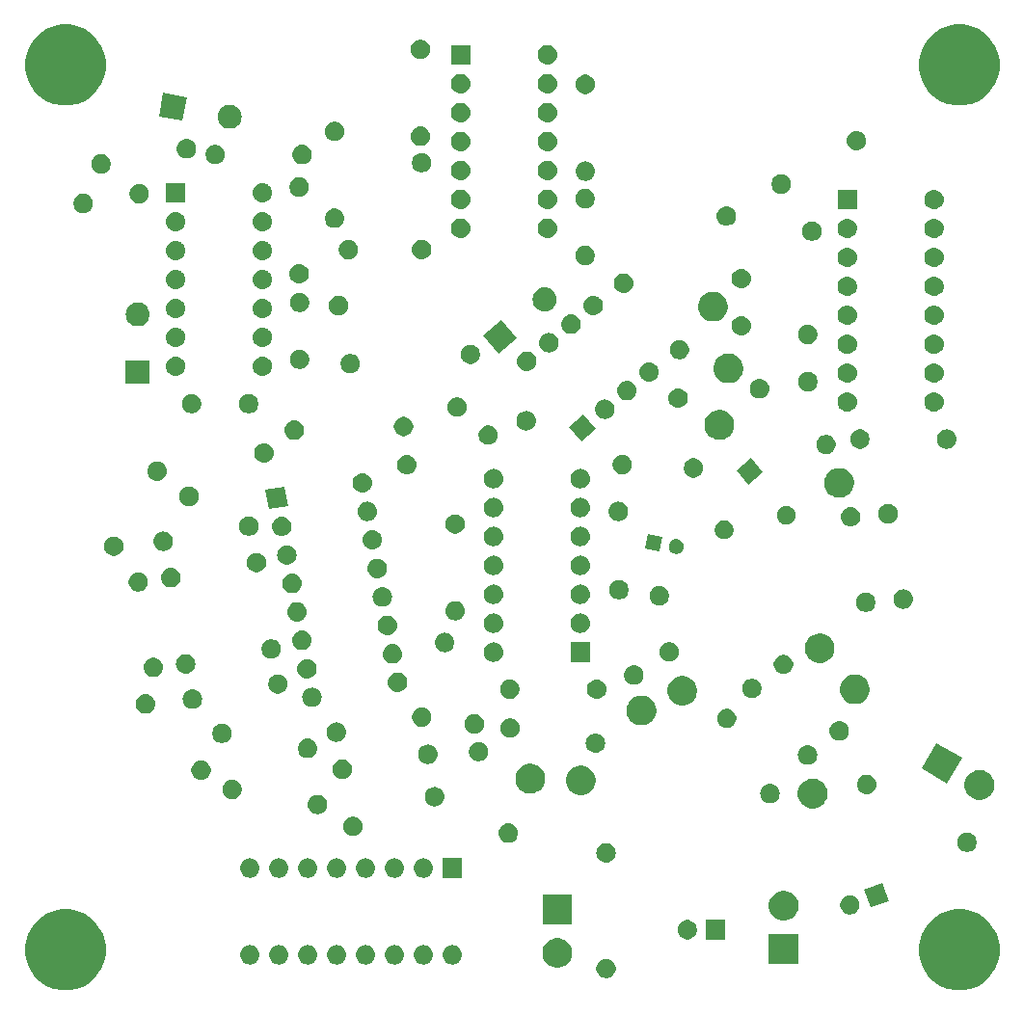
<source format=gbr>
G04 #@! TF.GenerationSoftware,KiCad,Pcbnew,(5.1.2-1)-1*
G04 #@! TF.CreationDate,2021-05-31T13:25:01-04:00*
G04 #@! TF.ProjectId,Voltage Quantizer - MFOS,566f6c74-6167-4652-9051-75616e74697a,rev?*
G04 #@! TF.SameCoordinates,Original*
G04 #@! TF.FileFunction,Soldermask,Bot*
G04 #@! TF.FilePolarity,Negative*
%FSLAX46Y46*%
G04 Gerber Fmt 4.6, Leading zero omitted, Abs format (unit mm)*
G04 Created by KiCad (PCBNEW (5.1.2-1)-1) date 2021-05-31 13:25:01*
%MOMM*%
%LPD*%
G04 APERTURE LIST*
%ADD10C,0.100000*%
G04 APERTURE END LIST*
D10*
G36*
X96539787Y-91327462D02*
G01*
X96539790Y-91327463D01*
X96539789Y-91327463D01*
X97186029Y-91595144D01*
X97767631Y-91983758D01*
X98262242Y-92478369D01*
X98650856Y-93059971D01*
X98782513Y-93377820D01*
X98918538Y-93706213D01*
X99055000Y-94392256D01*
X99055000Y-95091744D01*
X98918538Y-95777787D01*
X98888405Y-95850534D01*
X98650856Y-96424029D01*
X98262242Y-97005631D01*
X97767631Y-97500242D01*
X97186029Y-97888856D01*
X96729068Y-98078135D01*
X96539787Y-98156538D01*
X95853744Y-98293000D01*
X95154256Y-98293000D01*
X94468213Y-98156538D01*
X94278932Y-98078135D01*
X93821971Y-97888856D01*
X93240369Y-97500242D01*
X92745758Y-97005631D01*
X92357144Y-96424029D01*
X92119595Y-95850534D01*
X92089462Y-95777787D01*
X91953000Y-95091744D01*
X91953000Y-94392256D01*
X92089462Y-93706213D01*
X92225487Y-93377820D01*
X92357144Y-93059971D01*
X92745758Y-92478369D01*
X93240369Y-91983758D01*
X93821971Y-91595144D01*
X94468211Y-91327463D01*
X94468210Y-91327463D01*
X94468213Y-91327462D01*
X95154256Y-91191000D01*
X95853744Y-91191000D01*
X96539787Y-91327462D01*
X96539787Y-91327462D01*
G37*
G36*
X18053787Y-91327462D02*
G01*
X18053790Y-91327463D01*
X18053789Y-91327463D01*
X18700029Y-91595144D01*
X19281631Y-91983758D01*
X19776242Y-92478369D01*
X20164856Y-93059971D01*
X20296513Y-93377820D01*
X20432538Y-93706213D01*
X20569000Y-94392256D01*
X20569000Y-95091744D01*
X20432538Y-95777787D01*
X20402405Y-95850534D01*
X20164856Y-96424029D01*
X19776242Y-97005631D01*
X19281631Y-97500242D01*
X18700029Y-97888856D01*
X18243068Y-98078135D01*
X18053787Y-98156538D01*
X17367744Y-98293000D01*
X16668256Y-98293000D01*
X15982213Y-98156538D01*
X15792932Y-98078135D01*
X15335971Y-97888856D01*
X14754369Y-97500242D01*
X14259758Y-97005631D01*
X13871144Y-96424029D01*
X13633595Y-95850534D01*
X13603462Y-95777787D01*
X13467000Y-95091744D01*
X13467000Y-94392256D01*
X13603462Y-93706213D01*
X13739487Y-93377820D01*
X13871144Y-93059971D01*
X14259758Y-92478369D01*
X14754369Y-91983758D01*
X15335971Y-91595144D01*
X15982211Y-91327463D01*
X15982210Y-91327463D01*
X15982213Y-91327462D01*
X16668256Y-91191000D01*
X17367744Y-91191000D01*
X18053787Y-91327462D01*
X18053787Y-91327462D01*
G37*
G36*
X64738828Y-95562003D02*
G01*
X64893700Y-95626153D01*
X65033081Y-95719285D01*
X65151615Y-95837819D01*
X65244747Y-95977200D01*
X65308897Y-96132072D01*
X65341600Y-96296484D01*
X65341600Y-96464116D01*
X65308897Y-96628528D01*
X65244747Y-96783400D01*
X65151615Y-96922781D01*
X65033081Y-97041315D01*
X64893700Y-97134447D01*
X64738828Y-97198597D01*
X64574416Y-97231300D01*
X64406784Y-97231300D01*
X64242372Y-97198597D01*
X64087500Y-97134447D01*
X63948119Y-97041315D01*
X63829585Y-96922781D01*
X63736453Y-96783400D01*
X63672303Y-96628528D01*
X63639600Y-96464116D01*
X63639600Y-96296484D01*
X63672303Y-96132072D01*
X63736453Y-95977200D01*
X63829585Y-95837819D01*
X63948119Y-95719285D01*
X64087500Y-95626153D01*
X64242372Y-95562003D01*
X64406784Y-95529300D01*
X64574416Y-95529300D01*
X64738828Y-95562003D01*
X64738828Y-95562003D01*
G37*
G36*
X60590093Y-93770703D02*
G01*
X60727695Y-93827700D01*
X60826803Y-93868752D01*
X61039835Y-94011095D01*
X61221004Y-94192264D01*
X61363347Y-94405296D01*
X61363348Y-94405298D01*
X61461396Y-94642006D01*
X61511380Y-94893292D01*
X61511380Y-95149506D01*
X61461396Y-95400792D01*
X61368048Y-95626153D01*
X61363347Y-95637502D01*
X61221004Y-95850534D01*
X61039835Y-96031703D01*
X60826803Y-96174046D01*
X60826802Y-96174047D01*
X60826801Y-96174047D01*
X60590093Y-96272095D01*
X60338807Y-96322079D01*
X60082593Y-96322079D01*
X59831307Y-96272095D01*
X59594599Y-96174047D01*
X59594598Y-96174047D01*
X59594597Y-96174046D01*
X59381565Y-96031703D01*
X59200396Y-95850534D01*
X59058053Y-95637502D01*
X59053352Y-95626153D01*
X58960004Y-95400792D01*
X58910020Y-95149506D01*
X58910020Y-94893292D01*
X58960004Y-94642006D01*
X59058052Y-94405298D01*
X59058053Y-94405296D01*
X59200396Y-94192264D01*
X59381565Y-94011095D01*
X59594597Y-93868752D01*
X59693705Y-93827700D01*
X59831307Y-93770703D01*
X60082593Y-93720719D01*
X60338807Y-93720719D01*
X60590093Y-93770703D01*
X60590093Y-93770703D01*
G37*
G36*
X40997323Y-94335113D02*
G01*
X41157742Y-94383776D01*
X41290406Y-94454686D01*
X41305578Y-94462796D01*
X41435159Y-94569141D01*
X41541504Y-94698722D01*
X41541505Y-94698724D01*
X41620524Y-94846558D01*
X41669187Y-95006977D01*
X41685617Y-95173800D01*
X41669187Y-95340623D01*
X41620524Y-95501042D01*
X41553651Y-95626152D01*
X41541504Y-95648878D01*
X41435159Y-95778459D01*
X41305578Y-95884804D01*
X41305576Y-95884805D01*
X41157742Y-95963824D01*
X40997323Y-96012487D01*
X40872304Y-96024800D01*
X40788696Y-96024800D01*
X40663677Y-96012487D01*
X40503258Y-95963824D01*
X40355424Y-95884805D01*
X40355422Y-95884804D01*
X40225841Y-95778459D01*
X40119496Y-95648878D01*
X40107349Y-95626152D01*
X40040476Y-95501042D01*
X39991813Y-95340623D01*
X39975383Y-95173800D01*
X39991813Y-95006977D01*
X40040476Y-94846558D01*
X40119495Y-94698724D01*
X40119496Y-94698722D01*
X40225841Y-94569141D01*
X40355422Y-94462796D01*
X40370594Y-94454686D01*
X40503258Y-94383776D01*
X40663677Y-94335113D01*
X40788696Y-94322800D01*
X40872304Y-94322800D01*
X40997323Y-94335113D01*
X40997323Y-94335113D01*
G37*
G36*
X38457323Y-94335113D02*
G01*
X38617742Y-94383776D01*
X38750406Y-94454686D01*
X38765578Y-94462796D01*
X38895159Y-94569141D01*
X39001504Y-94698722D01*
X39001505Y-94698724D01*
X39080524Y-94846558D01*
X39129187Y-95006977D01*
X39145617Y-95173800D01*
X39129187Y-95340623D01*
X39080524Y-95501042D01*
X39013651Y-95626152D01*
X39001504Y-95648878D01*
X38895159Y-95778459D01*
X38765578Y-95884804D01*
X38765576Y-95884805D01*
X38617742Y-95963824D01*
X38457323Y-96012487D01*
X38332304Y-96024800D01*
X38248696Y-96024800D01*
X38123677Y-96012487D01*
X37963258Y-95963824D01*
X37815424Y-95884805D01*
X37815422Y-95884804D01*
X37685841Y-95778459D01*
X37579496Y-95648878D01*
X37567349Y-95626152D01*
X37500476Y-95501042D01*
X37451813Y-95340623D01*
X37435383Y-95173800D01*
X37451813Y-95006977D01*
X37500476Y-94846558D01*
X37579495Y-94698724D01*
X37579496Y-94698722D01*
X37685841Y-94569141D01*
X37815422Y-94462796D01*
X37830594Y-94454686D01*
X37963258Y-94383776D01*
X38123677Y-94335113D01*
X38248696Y-94322800D01*
X38332304Y-94322800D01*
X38457323Y-94335113D01*
X38457323Y-94335113D01*
G37*
G36*
X35917323Y-94335113D02*
G01*
X36077742Y-94383776D01*
X36210406Y-94454686D01*
X36225578Y-94462796D01*
X36355159Y-94569141D01*
X36461504Y-94698722D01*
X36461505Y-94698724D01*
X36540524Y-94846558D01*
X36589187Y-95006977D01*
X36605617Y-95173800D01*
X36589187Y-95340623D01*
X36540524Y-95501042D01*
X36473651Y-95626152D01*
X36461504Y-95648878D01*
X36355159Y-95778459D01*
X36225578Y-95884804D01*
X36225576Y-95884805D01*
X36077742Y-95963824D01*
X35917323Y-96012487D01*
X35792304Y-96024800D01*
X35708696Y-96024800D01*
X35583677Y-96012487D01*
X35423258Y-95963824D01*
X35275424Y-95884805D01*
X35275422Y-95884804D01*
X35145841Y-95778459D01*
X35039496Y-95648878D01*
X35027349Y-95626152D01*
X34960476Y-95501042D01*
X34911813Y-95340623D01*
X34895383Y-95173800D01*
X34911813Y-95006977D01*
X34960476Y-94846558D01*
X35039495Y-94698724D01*
X35039496Y-94698722D01*
X35145841Y-94569141D01*
X35275422Y-94462796D01*
X35290594Y-94454686D01*
X35423258Y-94383776D01*
X35583677Y-94335113D01*
X35708696Y-94322800D01*
X35792304Y-94322800D01*
X35917323Y-94335113D01*
X35917323Y-94335113D01*
G37*
G36*
X33377323Y-94335113D02*
G01*
X33537742Y-94383776D01*
X33670406Y-94454686D01*
X33685578Y-94462796D01*
X33815159Y-94569141D01*
X33921504Y-94698722D01*
X33921505Y-94698724D01*
X34000524Y-94846558D01*
X34049187Y-95006977D01*
X34065617Y-95173800D01*
X34049187Y-95340623D01*
X34000524Y-95501042D01*
X33933651Y-95626152D01*
X33921504Y-95648878D01*
X33815159Y-95778459D01*
X33685578Y-95884804D01*
X33685576Y-95884805D01*
X33537742Y-95963824D01*
X33377323Y-96012487D01*
X33252304Y-96024800D01*
X33168696Y-96024800D01*
X33043677Y-96012487D01*
X32883258Y-95963824D01*
X32735424Y-95884805D01*
X32735422Y-95884804D01*
X32605841Y-95778459D01*
X32499496Y-95648878D01*
X32487349Y-95626152D01*
X32420476Y-95501042D01*
X32371813Y-95340623D01*
X32355383Y-95173800D01*
X32371813Y-95006977D01*
X32420476Y-94846558D01*
X32499495Y-94698724D01*
X32499496Y-94698722D01*
X32605841Y-94569141D01*
X32735422Y-94462796D01*
X32750594Y-94454686D01*
X32883258Y-94383776D01*
X33043677Y-94335113D01*
X33168696Y-94322800D01*
X33252304Y-94322800D01*
X33377323Y-94335113D01*
X33377323Y-94335113D01*
G37*
G36*
X51157323Y-94335113D02*
G01*
X51317742Y-94383776D01*
X51450406Y-94454686D01*
X51465578Y-94462796D01*
X51595159Y-94569141D01*
X51701504Y-94698722D01*
X51701505Y-94698724D01*
X51780524Y-94846558D01*
X51829187Y-95006977D01*
X51845617Y-95173800D01*
X51829187Y-95340623D01*
X51780524Y-95501042D01*
X51713651Y-95626152D01*
X51701504Y-95648878D01*
X51595159Y-95778459D01*
X51465578Y-95884804D01*
X51465576Y-95884805D01*
X51317742Y-95963824D01*
X51157323Y-96012487D01*
X51032304Y-96024800D01*
X50948696Y-96024800D01*
X50823677Y-96012487D01*
X50663258Y-95963824D01*
X50515424Y-95884805D01*
X50515422Y-95884804D01*
X50385841Y-95778459D01*
X50279496Y-95648878D01*
X50267349Y-95626152D01*
X50200476Y-95501042D01*
X50151813Y-95340623D01*
X50135383Y-95173800D01*
X50151813Y-95006977D01*
X50200476Y-94846558D01*
X50279495Y-94698724D01*
X50279496Y-94698722D01*
X50385841Y-94569141D01*
X50515422Y-94462796D01*
X50530594Y-94454686D01*
X50663258Y-94383776D01*
X50823677Y-94335113D01*
X50948696Y-94322800D01*
X51032304Y-94322800D01*
X51157323Y-94335113D01*
X51157323Y-94335113D01*
G37*
G36*
X48617323Y-94335113D02*
G01*
X48777742Y-94383776D01*
X48910406Y-94454686D01*
X48925578Y-94462796D01*
X49055159Y-94569141D01*
X49161504Y-94698722D01*
X49161505Y-94698724D01*
X49240524Y-94846558D01*
X49289187Y-95006977D01*
X49305617Y-95173800D01*
X49289187Y-95340623D01*
X49240524Y-95501042D01*
X49173651Y-95626152D01*
X49161504Y-95648878D01*
X49055159Y-95778459D01*
X48925578Y-95884804D01*
X48925576Y-95884805D01*
X48777742Y-95963824D01*
X48617323Y-96012487D01*
X48492304Y-96024800D01*
X48408696Y-96024800D01*
X48283677Y-96012487D01*
X48123258Y-95963824D01*
X47975424Y-95884805D01*
X47975422Y-95884804D01*
X47845841Y-95778459D01*
X47739496Y-95648878D01*
X47727349Y-95626152D01*
X47660476Y-95501042D01*
X47611813Y-95340623D01*
X47595383Y-95173800D01*
X47611813Y-95006977D01*
X47660476Y-94846558D01*
X47739495Y-94698724D01*
X47739496Y-94698722D01*
X47845841Y-94569141D01*
X47975422Y-94462796D01*
X47990594Y-94454686D01*
X48123258Y-94383776D01*
X48283677Y-94335113D01*
X48408696Y-94322800D01*
X48492304Y-94322800D01*
X48617323Y-94335113D01*
X48617323Y-94335113D01*
G37*
G36*
X43537323Y-94335113D02*
G01*
X43697742Y-94383776D01*
X43830406Y-94454686D01*
X43845578Y-94462796D01*
X43975159Y-94569141D01*
X44081504Y-94698722D01*
X44081505Y-94698724D01*
X44160524Y-94846558D01*
X44209187Y-95006977D01*
X44225617Y-95173800D01*
X44209187Y-95340623D01*
X44160524Y-95501042D01*
X44093651Y-95626152D01*
X44081504Y-95648878D01*
X43975159Y-95778459D01*
X43845578Y-95884804D01*
X43845576Y-95884805D01*
X43697742Y-95963824D01*
X43537323Y-96012487D01*
X43412304Y-96024800D01*
X43328696Y-96024800D01*
X43203677Y-96012487D01*
X43043258Y-95963824D01*
X42895424Y-95884805D01*
X42895422Y-95884804D01*
X42765841Y-95778459D01*
X42659496Y-95648878D01*
X42647349Y-95626152D01*
X42580476Y-95501042D01*
X42531813Y-95340623D01*
X42515383Y-95173800D01*
X42531813Y-95006977D01*
X42580476Y-94846558D01*
X42659495Y-94698724D01*
X42659496Y-94698722D01*
X42765841Y-94569141D01*
X42895422Y-94462796D01*
X42910594Y-94454686D01*
X43043258Y-94383776D01*
X43203677Y-94335113D01*
X43328696Y-94322800D01*
X43412304Y-94322800D01*
X43537323Y-94335113D01*
X43537323Y-94335113D01*
G37*
G36*
X46077323Y-94335113D02*
G01*
X46237742Y-94383776D01*
X46370406Y-94454686D01*
X46385578Y-94462796D01*
X46515159Y-94569141D01*
X46621504Y-94698722D01*
X46621505Y-94698724D01*
X46700524Y-94846558D01*
X46749187Y-95006977D01*
X46765617Y-95173800D01*
X46749187Y-95340623D01*
X46700524Y-95501042D01*
X46633651Y-95626152D01*
X46621504Y-95648878D01*
X46515159Y-95778459D01*
X46385578Y-95884804D01*
X46385576Y-95884805D01*
X46237742Y-95963824D01*
X46077323Y-96012487D01*
X45952304Y-96024800D01*
X45868696Y-96024800D01*
X45743677Y-96012487D01*
X45583258Y-95963824D01*
X45435424Y-95884805D01*
X45435422Y-95884804D01*
X45305841Y-95778459D01*
X45199496Y-95648878D01*
X45187349Y-95626152D01*
X45120476Y-95501042D01*
X45071813Y-95340623D01*
X45055383Y-95173800D01*
X45071813Y-95006977D01*
X45120476Y-94846558D01*
X45199495Y-94698724D01*
X45199496Y-94698722D01*
X45305841Y-94569141D01*
X45435422Y-94462796D01*
X45450594Y-94454686D01*
X45583258Y-94383776D01*
X45743677Y-94335113D01*
X45868696Y-94322800D01*
X45952304Y-94322800D01*
X46077323Y-94335113D01*
X46077323Y-94335113D01*
G37*
G36*
X81386880Y-95979180D02*
G01*
X78785520Y-95979180D01*
X78785520Y-93377820D01*
X81386880Y-93377820D01*
X81386880Y-95979180D01*
X81386880Y-95979180D01*
G37*
G36*
X74968200Y-93827700D02*
G01*
X73266200Y-93827700D01*
X73266200Y-92125700D01*
X74968200Y-92125700D01*
X74968200Y-93827700D01*
X74968200Y-93827700D01*
G37*
G36*
X71865428Y-92158403D02*
G01*
X72020300Y-92222553D01*
X72159681Y-92315685D01*
X72278215Y-92434219D01*
X72371347Y-92573600D01*
X72435497Y-92728472D01*
X72468200Y-92892884D01*
X72468200Y-93060516D01*
X72435497Y-93224928D01*
X72371347Y-93379800D01*
X72278215Y-93519181D01*
X72159681Y-93637715D01*
X72020300Y-93730847D01*
X71865428Y-93794997D01*
X71701016Y-93827700D01*
X71533384Y-93827700D01*
X71368972Y-93794997D01*
X71214100Y-93730847D01*
X71074719Y-93637715D01*
X70956185Y-93519181D01*
X70863053Y-93379800D01*
X70798903Y-93224928D01*
X70766200Y-93060516D01*
X70766200Y-92892884D01*
X70798903Y-92728472D01*
X70863053Y-92573600D01*
X70956185Y-92434219D01*
X71074719Y-92315685D01*
X71214100Y-92222553D01*
X71368972Y-92158403D01*
X71533384Y-92125700D01*
X71701016Y-92125700D01*
X71865428Y-92158403D01*
X71865428Y-92158403D01*
G37*
G36*
X61511380Y-92512079D02*
G01*
X58910020Y-92512079D01*
X58910020Y-89910719D01*
X61511380Y-89910719D01*
X61511380Y-92512079D01*
X61511380Y-92512079D01*
G37*
G36*
X80465593Y-89617804D02*
G01*
X80702301Y-89715852D01*
X80702303Y-89715853D01*
X80915335Y-89858196D01*
X81096504Y-90039365D01*
X81231412Y-90241270D01*
X81238848Y-90252399D01*
X81336896Y-90489107D01*
X81386880Y-90740393D01*
X81386880Y-90996607D01*
X81336896Y-91247893D01*
X81238848Y-91484601D01*
X81238847Y-91484603D01*
X81096504Y-91697635D01*
X80915335Y-91878804D01*
X80702303Y-92021147D01*
X80702302Y-92021148D01*
X80702301Y-92021148D01*
X80465593Y-92119196D01*
X80214307Y-92169180D01*
X79958093Y-92169180D01*
X79706807Y-92119196D01*
X79470099Y-92021148D01*
X79470098Y-92021148D01*
X79470097Y-92021147D01*
X79257065Y-91878804D01*
X79075896Y-91697635D01*
X78933553Y-91484603D01*
X78933552Y-91484601D01*
X78835504Y-91247893D01*
X78785520Y-90996607D01*
X78785520Y-90740393D01*
X78835504Y-90489107D01*
X78933552Y-90252399D01*
X78940988Y-90241270D01*
X79075896Y-90039365D01*
X79257065Y-89858196D01*
X79470097Y-89715853D01*
X79470099Y-89715852D01*
X79706807Y-89617804D01*
X79958093Y-89567820D01*
X80214307Y-89567820D01*
X80465593Y-89617804D01*
X80465593Y-89617804D01*
G37*
G36*
X86151296Y-89965453D02*
G01*
X86306168Y-90029603D01*
X86445549Y-90122735D01*
X86564083Y-90241269D01*
X86657215Y-90380650D01*
X86721365Y-90535522D01*
X86754068Y-90699934D01*
X86754068Y-90867566D01*
X86721365Y-91031978D01*
X86657215Y-91186850D01*
X86564083Y-91326231D01*
X86445549Y-91444765D01*
X86306168Y-91537897D01*
X86151296Y-91602047D01*
X85986884Y-91634750D01*
X85819252Y-91634750D01*
X85654840Y-91602047D01*
X85499968Y-91537897D01*
X85360587Y-91444765D01*
X85242053Y-91326231D01*
X85148921Y-91186850D01*
X85084771Y-91031978D01*
X85052068Y-90867566D01*
X85052068Y-90699934D01*
X85084771Y-90535522D01*
X85148921Y-90380650D01*
X85242053Y-90241269D01*
X85360587Y-90122735D01*
X85499968Y-90029603D01*
X85654840Y-89965453D01*
X85819252Y-89932750D01*
X85986884Y-89932750D01*
X86151296Y-89965453D01*
X86151296Y-89965453D01*
G37*
G36*
X89343038Y-90437319D02*
G01*
X87743681Y-91019438D01*
X87161562Y-89420081D01*
X88760919Y-88837962D01*
X89343038Y-90437319D01*
X89343038Y-90437319D01*
G37*
G36*
X33377323Y-86715113D02*
G01*
X33537742Y-86763776D01*
X33652207Y-86824959D01*
X33685578Y-86842796D01*
X33815159Y-86949141D01*
X33921504Y-87078722D01*
X33921505Y-87078724D01*
X34000524Y-87226558D01*
X34049187Y-87386977D01*
X34065617Y-87553800D01*
X34049187Y-87720623D01*
X34000524Y-87881042D01*
X33929614Y-88013706D01*
X33921504Y-88028878D01*
X33815159Y-88158459D01*
X33685578Y-88264804D01*
X33685576Y-88264805D01*
X33537742Y-88343824D01*
X33377323Y-88392487D01*
X33252304Y-88404800D01*
X33168696Y-88404800D01*
X33043677Y-88392487D01*
X32883258Y-88343824D01*
X32735424Y-88264805D01*
X32735422Y-88264804D01*
X32605841Y-88158459D01*
X32499496Y-88028878D01*
X32491386Y-88013706D01*
X32420476Y-87881042D01*
X32371813Y-87720623D01*
X32355383Y-87553800D01*
X32371813Y-87386977D01*
X32420476Y-87226558D01*
X32499495Y-87078724D01*
X32499496Y-87078722D01*
X32605841Y-86949141D01*
X32735422Y-86842796D01*
X32768793Y-86824959D01*
X32883258Y-86763776D01*
X33043677Y-86715113D01*
X33168696Y-86702800D01*
X33252304Y-86702800D01*
X33377323Y-86715113D01*
X33377323Y-86715113D01*
G37*
G36*
X51841500Y-88404800D02*
G01*
X50139500Y-88404800D01*
X50139500Y-86702800D01*
X51841500Y-86702800D01*
X51841500Y-88404800D01*
X51841500Y-88404800D01*
G37*
G36*
X48617323Y-86715113D02*
G01*
X48777742Y-86763776D01*
X48892207Y-86824959D01*
X48925578Y-86842796D01*
X49055159Y-86949141D01*
X49161504Y-87078722D01*
X49161505Y-87078724D01*
X49240524Y-87226558D01*
X49289187Y-87386977D01*
X49305617Y-87553800D01*
X49289187Y-87720623D01*
X49240524Y-87881042D01*
X49169614Y-88013706D01*
X49161504Y-88028878D01*
X49055159Y-88158459D01*
X48925578Y-88264804D01*
X48925576Y-88264805D01*
X48777742Y-88343824D01*
X48617323Y-88392487D01*
X48492304Y-88404800D01*
X48408696Y-88404800D01*
X48283677Y-88392487D01*
X48123258Y-88343824D01*
X47975424Y-88264805D01*
X47975422Y-88264804D01*
X47845841Y-88158459D01*
X47739496Y-88028878D01*
X47731386Y-88013706D01*
X47660476Y-87881042D01*
X47611813Y-87720623D01*
X47595383Y-87553800D01*
X47611813Y-87386977D01*
X47660476Y-87226558D01*
X47739495Y-87078724D01*
X47739496Y-87078722D01*
X47845841Y-86949141D01*
X47975422Y-86842796D01*
X48008793Y-86824959D01*
X48123258Y-86763776D01*
X48283677Y-86715113D01*
X48408696Y-86702800D01*
X48492304Y-86702800D01*
X48617323Y-86715113D01*
X48617323Y-86715113D01*
G37*
G36*
X35917323Y-86715113D02*
G01*
X36077742Y-86763776D01*
X36192207Y-86824959D01*
X36225578Y-86842796D01*
X36355159Y-86949141D01*
X36461504Y-87078722D01*
X36461505Y-87078724D01*
X36540524Y-87226558D01*
X36589187Y-87386977D01*
X36605617Y-87553800D01*
X36589187Y-87720623D01*
X36540524Y-87881042D01*
X36469614Y-88013706D01*
X36461504Y-88028878D01*
X36355159Y-88158459D01*
X36225578Y-88264804D01*
X36225576Y-88264805D01*
X36077742Y-88343824D01*
X35917323Y-88392487D01*
X35792304Y-88404800D01*
X35708696Y-88404800D01*
X35583677Y-88392487D01*
X35423258Y-88343824D01*
X35275424Y-88264805D01*
X35275422Y-88264804D01*
X35145841Y-88158459D01*
X35039496Y-88028878D01*
X35031386Y-88013706D01*
X34960476Y-87881042D01*
X34911813Y-87720623D01*
X34895383Y-87553800D01*
X34911813Y-87386977D01*
X34960476Y-87226558D01*
X35039495Y-87078724D01*
X35039496Y-87078722D01*
X35145841Y-86949141D01*
X35275422Y-86842796D01*
X35308793Y-86824959D01*
X35423258Y-86763776D01*
X35583677Y-86715113D01*
X35708696Y-86702800D01*
X35792304Y-86702800D01*
X35917323Y-86715113D01*
X35917323Y-86715113D01*
G37*
G36*
X46077323Y-86715113D02*
G01*
X46237742Y-86763776D01*
X46352207Y-86824959D01*
X46385578Y-86842796D01*
X46515159Y-86949141D01*
X46621504Y-87078722D01*
X46621505Y-87078724D01*
X46700524Y-87226558D01*
X46749187Y-87386977D01*
X46765617Y-87553800D01*
X46749187Y-87720623D01*
X46700524Y-87881042D01*
X46629614Y-88013706D01*
X46621504Y-88028878D01*
X46515159Y-88158459D01*
X46385578Y-88264804D01*
X46385576Y-88264805D01*
X46237742Y-88343824D01*
X46077323Y-88392487D01*
X45952304Y-88404800D01*
X45868696Y-88404800D01*
X45743677Y-88392487D01*
X45583258Y-88343824D01*
X45435424Y-88264805D01*
X45435422Y-88264804D01*
X45305841Y-88158459D01*
X45199496Y-88028878D01*
X45191386Y-88013706D01*
X45120476Y-87881042D01*
X45071813Y-87720623D01*
X45055383Y-87553800D01*
X45071813Y-87386977D01*
X45120476Y-87226558D01*
X45199495Y-87078724D01*
X45199496Y-87078722D01*
X45305841Y-86949141D01*
X45435422Y-86842796D01*
X45468793Y-86824959D01*
X45583258Y-86763776D01*
X45743677Y-86715113D01*
X45868696Y-86702800D01*
X45952304Y-86702800D01*
X46077323Y-86715113D01*
X46077323Y-86715113D01*
G37*
G36*
X38457323Y-86715113D02*
G01*
X38617742Y-86763776D01*
X38732207Y-86824959D01*
X38765578Y-86842796D01*
X38895159Y-86949141D01*
X39001504Y-87078722D01*
X39001505Y-87078724D01*
X39080524Y-87226558D01*
X39129187Y-87386977D01*
X39145617Y-87553800D01*
X39129187Y-87720623D01*
X39080524Y-87881042D01*
X39009614Y-88013706D01*
X39001504Y-88028878D01*
X38895159Y-88158459D01*
X38765578Y-88264804D01*
X38765576Y-88264805D01*
X38617742Y-88343824D01*
X38457323Y-88392487D01*
X38332304Y-88404800D01*
X38248696Y-88404800D01*
X38123677Y-88392487D01*
X37963258Y-88343824D01*
X37815424Y-88264805D01*
X37815422Y-88264804D01*
X37685841Y-88158459D01*
X37579496Y-88028878D01*
X37571386Y-88013706D01*
X37500476Y-87881042D01*
X37451813Y-87720623D01*
X37435383Y-87553800D01*
X37451813Y-87386977D01*
X37500476Y-87226558D01*
X37579495Y-87078724D01*
X37579496Y-87078722D01*
X37685841Y-86949141D01*
X37815422Y-86842796D01*
X37848793Y-86824959D01*
X37963258Y-86763776D01*
X38123677Y-86715113D01*
X38248696Y-86702800D01*
X38332304Y-86702800D01*
X38457323Y-86715113D01*
X38457323Y-86715113D01*
G37*
G36*
X43537323Y-86715113D02*
G01*
X43697742Y-86763776D01*
X43812207Y-86824959D01*
X43845578Y-86842796D01*
X43975159Y-86949141D01*
X44081504Y-87078722D01*
X44081505Y-87078724D01*
X44160524Y-87226558D01*
X44209187Y-87386977D01*
X44225617Y-87553800D01*
X44209187Y-87720623D01*
X44160524Y-87881042D01*
X44089614Y-88013706D01*
X44081504Y-88028878D01*
X43975159Y-88158459D01*
X43845578Y-88264804D01*
X43845576Y-88264805D01*
X43697742Y-88343824D01*
X43537323Y-88392487D01*
X43412304Y-88404800D01*
X43328696Y-88404800D01*
X43203677Y-88392487D01*
X43043258Y-88343824D01*
X42895424Y-88264805D01*
X42895422Y-88264804D01*
X42765841Y-88158459D01*
X42659496Y-88028878D01*
X42651386Y-88013706D01*
X42580476Y-87881042D01*
X42531813Y-87720623D01*
X42515383Y-87553800D01*
X42531813Y-87386977D01*
X42580476Y-87226558D01*
X42659495Y-87078724D01*
X42659496Y-87078722D01*
X42765841Y-86949141D01*
X42895422Y-86842796D01*
X42928793Y-86824959D01*
X43043258Y-86763776D01*
X43203677Y-86715113D01*
X43328696Y-86702800D01*
X43412304Y-86702800D01*
X43537323Y-86715113D01*
X43537323Y-86715113D01*
G37*
G36*
X40997323Y-86715113D02*
G01*
X41157742Y-86763776D01*
X41272207Y-86824959D01*
X41305578Y-86842796D01*
X41435159Y-86949141D01*
X41541504Y-87078722D01*
X41541505Y-87078724D01*
X41620524Y-87226558D01*
X41669187Y-87386977D01*
X41685617Y-87553800D01*
X41669187Y-87720623D01*
X41620524Y-87881042D01*
X41549614Y-88013706D01*
X41541504Y-88028878D01*
X41435159Y-88158459D01*
X41305578Y-88264804D01*
X41305576Y-88264805D01*
X41157742Y-88343824D01*
X40997323Y-88392487D01*
X40872304Y-88404800D01*
X40788696Y-88404800D01*
X40663677Y-88392487D01*
X40503258Y-88343824D01*
X40355424Y-88264805D01*
X40355422Y-88264804D01*
X40225841Y-88158459D01*
X40119496Y-88028878D01*
X40111386Y-88013706D01*
X40040476Y-87881042D01*
X39991813Y-87720623D01*
X39975383Y-87553800D01*
X39991813Y-87386977D01*
X40040476Y-87226558D01*
X40119495Y-87078724D01*
X40119496Y-87078722D01*
X40225841Y-86949141D01*
X40355422Y-86842796D01*
X40388793Y-86824959D01*
X40503258Y-86763776D01*
X40663677Y-86715113D01*
X40788696Y-86702800D01*
X40872304Y-86702800D01*
X40997323Y-86715113D01*
X40997323Y-86715113D01*
G37*
G36*
X64657423Y-85381613D02*
G01*
X64817842Y-85430276D01*
X64950506Y-85501186D01*
X64965678Y-85509296D01*
X65095259Y-85615641D01*
X65201604Y-85745222D01*
X65201605Y-85745224D01*
X65280624Y-85893058D01*
X65329287Y-86053477D01*
X65345717Y-86220300D01*
X65329287Y-86387123D01*
X65280624Y-86547542D01*
X65209714Y-86680206D01*
X65201604Y-86695378D01*
X65095259Y-86824959D01*
X64965678Y-86931304D01*
X64965676Y-86931305D01*
X64817842Y-87010324D01*
X64657423Y-87058987D01*
X64532404Y-87071300D01*
X64448796Y-87071300D01*
X64323777Y-87058987D01*
X64163358Y-87010324D01*
X64015524Y-86931305D01*
X64015522Y-86931304D01*
X63885941Y-86824959D01*
X63779596Y-86695378D01*
X63771486Y-86680206D01*
X63700576Y-86547542D01*
X63651913Y-86387123D01*
X63635483Y-86220300D01*
X63651913Y-86053477D01*
X63700576Y-85893058D01*
X63779595Y-85745224D01*
X63779596Y-85745222D01*
X63885941Y-85615641D01*
X64015522Y-85509296D01*
X64030694Y-85501186D01*
X64163358Y-85430276D01*
X64323777Y-85381613D01*
X64448796Y-85369300D01*
X64532404Y-85369300D01*
X64657423Y-85381613D01*
X64657423Y-85381613D01*
G37*
G36*
X96425328Y-84474903D02*
G01*
X96580200Y-84539053D01*
X96719581Y-84632185D01*
X96838115Y-84750719D01*
X96931247Y-84890100D01*
X96995397Y-85044972D01*
X97028100Y-85209384D01*
X97028100Y-85377016D01*
X96995397Y-85541428D01*
X96931247Y-85696300D01*
X96838115Y-85835681D01*
X96719581Y-85954215D01*
X96580200Y-86047347D01*
X96425328Y-86111497D01*
X96260916Y-86144200D01*
X96093284Y-86144200D01*
X95928872Y-86111497D01*
X95774000Y-86047347D01*
X95634619Y-85954215D01*
X95516085Y-85835681D01*
X95422953Y-85696300D01*
X95358803Y-85541428D01*
X95326100Y-85377016D01*
X95326100Y-85209384D01*
X95358803Y-85044972D01*
X95422953Y-84890100D01*
X95516085Y-84750719D01*
X95634619Y-84632185D01*
X95774000Y-84539053D01*
X95928872Y-84474903D01*
X96093284Y-84442200D01*
X96260916Y-84442200D01*
X96425328Y-84474903D01*
X96425328Y-84474903D01*
G37*
G36*
X56072699Y-83656985D02*
G01*
X56233118Y-83705648D01*
X56365782Y-83776558D01*
X56380954Y-83784668D01*
X56510535Y-83891013D01*
X56616880Y-84020594D01*
X56616881Y-84020596D01*
X56695900Y-84168430D01*
X56744563Y-84328849D01*
X56760993Y-84495672D01*
X56744563Y-84662495D01*
X56695900Y-84822914D01*
X56624990Y-84955578D01*
X56616880Y-84970750D01*
X56510535Y-85100331D01*
X56380954Y-85206676D01*
X56380952Y-85206677D01*
X56233118Y-85285696D01*
X56072699Y-85334359D01*
X55947680Y-85346672D01*
X55864072Y-85346672D01*
X55739053Y-85334359D01*
X55578634Y-85285696D01*
X55430800Y-85206677D01*
X55430798Y-85206676D01*
X55301217Y-85100331D01*
X55194872Y-84970750D01*
X55186762Y-84955578D01*
X55115852Y-84822914D01*
X55067189Y-84662495D01*
X55050759Y-84495672D01*
X55067189Y-84328849D01*
X55115852Y-84168430D01*
X55194871Y-84020596D01*
X55194872Y-84020594D01*
X55301217Y-83891013D01*
X55430798Y-83784668D01*
X55445970Y-83776558D01*
X55578634Y-83705648D01*
X55739053Y-83656985D01*
X55864072Y-83644672D01*
X55947680Y-83644672D01*
X56072699Y-83656985D01*
X56072699Y-83656985D01*
G37*
G36*
X42513802Y-83078205D02*
G01*
X42668674Y-83142355D01*
X42808055Y-83235487D01*
X42926589Y-83354021D01*
X43019721Y-83493402D01*
X43083871Y-83648274D01*
X43116574Y-83812686D01*
X43116574Y-83980318D01*
X43083871Y-84144730D01*
X43019721Y-84299602D01*
X42926589Y-84438983D01*
X42808055Y-84557517D01*
X42668674Y-84650649D01*
X42513802Y-84714799D01*
X42349390Y-84747502D01*
X42181758Y-84747502D01*
X42017346Y-84714799D01*
X41862474Y-84650649D01*
X41723093Y-84557517D01*
X41604559Y-84438983D01*
X41511427Y-84299602D01*
X41447277Y-84144730D01*
X41414574Y-83980318D01*
X41414574Y-83812686D01*
X41447277Y-83648274D01*
X41511427Y-83493402D01*
X41604559Y-83354021D01*
X41723093Y-83235487D01*
X41862474Y-83142355D01*
X42017346Y-83078205D01*
X42181758Y-83045502D01*
X42349390Y-83045502D01*
X42513802Y-83078205D01*
X42513802Y-83078205D01*
G37*
G36*
X39318117Y-81133665D02*
G01*
X39478536Y-81182328D01*
X39611200Y-81253238D01*
X39626372Y-81261348D01*
X39755953Y-81367693D01*
X39862298Y-81497274D01*
X39862299Y-81497276D01*
X39941318Y-81645110D01*
X39989981Y-81805529D01*
X40006411Y-81972352D01*
X39989981Y-82139175D01*
X39941318Y-82299594D01*
X39870408Y-82432258D01*
X39862298Y-82447430D01*
X39755953Y-82577011D01*
X39626372Y-82683356D01*
X39626370Y-82683357D01*
X39478536Y-82762376D01*
X39318117Y-82811039D01*
X39193098Y-82823352D01*
X39109490Y-82823352D01*
X38984471Y-82811039D01*
X38824052Y-82762376D01*
X38676218Y-82683357D01*
X38676216Y-82683356D01*
X38546635Y-82577011D01*
X38440290Y-82447430D01*
X38432180Y-82432258D01*
X38361270Y-82299594D01*
X38312607Y-82139175D01*
X38296177Y-81972352D01*
X38312607Y-81805529D01*
X38361270Y-81645110D01*
X38440289Y-81497276D01*
X38440290Y-81497274D01*
X38546635Y-81367693D01*
X38676216Y-81261348D01*
X38691388Y-81253238D01*
X38824052Y-81182328D01*
X38984471Y-81133665D01*
X39109490Y-81121352D01*
X39193098Y-81121352D01*
X39318117Y-81133665D01*
X39318117Y-81133665D01*
G37*
G36*
X83009360Y-79756925D02*
G01*
X83246068Y-79854973D01*
X83246070Y-79854974D01*
X83459102Y-79997317D01*
X83640271Y-80178486D01*
X83782614Y-80391518D01*
X83782615Y-80391520D01*
X83880663Y-80628228D01*
X83930647Y-80879514D01*
X83930647Y-81135728D01*
X83880663Y-81387014D01*
X83785172Y-81617548D01*
X83782614Y-81623724D01*
X83640271Y-81836756D01*
X83459102Y-82017925D01*
X83246070Y-82160268D01*
X83246069Y-82160269D01*
X83246068Y-82160269D01*
X83009360Y-82258317D01*
X82758074Y-82308301D01*
X82501860Y-82308301D01*
X82250574Y-82258317D01*
X82013866Y-82160269D01*
X82013865Y-82160269D01*
X82013864Y-82160268D01*
X81800832Y-82017925D01*
X81619663Y-81836756D01*
X81477320Y-81623724D01*
X81474762Y-81617548D01*
X81379271Y-81387014D01*
X81329287Y-81135728D01*
X81329287Y-80879514D01*
X81379271Y-80628228D01*
X81477319Y-80391520D01*
X81477320Y-80391518D01*
X81619663Y-80178486D01*
X81800832Y-79997317D01*
X82013864Y-79854974D01*
X82013866Y-79854973D01*
X82250574Y-79756925D01*
X82501860Y-79706941D01*
X82758074Y-79706941D01*
X83009360Y-79756925D01*
X83009360Y-79756925D01*
G37*
G36*
X49592855Y-80451622D02*
G01*
X49753274Y-80500285D01*
X49828402Y-80540442D01*
X49901110Y-80579305D01*
X50030691Y-80685650D01*
X50137036Y-80815231D01*
X50137037Y-80815233D01*
X50216056Y-80963067D01*
X50264719Y-81123486D01*
X50281149Y-81290309D01*
X50264719Y-81457132D01*
X50216056Y-81617551D01*
X50155479Y-81730883D01*
X50137036Y-81765387D01*
X50030691Y-81894968D01*
X49901110Y-82001313D01*
X49901108Y-82001314D01*
X49753274Y-82080333D01*
X49592855Y-82128996D01*
X49467836Y-82141309D01*
X49384228Y-82141309D01*
X49259209Y-82128996D01*
X49098790Y-82080333D01*
X48950956Y-82001314D01*
X48950954Y-82001313D01*
X48821373Y-81894968D01*
X48715028Y-81765387D01*
X48696585Y-81730883D01*
X48636008Y-81617551D01*
X48587345Y-81457132D01*
X48570915Y-81290309D01*
X48587345Y-81123486D01*
X48636008Y-80963067D01*
X48715027Y-80815233D01*
X48715028Y-80815231D01*
X48821373Y-80685650D01*
X48950954Y-80579305D01*
X49023662Y-80540442D01*
X49098790Y-80500285D01*
X49259209Y-80451622D01*
X49384228Y-80439309D01*
X49467836Y-80439309D01*
X49592855Y-80451622D01*
X49592855Y-80451622D01*
G37*
G36*
X79053246Y-80181192D02*
G01*
X79213665Y-80229855D01*
X79346329Y-80300765D01*
X79361501Y-80308875D01*
X79491082Y-80415220D01*
X79597427Y-80544801D01*
X79597428Y-80544803D01*
X79676447Y-80692637D01*
X79725110Y-80853056D01*
X79741540Y-81019879D01*
X79725110Y-81186702D01*
X79676447Y-81347121D01*
X79646072Y-81403948D01*
X79597427Y-81494957D01*
X79491082Y-81624538D01*
X79361501Y-81730883D01*
X79361499Y-81730884D01*
X79213665Y-81809903D01*
X79053246Y-81858566D01*
X78928227Y-81870879D01*
X78844619Y-81870879D01*
X78719600Y-81858566D01*
X78559181Y-81809903D01*
X78411347Y-81730884D01*
X78411345Y-81730883D01*
X78281764Y-81624538D01*
X78175419Y-81494957D01*
X78126774Y-81403948D01*
X78096399Y-81347121D01*
X78047736Y-81186702D01*
X78031306Y-81019879D01*
X78047736Y-80853056D01*
X78096399Y-80692637D01*
X78175418Y-80544803D01*
X78175419Y-80544801D01*
X78281764Y-80415220D01*
X78411345Y-80308875D01*
X78426517Y-80300765D01*
X78559181Y-80229855D01*
X78719600Y-80181192D01*
X78844619Y-80168879D01*
X78928227Y-80168879D01*
X79053246Y-80181192D01*
X79053246Y-80181192D01*
G37*
G36*
X97658950Y-79000604D02*
G01*
X97880436Y-79092347D01*
X97895660Y-79098653D01*
X98108692Y-79240996D01*
X98289861Y-79422165D01*
X98414393Y-79608541D01*
X98432205Y-79635199D01*
X98530253Y-79871907D01*
X98580237Y-80123193D01*
X98580237Y-80379407D01*
X98530253Y-80630693D01*
X98453814Y-80815233D01*
X98432204Y-80867403D01*
X98289861Y-81080435D01*
X98108692Y-81261604D01*
X97895660Y-81403947D01*
X97895659Y-81403948D01*
X97895658Y-81403948D01*
X97658950Y-81501996D01*
X97407664Y-81551980D01*
X97151450Y-81551980D01*
X96900164Y-81501996D01*
X96663456Y-81403948D01*
X96663455Y-81403948D01*
X96663454Y-81403947D01*
X96450422Y-81261604D01*
X96269253Y-81080435D01*
X96126910Y-80867403D01*
X96105300Y-80815233D01*
X96028861Y-80630693D01*
X95978877Y-80379407D01*
X95978877Y-80123193D01*
X96028861Y-79871907D01*
X96126909Y-79635199D01*
X96144721Y-79608541D01*
X96269253Y-79422165D01*
X96450422Y-79240996D01*
X96663454Y-79098653D01*
X96678678Y-79092347D01*
X96900164Y-79000604D01*
X97151450Y-78950620D01*
X97407664Y-78950620D01*
X97658950Y-79000604D01*
X97658950Y-79000604D01*
G37*
G36*
X31895287Y-79830856D02*
G01*
X32050159Y-79895006D01*
X32189540Y-79988138D01*
X32308074Y-80106672D01*
X32401206Y-80246053D01*
X32465356Y-80400925D01*
X32498059Y-80565337D01*
X32498059Y-80732969D01*
X32465356Y-80897381D01*
X32401206Y-81052253D01*
X32308074Y-81191634D01*
X32189540Y-81310168D01*
X32050159Y-81403300D01*
X31895287Y-81467450D01*
X31730875Y-81500153D01*
X31563243Y-81500153D01*
X31398831Y-81467450D01*
X31243959Y-81403300D01*
X31104578Y-81310168D01*
X30986044Y-81191634D01*
X30892912Y-81052253D01*
X30828762Y-80897381D01*
X30796059Y-80732969D01*
X30796059Y-80565337D01*
X30828762Y-80400925D01*
X30892912Y-80246053D01*
X30986044Y-80106672D01*
X31104578Y-79988138D01*
X31243959Y-79895006D01*
X31398831Y-79830856D01*
X31563243Y-79798153D01*
X31730875Y-79798153D01*
X31895287Y-79830856D01*
X31895287Y-79830856D01*
G37*
G36*
X62647537Y-78604038D02*
G01*
X62874733Y-78698146D01*
X62884247Y-78702087D01*
X63097279Y-78844430D01*
X63278448Y-79025599D01*
X63410551Y-79223306D01*
X63420792Y-79238633D01*
X63518840Y-79475341D01*
X63568824Y-79726627D01*
X63568824Y-79982841D01*
X63518840Y-80234127D01*
X63428750Y-80451622D01*
X63420791Y-80470837D01*
X63278448Y-80683869D01*
X63097279Y-80865038D01*
X62884247Y-81007381D01*
X62884246Y-81007382D01*
X62884245Y-81007382D01*
X62647537Y-81105430D01*
X62396251Y-81155414D01*
X62140037Y-81155414D01*
X61888751Y-81105430D01*
X61652043Y-81007382D01*
X61652042Y-81007382D01*
X61652041Y-81007381D01*
X61439009Y-80865038D01*
X61257840Y-80683869D01*
X61115497Y-80470837D01*
X61107538Y-80451622D01*
X61017448Y-80234127D01*
X60967464Y-79982841D01*
X60967464Y-79726627D01*
X61017448Y-79475341D01*
X61115496Y-79238633D01*
X61125737Y-79223306D01*
X61257840Y-79025599D01*
X61439009Y-78844430D01*
X61652041Y-78702087D01*
X61661555Y-78698146D01*
X61888751Y-78604038D01*
X62140037Y-78554054D01*
X62396251Y-78554054D01*
X62647537Y-78604038D01*
X62647537Y-78604038D01*
G37*
G36*
X87545105Y-79374513D02*
G01*
X87705524Y-79423176D01*
X87838188Y-79494086D01*
X87853360Y-79502196D01*
X87982941Y-79608541D01*
X88089286Y-79738122D01*
X88089287Y-79738124D01*
X88168306Y-79885958D01*
X88216969Y-80046377D01*
X88233399Y-80213200D01*
X88216969Y-80380023D01*
X88168306Y-80540442D01*
X88147533Y-80579305D01*
X88089286Y-80688278D01*
X87982941Y-80817859D01*
X87853360Y-80924204D01*
X87853358Y-80924205D01*
X87705524Y-81003224D01*
X87545105Y-81051887D01*
X87420086Y-81064200D01*
X87336478Y-81064200D01*
X87211459Y-81051887D01*
X87051040Y-81003224D01*
X86903206Y-80924205D01*
X86903204Y-80924204D01*
X86773623Y-80817859D01*
X86667278Y-80688278D01*
X86609031Y-80579305D01*
X86588258Y-80540442D01*
X86539595Y-80380023D01*
X86523165Y-80213200D01*
X86539595Y-80046377D01*
X86588258Y-79885958D01*
X86667277Y-79738124D01*
X86667278Y-79738122D01*
X86773623Y-79608541D01*
X86903204Y-79502196D01*
X86918376Y-79494086D01*
X87051040Y-79423176D01*
X87211459Y-79374513D01*
X87336478Y-79362200D01*
X87420086Y-79362200D01*
X87545105Y-79374513D01*
X87545105Y-79374513D01*
G37*
G36*
X58211339Y-78457754D02*
G01*
X58443827Y-78554054D01*
X58448049Y-78555803D01*
X58661081Y-78698146D01*
X58842250Y-78879315D01*
X58984593Y-79092347D01*
X58984594Y-79092349D01*
X59082642Y-79329057D01*
X59132626Y-79580343D01*
X59132626Y-79836557D01*
X59082642Y-80087843D01*
X58991087Y-80308875D01*
X58984593Y-80324553D01*
X58842250Y-80537585D01*
X58661081Y-80718754D01*
X58448049Y-80861097D01*
X58448048Y-80861098D01*
X58448047Y-80861098D01*
X58211339Y-80959146D01*
X57960053Y-81009130D01*
X57703839Y-81009130D01*
X57452553Y-80959146D01*
X57215845Y-80861098D01*
X57215844Y-80861098D01*
X57215843Y-80861097D01*
X57002811Y-80718754D01*
X56821642Y-80537585D01*
X56679299Y-80324553D01*
X56672805Y-80308875D01*
X56581250Y-80087843D01*
X56531266Y-79836557D01*
X56531266Y-79580343D01*
X56581250Y-79329057D01*
X56679298Y-79092349D01*
X56679299Y-79092347D01*
X56821642Y-78879315D01*
X57002811Y-78698146D01*
X57215843Y-78555803D01*
X57220065Y-78554054D01*
X57452553Y-78457754D01*
X57703839Y-78407770D01*
X57960053Y-78407770D01*
X58211339Y-78457754D01*
X58211339Y-78457754D01*
G37*
G36*
X95756763Y-77870218D02*
G01*
X94456082Y-80123063D01*
X92203237Y-78822382D01*
X93503918Y-76569537D01*
X95756763Y-77870218D01*
X95756763Y-77870218D01*
G37*
G36*
X29175670Y-78156780D02*
G01*
X29330542Y-78220930D01*
X29469923Y-78314062D01*
X29588457Y-78432596D01*
X29681589Y-78571977D01*
X29745739Y-78726849D01*
X29778442Y-78891261D01*
X29778442Y-79058893D01*
X29745739Y-79223305D01*
X29681589Y-79378177D01*
X29588457Y-79517558D01*
X29469923Y-79636092D01*
X29330542Y-79729224D01*
X29175670Y-79793374D01*
X29011258Y-79826077D01*
X28843626Y-79826077D01*
X28679214Y-79793374D01*
X28524342Y-79729224D01*
X28384961Y-79636092D01*
X28266427Y-79517558D01*
X28173295Y-79378177D01*
X28109145Y-79223305D01*
X28076442Y-79058893D01*
X28076442Y-78891261D01*
X28109145Y-78726849D01*
X28173295Y-78571977D01*
X28266427Y-78432596D01*
X28384961Y-78314062D01*
X28524342Y-78220930D01*
X28679214Y-78156780D01*
X28843626Y-78124077D01*
X29011258Y-78124077D01*
X29175670Y-78156780D01*
X29175670Y-78156780D01*
G37*
G36*
X41579436Y-78071696D02*
G01*
X41734308Y-78135846D01*
X41873689Y-78228978D01*
X41992223Y-78347512D01*
X42085355Y-78486893D01*
X42149505Y-78641765D01*
X42182208Y-78806177D01*
X42182208Y-78973809D01*
X42149505Y-79138221D01*
X42085355Y-79293093D01*
X41992223Y-79432474D01*
X41873689Y-79551008D01*
X41734308Y-79644140D01*
X41579436Y-79708290D01*
X41415024Y-79740993D01*
X41247392Y-79740993D01*
X41082980Y-79708290D01*
X40928108Y-79644140D01*
X40788727Y-79551008D01*
X40670193Y-79432474D01*
X40577061Y-79293093D01*
X40512911Y-79138221D01*
X40480208Y-78973809D01*
X40480208Y-78806177D01*
X40512911Y-78641765D01*
X40577061Y-78486893D01*
X40670193Y-78347512D01*
X40788727Y-78228978D01*
X40928108Y-78135846D01*
X41082980Y-78071696D01*
X41247392Y-78038993D01*
X41415024Y-78038993D01*
X41579436Y-78071696D01*
X41579436Y-78071696D01*
G37*
G36*
X82353571Y-76782842D02*
G01*
X82513990Y-76831505D01*
X82646654Y-76902415D01*
X82661826Y-76910525D01*
X82791407Y-77016870D01*
X82897752Y-77146451D01*
X82897753Y-77146453D01*
X82976772Y-77294287D01*
X83025435Y-77454706D01*
X83041865Y-77621529D01*
X83025435Y-77788352D01*
X82976772Y-77948771D01*
X82951405Y-77996229D01*
X82897752Y-78096607D01*
X82791407Y-78226188D01*
X82661826Y-78332533D01*
X82661824Y-78332534D01*
X82513990Y-78411553D01*
X82353571Y-78460216D01*
X82228552Y-78472529D01*
X82144944Y-78472529D01*
X82019925Y-78460216D01*
X81859506Y-78411553D01*
X81711672Y-78332534D01*
X81711670Y-78332533D01*
X81582089Y-78226188D01*
X81475744Y-78096607D01*
X81422091Y-77996229D01*
X81396724Y-77948771D01*
X81348061Y-77788352D01*
X81331631Y-77621529D01*
X81348061Y-77454706D01*
X81396724Y-77294287D01*
X81475743Y-77146453D01*
X81475744Y-77146451D01*
X81582089Y-77016870D01*
X81711670Y-76910525D01*
X81726842Y-76902415D01*
X81859506Y-76831505D01*
X82019925Y-76782842D01*
X82144944Y-76770529D01*
X82228552Y-76770529D01*
X82353571Y-76782842D01*
X82353571Y-76782842D01*
G37*
G36*
X49002266Y-76728107D02*
G01*
X49162685Y-76776770D01*
X49265085Y-76831504D01*
X49310521Y-76855790D01*
X49440102Y-76962135D01*
X49546447Y-77091716D01*
X49546448Y-77091718D01*
X49625467Y-77239552D01*
X49625468Y-77239555D01*
X49629061Y-77251399D01*
X49674130Y-77399971D01*
X49690560Y-77566794D01*
X49674130Y-77733617D01*
X49625467Y-77894036D01*
X49570844Y-77996229D01*
X49546447Y-78041872D01*
X49440102Y-78171453D01*
X49310521Y-78277798D01*
X49310519Y-78277799D01*
X49162685Y-78356818D01*
X49002266Y-78405481D01*
X48877247Y-78417794D01*
X48793639Y-78417794D01*
X48668620Y-78405481D01*
X48508201Y-78356818D01*
X48360367Y-78277799D01*
X48360365Y-78277798D01*
X48230784Y-78171453D01*
X48124439Y-78041872D01*
X48100042Y-77996229D01*
X48045419Y-77894036D01*
X47996756Y-77733617D01*
X47980326Y-77566794D01*
X47996756Y-77399971D01*
X48041825Y-77251399D01*
X48045418Y-77239555D01*
X48045419Y-77239552D01*
X48124438Y-77091718D01*
X48124439Y-77091716D01*
X48230784Y-76962135D01*
X48360365Y-76855790D01*
X48405801Y-76831504D01*
X48508201Y-76776770D01*
X48668620Y-76728107D01*
X48793639Y-76715794D01*
X48877247Y-76715794D01*
X49002266Y-76728107D01*
X49002266Y-76728107D01*
G37*
G36*
X53547911Y-76516917D02*
G01*
X53702783Y-76581067D01*
X53842164Y-76674199D01*
X53960698Y-76792733D01*
X54053830Y-76932114D01*
X54117980Y-77086986D01*
X54150683Y-77251398D01*
X54150683Y-77419030D01*
X54117980Y-77583442D01*
X54053830Y-77738314D01*
X53960698Y-77877695D01*
X53842164Y-77996229D01*
X53702783Y-78089361D01*
X53547911Y-78153511D01*
X53383499Y-78186214D01*
X53215867Y-78186214D01*
X53051455Y-78153511D01*
X52896583Y-78089361D01*
X52757202Y-77996229D01*
X52638668Y-77877695D01*
X52545536Y-77738314D01*
X52481386Y-77583442D01*
X52448683Y-77419030D01*
X52448683Y-77251398D01*
X52481386Y-77086986D01*
X52545536Y-76932114D01*
X52638668Y-76792733D01*
X52757202Y-76674199D01*
X52896583Y-76581067D01*
X53051455Y-76516917D01*
X53215867Y-76484214D01*
X53383499Y-76484214D01*
X53547911Y-76516917D01*
X53547911Y-76516917D01*
G37*
G36*
X38436709Y-76208089D02*
G01*
X38597128Y-76256752D01*
X38729792Y-76327662D01*
X38744964Y-76335772D01*
X38874545Y-76442117D01*
X38980890Y-76571698D01*
X38980891Y-76571700D01*
X39059910Y-76719534D01*
X39108573Y-76879953D01*
X39125003Y-77046776D01*
X39108573Y-77213599D01*
X39059910Y-77374018D01*
X39016782Y-77454704D01*
X38980890Y-77521854D01*
X38874545Y-77651435D01*
X38744964Y-77757780D01*
X38744962Y-77757781D01*
X38597128Y-77836800D01*
X38436709Y-77885463D01*
X38311690Y-77897776D01*
X38228082Y-77897776D01*
X38103063Y-77885463D01*
X37942644Y-77836800D01*
X37794810Y-77757781D01*
X37794808Y-77757780D01*
X37665227Y-77651435D01*
X37558882Y-77521854D01*
X37522990Y-77454704D01*
X37479862Y-77374018D01*
X37431199Y-77213599D01*
X37414769Y-77046776D01*
X37431199Y-76879953D01*
X37479862Y-76719534D01*
X37558881Y-76571700D01*
X37558882Y-76571698D01*
X37665227Y-76442117D01*
X37794808Y-76335772D01*
X37809980Y-76327662D01*
X37942644Y-76256752D01*
X38103063Y-76208089D01*
X38228082Y-76195776D01*
X38311690Y-76195776D01*
X38436709Y-76208089D01*
X38436709Y-76208089D01*
G37*
G36*
X63726193Y-75747668D02*
G01*
X63886612Y-75796331D01*
X64019276Y-75867241D01*
X64034448Y-75875351D01*
X64164029Y-75981696D01*
X64270374Y-76111277D01*
X64270375Y-76111279D01*
X64349394Y-76259113D01*
X64349395Y-76259116D01*
X64351501Y-76266058D01*
X64398057Y-76419532D01*
X64414487Y-76586355D01*
X64398057Y-76753178D01*
X64349394Y-76913597D01*
X64294193Y-77016870D01*
X64270374Y-77061433D01*
X64164029Y-77191014D01*
X64034448Y-77297359D01*
X64034446Y-77297360D01*
X63886612Y-77376379D01*
X63726193Y-77425042D01*
X63601174Y-77437355D01*
X63517566Y-77437355D01*
X63392547Y-77425042D01*
X63232128Y-77376379D01*
X63084294Y-77297360D01*
X63084292Y-77297359D01*
X62954711Y-77191014D01*
X62848366Y-77061433D01*
X62824547Y-77016870D01*
X62769346Y-76913597D01*
X62720683Y-76753178D01*
X62704253Y-76586355D01*
X62720683Y-76419532D01*
X62767239Y-76266058D01*
X62769345Y-76259116D01*
X62769346Y-76259113D01*
X62848365Y-76111279D01*
X62848366Y-76111277D01*
X62954711Y-75981696D01*
X63084292Y-75875351D01*
X63099464Y-75867241D01*
X63232128Y-75796331D01*
X63392547Y-75747668D01*
X63517566Y-75735355D01*
X63601174Y-75735355D01*
X63726193Y-75747668D01*
X63726193Y-75747668D01*
G37*
G36*
X31013879Y-74905280D02*
G01*
X31168751Y-74969430D01*
X31308132Y-75062562D01*
X31426666Y-75181096D01*
X31519798Y-75320477D01*
X31583948Y-75475349D01*
X31616651Y-75639761D01*
X31616651Y-75807393D01*
X31583948Y-75971805D01*
X31519798Y-76126677D01*
X31426666Y-76266058D01*
X31308132Y-76384592D01*
X31168751Y-76477724D01*
X31013879Y-76541874D01*
X30849467Y-76574577D01*
X30681835Y-76574577D01*
X30517423Y-76541874D01*
X30362551Y-76477724D01*
X30223170Y-76384592D01*
X30104636Y-76266058D01*
X30011504Y-76126677D01*
X29947354Y-75971805D01*
X29914651Y-75807393D01*
X29914651Y-75639761D01*
X29947354Y-75475349D01*
X30011504Y-75320477D01*
X30104636Y-75181096D01*
X30223170Y-75062562D01*
X30362551Y-74969430D01*
X30517423Y-74905280D01*
X30681835Y-74872577D01*
X30849467Y-74872577D01*
X31013879Y-74905280D01*
X31013879Y-74905280D01*
G37*
G36*
X40972468Y-74778142D02*
G01*
X41097950Y-74816207D01*
X41123186Y-74823862D01*
X41132887Y-74826805D01*
X41215547Y-74870988D01*
X41280723Y-74905825D01*
X41410304Y-75012170D01*
X41516649Y-75141751D01*
X41516650Y-75141753D01*
X41595669Y-75289587D01*
X41644332Y-75450006D01*
X41660762Y-75616829D01*
X41644332Y-75783652D01*
X41595669Y-75944071D01*
X41556525Y-76017304D01*
X41516649Y-76091907D01*
X41410304Y-76221488D01*
X41280723Y-76327833D01*
X41280721Y-76327834D01*
X41132887Y-76406853D01*
X40972468Y-76455516D01*
X40847449Y-76467829D01*
X40763841Y-76467829D01*
X40638822Y-76455516D01*
X40478403Y-76406853D01*
X40330569Y-76327834D01*
X40330567Y-76327833D01*
X40200986Y-76221488D01*
X40094641Y-76091907D01*
X40054765Y-76017304D01*
X40015621Y-75944071D01*
X39966958Y-75783652D01*
X39950528Y-75616829D01*
X39966958Y-75450006D01*
X40015621Y-75289587D01*
X40094640Y-75141753D01*
X40094641Y-75141751D01*
X40200986Y-75012170D01*
X40330567Y-74905825D01*
X40395743Y-74870988D01*
X40478403Y-74826805D01*
X40488105Y-74823862D01*
X40513340Y-74816207D01*
X40638822Y-74778142D01*
X40763841Y-74765829D01*
X40847449Y-74765829D01*
X40972468Y-74778142D01*
X40972468Y-74778142D01*
G37*
G36*
X85134817Y-74673499D02*
G01*
X85265374Y-74713103D01*
X85290338Y-74720676D01*
X85295236Y-74722162D01*
X85376931Y-74765829D01*
X85443072Y-74801182D01*
X85572653Y-74907527D01*
X85678998Y-75037108D01*
X85678999Y-75037110D01*
X85758018Y-75184944D01*
X85806681Y-75345363D01*
X85823111Y-75512186D01*
X85806681Y-75679009D01*
X85758018Y-75839428D01*
X85712722Y-75924171D01*
X85678998Y-75987264D01*
X85572653Y-76116845D01*
X85443072Y-76223190D01*
X85443070Y-76223191D01*
X85295236Y-76302210D01*
X85134817Y-76350873D01*
X85009798Y-76363186D01*
X84926190Y-76363186D01*
X84801171Y-76350873D01*
X84640752Y-76302210D01*
X84492918Y-76223191D01*
X84492916Y-76223190D01*
X84363335Y-76116845D01*
X84256990Y-75987264D01*
X84223266Y-75924171D01*
X84177970Y-75839428D01*
X84129307Y-75679009D01*
X84112877Y-75512186D01*
X84129307Y-75345363D01*
X84177970Y-75184944D01*
X84256989Y-75037110D01*
X84256990Y-75037108D01*
X84363335Y-74907527D01*
X84492916Y-74801182D01*
X84559057Y-74765829D01*
X84640752Y-74722162D01*
X84645651Y-74720676D01*
X84670614Y-74713103D01*
X84801171Y-74673499D01*
X84926190Y-74661186D01*
X85009798Y-74661186D01*
X85134817Y-74673499D01*
X85134817Y-74673499D01*
G37*
G36*
X56303363Y-74444859D02*
G01*
X56458235Y-74509009D01*
X56597616Y-74602141D01*
X56716150Y-74720675D01*
X56809282Y-74860056D01*
X56873432Y-75014928D01*
X56906135Y-75179340D01*
X56906135Y-75346972D01*
X56873432Y-75511384D01*
X56809282Y-75666256D01*
X56716150Y-75805637D01*
X56597616Y-75924171D01*
X56458235Y-76017303D01*
X56303363Y-76081453D01*
X56138951Y-76114156D01*
X55971319Y-76114156D01*
X55806907Y-76081453D01*
X55652035Y-76017303D01*
X55512654Y-75924171D01*
X55394120Y-75805637D01*
X55300988Y-75666256D01*
X55236838Y-75511384D01*
X55204135Y-75346972D01*
X55204135Y-75179340D01*
X55236838Y-75014928D01*
X55300988Y-74860056D01*
X55394120Y-74720675D01*
X55512654Y-74602141D01*
X55652035Y-74509009D01*
X55806907Y-74444859D01*
X55971319Y-74412156D01*
X56138951Y-74412156D01*
X56303363Y-74444859D01*
X56303363Y-74444859D01*
G37*
G36*
X53170105Y-74081726D02*
G01*
X53324977Y-74145876D01*
X53464358Y-74239008D01*
X53582892Y-74357542D01*
X53676024Y-74496923D01*
X53740174Y-74651795D01*
X53772877Y-74816207D01*
X53772877Y-74983839D01*
X53740174Y-75148251D01*
X53676024Y-75303123D01*
X53582892Y-75442504D01*
X53464358Y-75561038D01*
X53324977Y-75654170D01*
X53170105Y-75718320D01*
X53005693Y-75751023D01*
X52838061Y-75751023D01*
X52673649Y-75718320D01*
X52518777Y-75654170D01*
X52379396Y-75561038D01*
X52260862Y-75442504D01*
X52167730Y-75303123D01*
X52103580Y-75148251D01*
X52070877Y-74983839D01*
X52070877Y-74816207D01*
X52103580Y-74651795D01*
X52167730Y-74496923D01*
X52260862Y-74357542D01*
X52379396Y-74239008D01*
X52518777Y-74145876D01*
X52673649Y-74081726D01*
X52838061Y-74049023D01*
X53005693Y-74049023D01*
X53170105Y-74081726D01*
X53170105Y-74081726D01*
G37*
G36*
X75324651Y-73602468D02*
G01*
X75479523Y-73666618D01*
X75618904Y-73759750D01*
X75737438Y-73878284D01*
X75830570Y-74017665D01*
X75894720Y-74172537D01*
X75927423Y-74336949D01*
X75927423Y-74504581D01*
X75894720Y-74668993D01*
X75830570Y-74823865D01*
X75737438Y-74963246D01*
X75618904Y-75081780D01*
X75479523Y-75174912D01*
X75324651Y-75239062D01*
X75160239Y-75271765D01*
X74992607Y-75271765D01*
X74828195Y-75239062D01*
X74673323Y-75174912D01*
X74533942Y-75081780D01*
X74415408Y-74963246D01*
X74322276Y-74823865D01*
X74258126Y-74668993D01*
X74225423Y-74504581D01*
X74225423Y-74336949D01*
X74258126Y-74172537D01*
X74322276Y-74017665D01*
X74415408Y-73878284D01*
X74533942Y-73759750D01*
X74673323Y-73666618D01*
X74828195Y-73602468D01*
X74992607Y-73569765D01*
X75160239Y-73569765D01*
X75324651Y-73602468D01*
X75324651Y-73602468D01*
G37*
G36*
X48558108Y-73475333D02*
G01*
X48712980Y-73539483D01*
X48852361Y-73632615D01*
X48970895Y-73751149D01*
X49064027Y-73890530D01*
X49128177Y-74045402D01*
X49160880Y-74209814D01*
X49160880Y-74377446D01*
X49128177Y-74541858D01*
X49064027Y-74696730D01*
X48970895Y-74836111D01*
X48852361Y-74954645D01*
X48712980Y-75047777D01*
X48558108Y-75111927D01*
X48393696Y-75144630D01*
X48226064Y-75144630D01*
X48061652Y-75111927D01*
X47906780Y-75047777D01*
X47767399Y-74954645D01*
X47648865Y-74836111D01*
X47555733Y-74696730D01*
X47491583Y-74541858D01*
X47458880Y-74377446D01*
X47458880Y-74209814D01*
X47491583Y-74045402D01*
X47555733Y-73890530D01*
X47648865Y-73751149D01*
X47767399Y-73632615D01*
X47906780Y-73539483D01*
X48061652Y-73475333D01*
X48226064Y-73442630D01*
X48393696Y-73442630D01*
X48558108Y-73475333D01*
X48558108Y-73475333D01*
G37*
G36*
X67974798Y-72467644D02*
G01*
X68206004Y-72563413D01*
X68211508Y-72565693D01*
X68424540Y-72708036D01*
X68605709Y-72889205D01*
X68748052Y-73102237D01*
X68748053Y-73102239D01*
X68846101Y-73338947D01*
X68896085Y-73590233D01*
X68896085Y-73846447D01*
X68846101Y-74097733D01*
X68748053Y-74334441D01*
X68748052Y-74334443D01*
X68605709Y-74547475D01*
X68424540Y-74728644D01*
X68211508Y-74870987D01*
X68211507Y-74870988D01*
X68211506Y-74870988D01*
X67974798Y-74969036D01*
X67723512Y-75019020D01*
X67467298Y-75019020D01*
X67216012Y-74969036D01*
X66979304Y-74870988D01*
X66979303Y-74870988D01*
X66979302Y-74870987D01*
X66766270Y-74728644D01*
X66585101Y-74547475D01*
X66442758Y-74334443D01*
X66442757Y-74334441D01*
X66344709Y-74097733D01*
X66294725Y-73846447D01*
X66294725Y-73590233D01*
X66344709Y-73338947D01*
X66442757Y-73102239D01*
X66442758Y-73102237D01*
X66585101Y-72889205D01*
X66766270Y-72708036D01*
X66979302Y-72565693D01*
X66984806Y-72563413D01*
X67216012Y-72467644D01*
X67467298Y-72417660D01*
X67723512Y-72417660D01*
X67974798Y-72467644D01*
X67974798Y-72467644D01*
G37*
G36*
X24196223Y-72299131D02*
G01*
X24356642Y-72347794D01*
X24487352Y-72417660D01*
X24504478Y-72426814D01*
X24634059Y-72533159D01*
X24740404Y-72662740D01*
X24743132Y-72667843D01*
X24819424Y-72810576D01*
X24868087Y-72970995D01*
X24884517Y-73137818D01*
X24868087Y-73304641D01*
X24819424Y-73465060D01*
X24779644Y-73539483D01*
X24740404Y-73612896D01*
X24634059Y-73742477D01*
X24504478Y-73848822D01*
X24504476Y-73848823D01*
X24356642Y-73927842D01*
X24196223Y-73976505D01*
X24071204Y-73988818D01*
X23987596Y-73988818D01*
X23862577Y-73976505D01*
X23702158Y-73927842D01*
X23554324Y-73848823D01*
X23554322Y-73848822D01*
X23424741Y-73742477D01*
X23318396Y-73612896D01*
X23279156Y-73539483D01*
X23239376Y-73465060D01*
X23190713Y-73304641D01*
X23174283Y-73137818D01*
X23190713Y-72970995D01*
X23239376Y-72810576D01*
X23315668Y-72667843D01*
X23318396Y-72662740D01*
X23424741Y-72533159D01*
X23554322Y-72426814D01*
X23571448Y-72417660D01*
X23702158Y-72347794D01*
X23862577Y-72299131D01*
X23987596Y-72286818D01*
X24071204Y-72286818D01*
X24196223Y-72299131D01*
X24196223Y-72299131D01*
G37*
G36*
X28338111Y-71873345D02*
G01*
X28498530Y-71922008D01*
X28617107Y-71985389D01*
X28646366Y-72001028D01*
X28775947Y-72107373D01*
X28882292Y-72236954D01*
X28882293Y-72236956D01*
X28961312Y-72384790D01*
X29009975Y-72545209D01*
X29026405Y-72712032D01*
X29009975Y-72878855D01*
X28961312Y-73039274D01*
X28927656Y-73102239D01*
X28882292Y-73187110D01*
X28775947Y-73316691D01*
X28646366Y-73423036D01*
X28646364Y-73423037D01*
X28498530Y-73502056D01*
X28338111Y-73550719D01*
X28213092Y-73563032D01*
X28129484Y-73563032D01*
X28004465Y-73550719D01*
X27844046Y-73502056D01*
X27696212Y-73423037D01*
X27696210Y-73423036D01*
X27566629Y-73316691D01*
X27460284Y-73187110D01*
X27414920Y-73102239D01*
X27381264Y-73039274D01*
X27332601Y-72878855D01*
X27316171Y-72712032D01*
X27332601Y-72545209D01*
X27381264Y-72384790D01*
X27460283Y-72236956D01*
X27460284Y-72236954D01*
X27566629Y-72107373D01*
X27696210Y-72001028D01*
X27725469Y-71985389D01*
X27844046Y-71922008D01*
X28004465Y-71873345D01*
X28129484Y-71861032D01*
X28213092Y-71861032D01*
X28338111Y-71873345D01*
X28338111Y-71873345D01*
G37*
G36*
X38834975Y-71724726D02*
G01*
X38995394Y-71773389D01*
X39030087Y-71791933D01*
X39143230Y-71852409D01*
X39272811Y-71958754D01*
X39379156Y-72088335D01*
X39379157Y-72088337D01*
X39458176Y-72236171D01*
X39506839Y-72396590D01*
X39523269Y-72563413D01*
X39506839Y-72730236D01*
X39458176Y-72890655D01*
X39415234Y-72970993D01*
X39379156Y-73038491D01*
X39272811Y-73168072D01*
X39143230Y-73274417D01*
X39143228Y-73274418D01*
X38995394Y-73353437D01*
X38834975Y-73402100D01*
X38709956Y-73414413D01*
X38626348Y-73414413D01*
X38501329Y-73402100D01*
X38340910Y-73353437D01*
X38193076Y-73274418D01*
X38193074Y-73274417D01*
X38063493Y-73168072D01*
X37957148Y-73038491D01*
X37921070Y-72970993D01*
X37878128Y-72890655D01*
X37829465Y-72730236D01*
X37813035Y-72563413D01*
X37829465Y-72396590D01*
X37878128Y-72236171D01*
X37957147Y-72088337D01*
X37957148Y-72088335D01*
X38063493Y-71958754D01*
X38193074Y-71852409D01*
X38306217Y-71791933D01*
X38340910Y-71773389D01*
X38501329Y-71724726D01*
X38626348Y-71712413D01*
X38709956Y-71712413D01*
X38834975Y-71724726D01*
X38834975Y-71724726D01*
G37*
G36*
X71564476Y-70738535D02*
G01*
X71801184Y-70836583D01*
X71801186Y-70836584D01*
X72014218Y-70978927D01*
X72195387Y-71160096D01*
X72303853Y-71322428D01*
X72337731Y-71373130D01*
X72435779Y-71609838D01*
X72485763Y-71861124D01*
X72485763Y-72117338D01*
X72435779Y-72368624D01*
X72362635Y-72545209D01*
X72337730Y-72605334D01*
X72195387Y-72818366D01*
X72014218Y-72999535D01*
X71801186Y-73141878D01*
X71801185Y-73141879D01*
X71801184Y-73141879D01*
X71564476Y-73239927D01*
X71313190Y-73289911D01*
X71056976Y-73289911D01*
X70805690Y-73239927D01*
X70568982Y-73141879D01*
X70568981Y-73141879D01*
X70568980Y-73141878D01*
X70355948Y-72999535D01*
X70174779Y-72818366D01*
X70032436Y-72605334D01*
X70007531Y-72545209D01*
X69934387Y-72368624D01*
X69884403Y-72117338D01*
X69884403Y-71861124D01*
X69934387Y-71609838D01*
X70032435Y-71373130D01*
X70066313Y-71322428D01*
X70174779Y-71160096D01*
X70355948Y-70978927D01*
X70568980Y-70836584D01*
X70568982Y-70836583D01*
X70805690Y-70738535D01*
X71056976Y-70688551D01*
X71313190Y-70688551D01*
X71564476Y-70738535D01*
X71564476Y-70738535D01*
G37*
G36*
X86725103Y-70606586D02*
G01*
X86922983Y-70688551D01*
X86961813Y-70704635D01*
X87174845Y-70846978D01*
X87356014Y-71028147D01*
X87481588Y-71216083D01*
X87498358Y-71241181D01*
X87596406Y-71477889D01*
X87646390Y-71729175D01*
X87646390Y-71985389D01*
X87596406Y-72236675D01*
X87506302Y-72454205D01*
X87498357Y-72473385D01*
X87356014Y-72686417D01*
X87174845Y-72867586D01*
X86961813Y-73009929D01*
X86961812Y-73009930D01*
X86961811Y-73009930D01*
X86725103Y-73107978D01*
X86473817Y-73157962D01*
X86217603Y-73157962D01*
X85966317Y-73107978D01*
X85729609Y-73009930D01*
X85729608Y-73009930D01*
X85729607Y-73009929D01*
X85516575Y-72867586D01*
X85335406Y-72686417D01*
X85193063Y-72473385D01*
X85185118Y-72454205D01*
X85095014Y-72236675D01*
X85045030Y-71985389D01*
X85045030Y-71729175D01*
X85095014Y-71477889D01*
X85193062Y-71241181D01*
X85209832Y-71216083D01*
X85335406Y-71028147D01*
X85516575Y-70846978D01*
X85729607Y-70704635D01*
X85768437Y-70688551D01*
X85966317Y-70606586D01*
X86217603Y-70556602D01*
X86473817Y-70556602D01*
X86725103Y-70606586D01*
X86725103Y-70606586D01*
G37*
G36*
X63820363Y-71010859D02*
G01*
X63980782Y-71059522D01*
X64047901Y-71095398D01*
X64128618Y-71138542D01*
X64258199Y-71244887D01*
X64364544Y-71374468D01*
X64364545Y-71374470D01*
X64443564Y-71522304D01*
X64492227Y-71682723D01*
X64508657Y-71849546D01*
X64492227Y-72016369D01*
X64443564Y-72176788D01*
X64403017Y-72252646D01*
X64364544Y-72324624D01*
X64258199Y-72454205D01*
X64128618Y-72560550D01*
X64128616Y-72560551D01*
X63980782Y-72639570D01*
X63820363Y-72688233D01*
X63695344Y-72700546D01*
X63611736Y-72700546D01*
X63486717Y-72688233D01*
X63326298Y-72639570D01*
X63178464Y-72560551D01*
X63178462Y-72560550D01*
X63048881Y-72454205D01*
X62942536Y-72324624D01*
X62904063Y-72252646D01*
X62863516Y-72176788D01*
X62814853Y-72016369D01*
X62798423Y-71849546D01*
X62814853Y-71682723D01*
X62863516Y-71522304D01*
X62942535Y-71374470D01*
X62942536Y-71374468D01*
X63048881Y-71244887D01*
X63178462Y-71138542D01*
X63259179Y-71095398D01*
X63326298Y-71059522D01*
X63486717Y-71010859D01*
X63611736Y-70998546D01*
X63695344Y-70998546D01*
X63820363Y-71010859D01*
X63820363Y-71010859D01*
G37*
G36*
X56281768Y-71031249D02*
G01*
X56436640Y-71095399D01*
X56576021Y-71188531D01*
X56694555Y-71307065D01*
X56787687Y-71446446D01*
X56851837Y-71601318D01*
X56884540Y-71765730D01*
X56884540Y-71933362D01*
X56851837Y-72097774D01*
X56787687Y-72252646D01*
X56694555Y-72392027D01*
X56576021Y-72510561D01*
X56436640Y-72603693D01*
X56281768Y-72667843D01*
X56117356Y-72700546D01*
X55949724Y-72700546D01*
X55785312Y-72667843D01*
X55630440Y-72603693D01*
X55491059Y-72510561D01*
X55372525Y-72392027D01*
X55279393Y-72252646D01*
X55215243Y-72097774D01*
X55182540Y-71933362D01*
X55182540Y-71765730D01*
X55215243Y-71601318D01*
X55279393Y-71446446D01*
X55372525Y-71307065D01*
X55491059Y-71188531D01*
X55630440Y-71095399D01*
X55785312Y-71031249D01*
X55949724Y-70998546D01*
X56117356Y-70998546D01*
X56281768Y-71031249D01*
X56281768Y-71031249D01*
G37*
G36*
X77536934Y-70965973D02*
G01*
X77691806Y-71030123D01*
X77831187Y-71123255D01*
X77949721Y-71241789D01*
X78042853Y-71381170D01*
X78107003Y-71536042D01*
X78139706Y-71700454D01*
X78139706Y-71868086D01*
X78107003Y-72032498D01*
X78042853Y-72187370D01*
X77949721Y-72326751D01*
X77831187Y-72445285D01*
X77691806Y-72538417D01*
X77536934Y-72602567D01*
X77372522Y-72635270D01*
X77204890Y-72635270D01*
X77040478Y-72602567D01*
X76885606Y-72538417D01*
X76746225Y-72445285D01*
X76627691Y-72326751D01*
X76534559Y-72187370D01*
X76470409Y-72032498D01*
X76437706Y-71868086D01*
X76437706Y-71700454D01*
X76470409Y-71536042D01*
X76534559Y-71381170D01*
X76627691Y-71241789D01*
X76746225Y-71123255D01*
X76885606Y-71030123D01*
X77040478Y-70965973D01*
X77204890Y-70933270D01*
X77372522Y-70933270D01*
X77536934Y-70965973D01*
X77536934Y-70965973D01*
G37*
G36*
X35923751Y-70570536D02*
G01*
X36078623Y-70634686D01*
X36218004Y-70727818D01*
X36336538Y-70846352D01*
X36429670Y-70985733D01*
X36493820Y-71140605D01*
X36526523Y-71305017D01*
X36526523Y-71472649D01*
X36493820Y-71637061D01*
X36429670Y-71791933D01*
X36336538Y-71931314D01*
X36218004Y-72049848D01*
X36078623Y-72142980D01*
X35923751Y-72207130D01*
X35759339Y-72239833D01*
X35591707Y-72239833D01*
X35427295Y-72207130D01*
X35272423Y-72142980D01*
X35133042Y-72049848D01*
X35014508Y-71931314D01*
X34921376Y-71791933D01*
X34857226Y-71637061D01*
X34824523Y-71472649D01*
X34824523Y-71305017D01*
X34857226Y-71140605D01*
X34921376Y-70985733D01*
X35014508Y-70846352D01*
X35133042Y-70727818D01*
X35272423Y-70634686D01*
X35427295Y-70570536D01*
X35591707Y-70537833D01*
X35759339Y-70537833D01*
X35923751Y-70570536D01*
X35923751Y-70570536D01*
G37*
G36*
X46339210Y-70401527D02*
G01*
X46499629Y-70450190D01*
X46632293Y-70521100D01*
X46647465Y-70529210D01*
X46777046Y-70635555D01*
X46883391Y-70765136D01*
X46883392Y-70765138D01*
X46962411Y-70912972D01*
X47011074Y-71073391D01*
X47027504Y-71240214D01*
X47011074Y-71407037D01*
X46962411Y-71567456D01*
X46900799Y-71682723D01*
X46883391Y-71715292D01*
X46777046Y-71844873D01*
X46647465Y-71951218D01*
X46647463Y-71951219D01*
X46499629Y-72030238D01*
X46339210Y-72078901D01*
X46214191Y-72091214D01*
X46130583Y-72091214D01*
X46005564Y-72078901D01*
X45845145Y-72030238D01*
X45697311Y-71951219D01*
X45697309Y-71951218D01*
X45567728Y-71844873D01*
X45461383Y-71715292D01*
X45443975Y-71682723D01*
X45382363Y-71567456D01*
X45333700Y-71407037D01*
X45317270Y-71240214D01*
X45333700Y-71073391D01*
X45382363Y-70912972D01*
X45461382Y-70765138D01*
X45461383Y-70765136D01*
X45567728Y-70635555D01*
X45697309Y-70529210D01*
X45712481Y-70521100D01*
X45845145Y-70450190D01*
X46005564Y-70401527D01*
X46130583Y-70389214D01*
X46214191Y-70389214D01*
X46339210Y-70401527D01*
X46339210Y-70401527D01*
G37*
G36*
X67098330Y-69772737D02*
G01*
X67258749Y-69821400D01*
X67391413Y-69892310D01*
X67406585Y-69900420D01*
X67536166Y-70006765D01*
X67642511Y-70136346D01*
X67642512Y-70136348D01*
X67721531Y-70284182D01*
X67770194Y-70444601D01*
X67786624Y-70611424D01*
X67770194Y-70778247D01*
X67721531Y-70938666D01*
X67689524Y-70998546D01*
X67642511Y-71086502D01*
X67536166Y-71216083D01*
X67406585Y-71322428D01*
X67406583Y-71322429D01*
X67258749Y-71401448D01*
X67098330Y-71450111D01*
X66973311Y-71462424D01*
X66889703Y-71462424D01*
X66764684Y-71450111D01*
X66604265Y-71401448D01*
X66456431Y-71322429D01*
X66456429Y-71322428D01*
X66326848Y-71216083D01*
X66220503Y-71086502D01*
X66173490Y-70998546D01*
X66141483Y-70938666D01*
X66092820Y-70778247D01*
X66076390Y-70611424D01*
X66092820Y-70444601D01*
X66141483Y-70284182D01*
X66220502Y-70136348D01*
X66220503Y-70136346D01*
X66326848Y-70006765D01*
X66456429Y-69900420D01*
X66471601Y-69892310D01*
X66604265Y-69821400D01*
X66764684Y-69772737D01*
X66889703Y-69760424D01*
X66973311Y-69760424D01*
X67098330Y-69772737D01*
X67098330Y-69772737D01*
G37*
G36*
X38393908Y-69223314D02*
G01*
X38524465Y-69262918D01*
X38553843Y-69271830D01*
X38554327Y-69271977D01*
X38686991Y-69342887D01*
X38702163Y-69350997D01*
X38831744Y-69457342D01*
X38938089Y-69586923D01*
X38940328Y-69591112D01*
X39017109Y-69734759D01*
X39065772Y-69895178D01*
X39082202Y-70062001D01*
X39065772Y-70228824D01*
X39017109Y-70389243D01*
X38967203Y-70482610D01*
X38938089Y-70537079D01*
X38831744Y-70666660D01*
X38702163Y-70773005D01*
X38702161Y-70773006D01*
X38554327Y-70852025D01*
X38393908Y-70900688D01*
X38268889Y-70913001D01*
X38185281Y-70913001D01*
X38060262Y-70900688D01*
X37899843Y-70852025D01*
X37752009Y-70773006D01*
X37752007Y-70773005D01*
X37622426Y-70666660D01*
X37516081Y-70537079D01*
X37486967Y-70482610D01*
X37437061Y-70389243D01*
X37388398Y-70228824D01*
X37371968Y-70062001D01*
X37388398Y-69895178D01*
X37437061Y-69734759D01*
X37513842Y-69591112D01*
X37516081Y-69586923D01*
X37622426Y-69457342D01*
X37752007Y-69350997D01*
X37767179Y-69342887D01*
X37899843Y-69271977D01*
X37900328Y-69271830D01*
X37929705Y-69262918D01*
X38060262Y-69223314D01*
X38185281Y-69211001D01*
X38268889Y-69211001D01*
X38393908Y-69223314D01*
X38393908Y-69223314D01*
G37*
G36*
X24906499Y-69086804D02*
G01*
X24989746Y-69112057D01*
X25056963Y-69132447D01*
X25066918Y-69135467D01*
X25182833Y-69197425D01*
X25214754Y-69214487D01*
X25344335Y-69320832D01*
X25450680Y-69450413D01*
X25450681Y-69450415D01*
X25529700Y-69598249D01*
X25578363Y-69758668D01*
X25594793Y-69925491D01*
X25578363Y-70092314D01*
X25529700Y-70252733D01*
X25481657Y-70342615D01*
X25450680Y-70400569D01*
X25344335Y-70530150D01*
X25214754Y-70636495D01*
X25214752Y-70636496D01*
X25066918Y-70715515D01*
X24906499Y-70764178D01*
X24781480Y-70776491D01*
X24697872Y-70776491D01*
X24572853Y-70764178D01*
X24412434Y-70715515D01*
X24264600Y-70636496D01*
X24264598Y-70636495D01*
X24135017Y-70530150D01*
X24028672Y-70400569D01*
X23997695Y-70342615D01*
X23949652Y-70252733D01*
X23900989Y-70092314D01*
X23884559Y-69925491D01*
X23900989Y-69758668D01*
X23949652Y-69598249D01*
X24028671Y-69450415D01*
X24028672Y-69450413D01*
X24135017Y-69320832D01*
X24264598Y-69214487D01*
X24296519Y-69197425D01*
X24412434Y-69135467D01*
X24422390Y-69132447D01*
X24489606Y-69112057D01*
X24572853Y-69086804D01*
X24697872Y-69074491D01*
X24781480Y-69074491D01*
X24906499Y-69086804D01*
X24906499Y-69086804D01*
G37*
G36*
X80318180Y-68856630D02*
G01*
X80473052Y-68920780D01*
X80612433Y-69013912D01*
X80730967Y-69132446D01*
X80824099Y-69271827D01*
X80888249Y-69426699D01*
X80920952Y-69591111D01*
X80920952Y-69758743D01*
X80888249Y-69923155D01*
X80824099Y-70078027D01*
X80730967Y-70217408D01*
X80612433Y-70335942D01*
X80473052Y-70429074D01*
X80318180Y-70493224D01*
X80153768Y-70525927D01*
X79986136Y-70525927D01*
X79821724Y-70493224D01*
X79666852Y-70429074D01*
X79527471Y-70335942D01*
X79408937Y-70217408D01*
X79315805Y-70078027D01*
X79251655Y-69923155D01*
X79218952Y-69758743D01*
X79218952Y-69591111D01*
X79251655Y-69426699D01*
X79315805Y-69271827D01*
X79408937Y-69132446D01*
X79527471Y-69013912D01*
X79666852Y-68920780D01*
X79821724Y-68856630D01*
X79986136Y-68823927D01*
X80153768Y-68823927D01*
X80318180Y-68856630D01*
X80318180Y-68856630D01*
G37*
G36*
X27743365Y-68792923D02*
G01*
X27903784Y-68841586D01*
X28023592Y-68905625D01*
X28051620Y-68920606D01*
X28181201Y-69026951D01*
X28287546Y-69156532D01*
X28287547Y-69156534D01*
X28366566Y-69304368D01*
X28415229Y-69464787D01*
X28431659Y-69631610D01*
X28415229Y-69798433D01*
X28366566Y-69958852D01*
X28340956Y-70006765D01*
X28287546Y-70106688D01*
X28181201Y-70236269D01*
X28051620Y-70342614D01*
X28051618Y-70342615D01*
X27903784Y-70421634D01*
X27743365Y-70470297D01*
X27618346Y-70482610D01*
X27534738Y-70482610D01*
X27409719Y-70470297D01*
X27249300Y-70421634D01*
X27101466Y-70342615D01*
X27101464Y-70342614D01*
X26971883Y-70236269D01*
X26865538Y-70106688D01*
X26812128Y-70006765D01*
X26786518Y-69958852D01*
X26737855Y-69798433D01*
X26721425Y-69631610D01*
X26737855Y-69464787D01*
X26786518Y-69304368D01*
X26865537Y-69156534D01*
X26865538Y-69156532D01*
X26971883Y-69026951D01*
X27101464Y-68920606D01*
X27129492Y-68905625D01*
X27249300Y-68841586D01*
X27409719Y-68792923D01*
X27534738Y-68780610D01*
X27618346Y-68780610D01*
X27743365Y-68792923D01*
X27743365Y-68792923D01*
G37*
G36*
X45898143Y-67900115D02*
G01*
X46058562Y-67948778D01*
X46132141Y-67988107D01*
X46206398Y-68027798D01*
X46335979Y-68134143D01*
X46442324Y-68263724D01*
X46442325Y-68263726D01*
X46521344Y-68411560D01*
X46521345Y-68411563D01*
X46525707Y-68425943D01*
X46570007Y-68571979D01*
X46586437Y-68738802D01*
X46570007Y-68905625D01*
X46550653Y-68969426D01*
X46522402Y-69062558D01*
X46521344Y-69066044D01*
X46472977Y-69156532D01*
X46442324Y-69213880D01*
X46335979Y-69343461D01*
X46206398Y-69449806D01*
X46206396Y-69449807D01*
X46058562Y-69528826D01*
X45898143Y-69577489D01*
X45773124Y-69589802D01*
X45689516Y-69589802D01*
X45564497Y-69577489D01*
X45404078Y-69528826D01*
X45256244Y-69449807D01*
X45256242Y-69449806D01*
X45126661Y-69343461D01*
X45020316Y-69213880D01*
X44989663Y-69156532D01*
X44941296Y-69066044D01*
X44940239Y-69062558D01*
X44911987Y-68969426D01*
X44892633Y-68905625D01*
X44876203Y-68738802D01*
X44892633Y-68571979D01*
X44936933Y-68425943D01*
X44941295Y-68411563D01*
X44941296Y-68411560D01*
X45020315Y-68263726D01*
X45020316Y-68263724D01*
X45126661Y-68134143D01*
X45256242Y-68027798D01*
X45330499Y-67988107D01*
X45404078Y-67948778D01*
X45564497Y-67900115D01*
X45689516Y-67887802D01*
X45773124Y-67887802D01*
X45898143Y-67900115D01*
X45898143Y-67900115D01*
G37*
G36*
X83631591Y-66982943D02*
G01*
X83868299Y-67080991D01*
X83868301Y-67080992D01*
X84081333Y-67223335D01*
X84262502Y-67404504D01*
X84404845Y-67617536D01*
X84404846Y-67617538D01*
X84502894Y-67854246D01*
X84552878Y-68105532D01*
X84552878Y-68361746D01*
X84502894Y-68613032D01*
X84404846Y-68849740D01*
X84404845Y-68849742D01*
X84262502Y-69062774D01*
X84081333Y-69243943D01*
X83868301Y-69386286D01*
X83868300Y-69386287D01*
X83868299Y-69386287D01*
X83631591Y-69484335D01*
X83380305Y-69534319D01*
X83124091Y-69534319D01*
X82872805Y-69484335D01*
X82636097Y-69386287D01*
X82636096Y-69386287D01*
X82636095Y-69386286D01*
X82423063Y-69243943D01*
X82241894Y-69062774D01*
X82099551Y-68849742D01*
X82099550Y-68849740D01*
X82001502Y-68613032D01*
X81951518Y-68361746D01*
X81951518Y-68105532D01*
X82001502Y-67854246D01*
X82099550Y-67617538D01*
X82099551Y-67617536D01*
X82241894Y-67404504D01*
X82423063Y-67223335D01*
X82636095Y-67080992D01*
X82636097Y-67080991D01*
X82872805Y-66982943D01*
X83124091Y-66932959D01*
X83380305Y-66932959D01*
X83631591Y-66982943D01*
X83631591Y-66982943D01*
G37*
G36*
X63067744Y-69443766D02*
G01*
X61365744Y-69443766D01*
X61365744Y-67741766D01*
X63067744Y-67741766D01*
X63067744Y-69443766D01*
X63067744Y-69443766D01*
G37*
G36*
X54763567Y-67754079D02*
G01*
X54923986Y-67802742D01*
X55020341Y-67854245D01*
X55071822Y-67881762D01*
X55201403Y-67988107D01*
X55307748Y-68117688D01*
X55307749Y-68117690D01*
X55386768Y-68265524D01*
X55435431Y-68425943D01*
X55451861Y-68592766D01*
X55435431Y-68759589D01*
X55407734Y-68850892D01*
X55391131Y-68905627D01*
X55386768Y-68920008D01*
X55358618Y-68972673D01*
X55307748Y-69067844D01*
X55201403Y-69197425D01*
X55071822Y-69303770D01*
X55056650Y-69311880D01*
X54923986Y-69382790D01*
X54923983Y-69382791D01*
X54912458Y-69386287D01*
X54763567Y-69431453D01*
X54638548Y-69443766D01*
X54554940Y-69443766D01*
X54429921Y-69431453D01*
X54281030Y-69386287D01*
X54269505Y-69382791D01*
X54269502Y-69382790D01*
X54136838Y-69311880D01*
X54121666Y-69303770D01*
X53992085Y-69197425D01*
X53885740Y-69067844D01*
X53834870Y-68972673D01*
X53806720Y-68920008D01*
X53802358Y-68905627D01*
X53785754Y-68850892D01*
X53758057Y-68759589D01*
X53741627Y-68592766D01*
X53758057Y-68425943D01*
X53806720Y-68265524D01*
X53885739Y-68117690D01*
X53885740Y-68117688D01*
X53992085Y-67988107D01*
X54121666Y-67881762D01*
X54173147Y-67854245D01*
X54269502Y-67802742D01*
X54429921Y-67754079D01*
X54554940Y-67741766D01*
X54638548Y-67741766D01*
X54763567Y-67754079D01*
X54763567Y-67754079D01*
G37*
G36*
X70275808Y-67751279D02*
G01*
X70430680Y-67815429D01*
X70570061Y-67908561D01*
X70688595Y-68027095D01*
X70781727Y-68166476D01*
X70845877Y-68321348D01*
X70878580Y-68485760D01*
X70878580Y-68653392D01*
X70845877Y-68817804D01*
X70781727Y-68972676D01*
X70688595Y-69112057D01*
X70570061Y-69230591D01*
X70430680Y-69323723D01*
X70275808Y-69387873D01*
X70111396Y-69420576D01*
X69943764Y-69420576D01*
X69779352Y-69387873D01*
X69624480Y-69323723D01*
X69485099Y-69230591D01*
X69366565Y-69112057D01*
X69273433Y-68972676D01*
X69209283Y-68817804D01*
X69176580Y-68653392D01*
X69176580Y-68485760D01*
X69209283Y-68321348D01*
X69273433Y-68166476D01*
X69366565Y-68027095D01*
X69485099Y-67908561D01*
X69624480Y-67815429D01*
X69779352Y-67751279D01*
X69943764Y-67718576D01*
X70111396Y-67718576D01*
X70275808Y-67751279D01*
X70275808Y-67751279D01*
G37*
G36*
X35329005Y-67490114D02*
G01*
X35483877Y-67554264D01*
X35623258Y-67647396D01*
X35741792Y-67765930D01*
X35834924Y-67905311D01*
X35899074Y-68060183D01*
X35931777Y-68224595D01*
X35931777Y-68392227D01*
X35899074Y-68556639D01*
X35834924Y-68711511D01*
X35741792Y-68850892D01*
X35623258Y-68969426D01*
X35483877Y-69062558D01*
X35329005Y-69126708D01*
X35164593Y-69159411D01*
X34996961Y-69159411D01*
X34832549Y-69126708D01*
X34677677Y-69062558D01*
X34538296Y-68969426D01*
X34419762Y-68850892D01*
X34326630Y-68711511D01*
X34262480Y-68556639D01*
X34229777Y-68392227D01*
X34229777Y-68224595D01*
X34262480Y-68060183D01*
X34326630Y-67905311D01*
X34419762Y-67765930D01*
X34538296Y-67647396D01*
X34677677Y-67554264D01*
X34832549Y-67490114D01*
X34996961Y-67457411D01*
X35164593Y-67457411D01*
X35329005Y-67490114D01*
X35329005Y-67490114D01*
G37*
G36*
X50482507Y-66900878D02*
G01*
X50642926Y-66949541D01*
X50775590Y-67020451D01*
X50790762Y-67028561D01*
X50920343Y-67134906D01*
X51026688Y-67264487D01*
X51026689Y-67264489D01*
X51105708Y-67412323D01*
X51154371Y-67572742D01*
X51170801Y-67739565D01*
X51154371Y-67906388D01*
X51105708Y-68066807D01*
X51078510Y-68117690D01*
X51026688Y-68214643D01*
X50920343Y-68344224D01*
X50790762Y-68450569D01*
X50790760Y-68450570D01*
X50642926Y-68529589D01*
X50482507Y-68578252D01*
X50357488Y-68590565D01*
X50273880Y-68590565D01*
X50148861Y-68578252D01*
X49988442Y-68529589D01*
X49840608Y-68450570D01*
X49840606Y-68450569D01*
X49711025Y-68344224D01*
X49604680Y-68214643D01*
X49552858Y-68117690D01*
X49525660Y-68066807D01*
X49476997Y-67906388D01*
X49460567Y-67739565D01*
X49476997Y-67572742D01*
X49525660Y-67412323D01*
X49604679Y-67264489D01*
X49604680Y-67264487D01*
X49711025Y-67134906D01*
X49840606Y-67028561D01*
X49855778Y-67020451D01*
X49988442Y-66949541D01*
X50148861Y-66900878D01*
X50273880Y-66888565D01*
X50357488Y-66888565D01*
X50482507Y-66900878D01*
X50482507Y-66900878D01*
G37*
G36*
X37952842Y-66721902D02*
G01*
X38113261Y-66770565D01*
X38245925Y-66841475D01*
X38261097Y-66849585D01*
X38390678Y-66955930D01*
X38497023Y-67085511D01*
X38497024Y-67085513D01*
X38576043Y-67233347D01*
X38624706Y-67393766D01*
X38641136Y-67560589D01*
X38624706Y-67727412D01*
X38576043Y-67887831D01*
X38543466Y-67948778D01*
X38497023Y-68035667D01*
X38390678Y-68165248D01*
X38261097Y-68271593D01*
X38261095Y-68271594D01*
X38113261Y-68350613D01*
X37952842Y-68399276D01*
X37827823Y-68411589D01*
X37744215Y-68411589D01*
X37619196Y-68399276D01*
X37458777Y-68350613D01*
X37310943Y-68271594D01*
X37310941Y-68271593D01*
X37181360Y-68165248D01*
X37075015Y-68035667D01*
X37028572Y-67948778D01*
X36995995Y-67887831D01*
X36947332Y-67727412D01*
X36930902Y-67560589D01*
X36947332Y-67393766D01*
X36995995Y-67233347D01*
X37075014Y-67085513D01*
X37075015Y-67085511D01*
X37181360Y-66955930D01*
X37310941Y-66849585D01*
X37326113Y-66841475D01*
X37458777Y-66770565D01*
X37619196Y-66721902D01*
X37744215Y-66709589D01*
X37827823Y-66709589D01*
X37952842Y-66721902D01*
X37952842Y-66721902D01*
G37*
G36*
X45457077Y-65398703D02*
G01*
X45617496Y-65447366D01*
X45750160Y-65518276D01*
X45765332Y-65526386D01*
X45894913Y-65632731D01*
X46001258Y-65762312D01*
X46001259Y-65762314D01*
X46080278Y-65910148D01*
X46128941Y-66070567D01*
X46145371Y-66237390D01*
X46128941Y-66404213D01*
X46080278Y-66564632D01*
X46030679Y-66657425D01*
X46001258Y-66712468D01*
X45894913Y-66842049D01*
X45765332Y-66948394D01*
X45765330Y-66948395D01*
X45617496Y-67027414D01*
X45457077Y-67076077D01*
X45332058Y-67088390D01*
X45248450Y-67088390D01*
X45123431Y-67076077D01*
X44963012Y-67027414D01*
X44815178Y-66948395D01*
X44815176Y-66948394D01*
X44685595Y-66842049D01*
X44579250Y-66712468D01*
X44549829Y-66657425D01*
X44500230Y-66564632D01*
X44451567Y-66404213D01*
X44435137Y-66237390D01*
X44451567Y-66070567D01*
X44500230Y-65910148D01*
X44579249Y-65762314D01*
X44579250Y-65762312D01*
X44685595Y-65632731D01*
X44815176Y-65526386D01*
X44830348Y-65518276D01*
X44963012Y-65447366D01*
X45123431Y-65398703D01*
X45248450Y-65386390D01*
X45332058Y-65386390D01*
X45457077Y-65398703D01*
X45457077Y-65398703D01*
G37*
G36*
X62383567Y-65214079D02*
G01*
X62543986Y-65262742D01*
X62676650Y-65333652D01*
X62691822Y-65341762D01*
X62821403Y-65448107D01*
X62927748Y-65577688D01*
X62927749Y-65577690D01*
X63006768Y-65725524D01*
X63055431Y-65885943D01*
X63071861Y-66052766D01*
X63055431Y-66219589D01*
X63006768Y-66380008D01*
X62993830Y-66404213D01*
X62927748Y-66527844D01*
X62821403Y-66657425D01*
X62691822Y-66763770D01*
X62691820Y-66763771D01*
X62543986Y-66842790D01*
X62383567Y-66891453D01*
X62258548Y-66903766D01*
X62174940Y-66903766D01*
X62049921Y-66891453D01*
X61889502Y-66842790D01*
X61741668Y-66763771D01*
X61741666Y-66763770D01*
X61612085Y-66657425D01*
X61505740Y-66527844D01*
X61439658Y-66404213D01*
X61426720Y-66380008D01*
X61378057Y-66219589D01*
X61361627Y-66052766D01*
X61378057Y-65885943D01*
X61426720Y-65725524D01*
X61505739Y-65577690D01*
X61505740Y-65577688D01*
X61612085Y-65448107D01*
X61741666Y-65341762D01*
X61756838Y-65333652D01*
X61889502Y-65262742D01*
X62049921Y-65214079D01*
X62174940Y-65201766D01*
X62258548Y-65201766D01*
X62383567Y-65214079D01*
X62383567Y-65214079D01*
G37*
G36*
X54763567Y-65214079D02*
G01*
X54923986Y-65262742D01*
X55056650Y-65333652D01*
X55071822Y-65341762D01*
X55201403Y-65448107D01*
X55307748Y-65577688D01*
X55307749Y-65577690D01*
X55386768Y-65725524D01*
X55435431Y-65885943D01*
X55451861Y-66052766D01*
X55435431Y-66219589D01*
X55386768Y-66380008D01*
X55373830Y-66404213D01*
X55307748Y-66527844D01*
X55201403Y-66657425D01*
X55071822Y-66763770D01*
X55071820Y-66763771D01*
X54923986Y-66842790D01*
X54763567Y-66891453D01*
X54638548Y-66903766D01*
X54554940Y-66903766D01*
X54429921Y-66891453D01*
X54269502Y-66842790D01*
X54121668Y-66763771D01*
X54121666Y-66763770D01*
X53992085Y-66657425D01*
X53885740Y-66527844D01*
X53819658Y-66404213D01*
X53806720Y-66380008D01*
X53758057Y-66219589D01*
X53741627Y-66052766D01*
X53758057Y-65885943D01*
X53806720Y-65725524D01*
X53885739Y-65577690D01*
X53885740Y-65577688D01*
X53992085Y-65448107D01*
X54121666Y-65341762D01*
X54136838Y-65333652D01*
X54269502Y-65262742D01*
X54429921Y-65214079D01*
X54554940Y-65201766D01*
X54638548Y-65201766D01*
X54763567Y-65214079D01*
X54763567Y-65214079D01*
G37*
G36*
X37511775Y-64220491D02*
G01*
X37672194Y-64269154D01*
X37804858Y-64340064D01*
X37820030Y-64348174D01*
X37949611Y-64454519D01*
X38055956Y-64584100D01*
X38055957Y-64584102D01*
X38134976Y-64731936D01*
X38183639Y-64892355D01*
X38200069Y-65059178D01*
X38183639Y-65226001D01*
X38134976Y-65386420D01*
X38064066Y-65519084D01*
X38055956Y-65534256D01*
X37949611Y-65663837D01*
X37820030Y-65770182D01*
X37820028Y-65770183D01*
X37672194Y-65849202D01*
X37511775Y-65897865D01*
X37386756Y-65910178D01*
X37303148Y-65910178D01*
X37178129Y-65897865D01*
X37017710Y-65849202D01*
X36869876Y-65770183D01*
X36869874Y-65770182D01*
X36740293Y-65663837D01*
X36633948Y-65534256D01*
X36625838Y-65519084D01*
X36554928Y-65386420D01*
X36506265Y-65226001D01*
X36489835Y-65059178D01*
X36506265Y-64892355D01*
X36554928Y-64731936D01*
X36633947Y-64584102D01*
X36633948Y-64584100D01*
X36740293Y-64454519D01*
X36869874Y-64348174D01*
X36885046Y-64340064D01*
X37017710Y-64269154D01*
X37178129Y-64220491D01*
X37303148Y-64208178D01*
X37386756Y-64208178D01*
X37511775Y-64220491D01*
X37511775Y-64220491D01*
G37*
G36*
X51410092Y-64116475D02*
G01*
X51570511Y-64165138D01*
X51703175Y-64236048D01*
X51718347Y-64244158D01*
X51847928Y-64350503D01*
X51954273Y-64480084D01*
X51954274Y-64480086D01*
X52033293Y-64627920D01*
X52081956Y-64788339D01*
X52098386Y-64955162D01*
X52081956Y-65121985D01*
X52033293Y-65282404D01*
X52001566Y-65341761D01*
X51954273Y-65430240D01*
X51847928Y-65559821D01*
X51718347Y-65666166D01*
X51718345Y-65666167D01*
X51570511Y-65745186D01*
X51410092Y-65793849D01*
X51285073Y-65806162D01*
X51201465Y-65806162D01*
X51076446Y-65793849D01*
X50916027Y-65745186D01*
X50768193Y-65666167D01*
X50768191Y-65666166D01*
X50638610Y-65559821D01*
X50532265Y-65430240D01*
X50484972Y-65341761D01*
X50453245Y-65282404D01*
X50404582Y-65121985D01*
X50388152Y-64955162D01*
X50404582Y-64788339D01*
X50453245Y-64627920D01*
X50532264Y-64480086D01*
X50532265Y-64480084D01*
X50638610Y-64350503D01*
X50768191Y-64244158D01*
X50783363Y-64236048D01*
X50916027Y-64165138D01*
X51076446Y-64116475D01*
X51201465Y-64104162D01*
X51285073Y-64104162D01*
X51410092Y-64116475D01*
X51410092Y-64116475D01*
G37*
G36*
X87538618Y-63393121D02*
G01*
X87693490Y-63457271D01*
X87832871Y-63550403D01*
X87951405Y-63668937D01*
X88044537Y-63808318D01*
X88108687Y-63963190D01*
X88141390Y-64127602D01*
X88141390Y-64295234D01*
X88108687Y-64459646D01*
X88044537Y-64614518D01*
X87951405Y-64753899D01*
X87832871Y-64872433D01*
X87693490Y-64965565D01*
X87538618Y-65029715D01*
X87374206Y-65062418D01*
X87206574Y-65062418D01*
X87042162Y-65029715D01*
X86887290Y-64965565D01*
X86747909Y-64872433D01*
X86629375Y-64753899D01*
X86536243Y-64614518D01*
X86472093Y-64459646D01*
X86439390Y-64295234D01*
X86439390Y-64127602D01*
X86472093Y-63963190D01*
X86536243Y-63808318D01*
X86629375Y-63668937D01*
X86747909Y-63550403D01*
X86887290Y-63457271D01*
X87042162Y-63393121D01*
X87206574Y-63360418D01*
X87374206Y-63360418D01*
X87538618Y-63393121D01*
X87538618Y-63393121D01*
G37*
G36*
X90749977Y-63096364D02*
G01*
X90910396Y-63145027D01*
X91043060Y-63215937D01*
X91058232Y-63224047D01*
X91187813Y-63330392D01*
X91294158Y-63459973D01*
X91294159Y-63459975D01*
X91373178Y-63607809D01*
X91421841Y-63768228D01*
X91438271Y-63935051D01*
X91421841Y-64101874D01*
X91373178Y-64262293D01*
X91326029Y-64350503D01*
X91294158Y-64410129D01*
X91187813Y-64539710D01*
X91058232Y-64646055D01*
X91058230Y-64646056D01*
X90910396Y-64725075D01*
X90749977Y-64773738D01*
X90624958Y-64786051D01*
X90541350Y-64786051D01*
X90416331Y-64773738D01*
X90255912Y-64725075D01*
X90108078Y-64646056D01*
X90108076Y-64646055D01*
X89978495Y-64539710D01*
X89872150Y-64410129D01*
X89840279Y-64350503D01*
X89793130Y-64262293D01*
X89744467Y-64101874D01*
X89728037Y-63935051D01*
X89744467Y-63768228D01*
X89793130Y-63607809D01*
X89872149Y-63459975D01*
X89872150Y-63459973D01*
X89978495Y-63330392D01*
X90108076Y-63224047D01*
X90123248Y-63215937D01*
X90255912Y-63145027D01*
X90416331Y-63096364D01*
X90541350Y-63084051D01*
X90624958Y-63084051D01*
X90749977Y-63096364D01*
X90749977Y-63096364D01*
G37*
G36*
X45016011Y-62897292D02*
G01*
X45176430Y-62945955D01*
X45309094Y-63016865D01*
X45324266Y-63024975D01*
X45453847Y-63131320D01*
X45560192Y-63260901D01*
X45560193Y-63260903D01*
X45639212Y-63408737D01*
X45687875Y-63569156D01*
X45704305Y-63735979D01*
X45687875Y-63902802D01*
X45639212Y-64063221D01*
X45604799Y-64127603D01*
X45560192Y-64211057D01*
X45453847Y-64340638D01*
X45324266Y-64446983D01*
X45324264Y-64446984D01*
X45176430Y-64526003D01*
X45016011Y-64574666D01*
X44890992Y-64586979D01*
X44807384Y-64586979D01*
X44682365Y-64574666D01*
X44521946Y-64526003D01*
X44374112Y-64446984D01*
X44374110Y-64446983D01*
X44244529Y-64340638D01*
X44138184Y-64211057D01*
X44093577Y-64127603D01*
X44059164Y-64063221D01*
X44010501Y-63902802D01*
X43994071Y-63735979D01*
X44010501Y-63569156D01*
X44059164Y-63408737D01*
X44138183Y-63260903D01*
X44138184Y-63260901D01*
X44244529Y-63131320D01*
X44374110Y-63024975D01*
X44389282Y-63016865D01*
X44521946Y-62945955D01*
X44682365Y-62897292D01*
X44807384Y-62884979D01*
X44890992Y-62884979D01*
X45016011Y-62897292D01*
X45016011Y-62897292D01*
G37*
G36*
X69407567Y-62827240D02*
G01*
X69562439Y-62891390D01*
X69701820Y-62984522D01*
X69820354Y-63103056D01*
X69913486Y-63242437D01*
X69977636Y-63397309D01*
X70010339Y-63561721D01*
X70010339Y-63729353D01*
X69977636Y-63893765D01*
X69913486Y-64048637D01*
X69820354Y-64188018D01*
X69701820Y-64306552D01*
X69562439Y-64399684D01*
X69407567Y-64463834D01*
X69243155Y-64496537D01*
X69075523Y-64496537D01*
X68911111Y-64463834D01*
X68756239Y-64399684D01*
X68616858Y-64306552D01*
X68498324Y-64188018D01*
X68405192Y-64048637D01*
X68341042Y-63893765D01*
X68308339Y-63729353D01*
X68308339Y-63561721D01*
X68341042Y-63397309D01*
X68405192Y-63242437D01*
X68498324Y-63103056D01*
X68616858Y-62984522D01*
X68756239Y-62891390D01*
X68911111Y-62827240D01*
X69075523Y-62794537D01*
X69243155Y-62794537D01*
X69407567Y-62827240D01*
X69407567Y-62827240D01*
G37*
G36*
X62383567Y-62674079D02*
G01*
X62543986Y-62722742D01*
X62607554Y-62756720D01*
X62691822Y-62801762D01*
X62821403Y-62908107D01*
X62927748Y-63037688D01*
X62927749Y-63037690D01*
X63006768Y-63185524D01*
X63055431Y-63345943D01*
X63071861Y-63512766D01*
X63055431Y-63679589D01*
X63006768Y-63840008D01*
X62961080Y-63925484D01*
X62927748Y-63987844D01*
X62821403Y-64117425D01*
X62691822Y-64223770D01*
X62691820Y-64223771D01*
X62543986Y-64302790D01*
X62543983Y-64302791D01*
X62514124Y-64311849D01*
X62383567Y-64351453D01*
X62258548Y-64363766D01*
X62174940Y-64363766D01*
X62049921Y-64351453D01*
X61919364Y-64311849D01*
X61889505Y-64302791D01*
X61889502Y-64302790D01*
X61741668Y-64223771D01*
X61741666Y-64223770D01*
X61612085Y-64117425D01*
X61505740Y-63987844D01*
X61472408Y-63925484D01*
X61426720Y-63840008D01*
X61378057Y-63679589D01*
X61361627Y-63512766D01*
X61378057Y-63345943D01*
X61426720Y-63185524D01*
X61505739Y-63037690D01*
X61505740Y-63037688D01*
X61612085Y-62908107D01*
X61741666Y-62801762D01*
X61825934Y-62756720D01*
X61889502Y-62722742D01*
X62049921Y-62674079D01*
X62174940Y-62661766D01*
X62258548Y-62661766D01*
X62383567Y-62674079D01*
X62383567Y-62674079D01*
G37*
G36*
X54763567Y-62674079D02*
G01*
X54923986Y-62722742D01*
X54987554Y-62756720D01*
X55071822Y-62801762D01*
X55201403Y-62908107D01*
X55307748Y-63037688D01*
X55307749Y-63037690D01*
X55386768Y-63185524D01*
X55435431Y-63345943D01*
X55451861Y-63512766D01*
X55435431Y-63679589D01*
X55386768Y-63840008D01*
X55341080Y-63925484D01*
X55307748Y-63987844D01*
X55201403Y-64117425D01*
X55071822Y-64223770D01*
X55071820Y-64223771D01*
X54923986Y-64302790D01*
X54923983Y-64302791D01*
X54894124Y-64311849D01*
X54763567Y-64351453D01*
X54638548Y-64363766D01*
X54554940Y-64363766D01*
X54429921Y-64351453D01*
X54299364Y-64311849D01*
X54269505Y-64302791D01*
X54269502Y-64302790D01*
X54121668Y-64223771D01*
X54121666Y-64223770D01*
X53992085Y-64117425D01*
X53885740Y-63987844D01*
X53852408Y-63925484D01*
X53806720Y-63840008D01*
X53758057Y-63679589D01*
X53741627Y-63512766D01*
X53758057Y-63345943D01*
X53806720Y-63185524D01*
X53885739Y-63037690D01*
X53885740Y-63037688D01*
X53992085Y-62908107D01*
X54121666Y-62801762D01*
X54205934Y-62756720D01*
X54269502Y-62722742D01*
X54429921Y-62674079D01*
X54554940Y-62661766D01*
X54638548Y-62661766D01*
X54763567Y-62674079D01*
X54763567Y-62674079D01*
G37*
G36*
X65856536Y-62288892D02*
G01*
X66011408Y-62353042D01*
X66150789Y-62446174D01*
X66269323Y-62564708D01*
X66362455Y-62704089D01*
X66426605Y-62858961D01*
X66459308Y-63023373D01*
X66459308Y-63191005D01*
X66426605Y-63355417D01*
X66362455Y-63510289D01*
X66269323Y-63649670D01*
X66150789Y-63768204D01*
X66011408Y-63861336D01*
X65856536Y-63925486D01*
X65692124Y-63958189D01*
X65524492Y-63958189D01*
X65360080Y-63925486D01*
X65205208Y-63861336D01*
X65065827Y-63768204D01*
X64947293Y-63649670D01*
X64854161Y-63510289D01*
X64790011Y-63355417D01*
X64757308Y-63191005D01*
X64757308Y-63023373D01*
X64790011Y-62858961D01*
X64854161Y-62704089D01*
X64947293Y-62564708D01*
X65065827Y-62446174D01*
X65205208Y-62353042D01*
X65360080Y-62288892D01*
X65524492Y-62256189D01*
X65692124Y-62256189D01*
X65856536Y-62288892D01*
X65856536Y-62288892D01*
G37*
G36*
X37070709Y-61719079D02*
G01*
X37231128Y-61767742D01*
X37312905Y-61811453D01*
X37378964Y-61846762D01*
X37508545Y-61953107D01*
X37614890Y-62082688D01*
X37614891Y-62082690D01*
X37693910Y-62230524D01*
X37742573Y-62390943D01*
X37759003Y-62557766D01*
X37742573Y-62724589D01*
X37693910Y-62885008D01*
X37623000Y-63017672D01*
X37614890Y-63032844D01*
X37508545Y-63162425D01*
X37378964Y-63268770D01*
X37378962Y-63268771D01*
X37231128Y-63347790D01*
X37070709Y-63396453D01*
X36945690Y-63408766D01*
X36862082Y-63408766D01*
X36737063Y-63396453D01*
X36576644Y-63347790D01*
X36428810Y-63268771D01*
X36428808Y-63268770D01*
X36299227Y-63162425D01*
X36192882Y-63032844D01*
X36184772Y-63017672D01*
X36113862Y-62885008D01*
X36065199Y-62724589D01*
X36048769Y-62557766D01*
X36065199Y-62390943D01*
X36113862Y-62230524D01*
X36192881Y-62082690D01*
X36192882Y-62082688D01*
X36299227Y-61953107D01*
X36428808Y-61846762D01*
X36494867Y-61811453D01*
X36576644Y-61767742D01*
X36737063Y-61719079D01*
X36862082Y-61706766D01*
X36945690Y-61706766D01*
X37070709Y-61719079D01*
X37070709Y-61719079D01*
G37*
G36*
X23664705Y-61602959D02*
G01*
X23819577Y-61667109D01*
X23958958Y-61760241D01*
X24077492Y-61878775D01*
X24170624Y-62018156D01*
X24234774Y-62173028D01*
X24267477Y-62337440D01*
X24267477Y-62505072D01*
X24234774Y-62669484D01*
X24170624Y-62824356D01*
X24077492Y-62963737D01*
X23958958Y-63082271D01*
X23819577Y-63175403D01*
X23664705Y-63239553D01*
X23500293Y-63272256D01*
X23332661Y-63272256D01*
X23168249Y-63239553D01*
X23013377Y-63175403D01*
X22873996Y-63082271D01*
X22755462Y-62963737D01*
X22662330Y-62824356D01*
X22598180Y-62669484D01*
X22565477Y-62505072D01*
X22565477Y-62337440D01*
X22598180Y-62173028D01*
X22662330Y-62018156D01*
X22755462Y-61878775D01*
X22873996Y-61760241D01*
X23013377Y-61667109D01*
X23168249Y-61602959D01*
X23332661Y-61570256D01*
X23500293Y-61570256D01*
X23664705Y-61602959D01*
X23664705Y-61602959D01*
G37*
G36*
X26444456Y-61207029D02*
G01*
X26604875Y-61255692D01*
X26687784Y-61300008D01*
X26752711Y-61334712D01*
X26882292Y-61441057D01*
X26988637Y-61570638D01*
X26988638Y-61570640D01*
X27067657Y-61718474D01*
X27116320Y-61878893D01*
X27132750Y-62045716D01*
X27116320Y-62212539D01*
X27067657Y-62372958D01*
X27028522Y-62446174D01*
X26988637Y-62520794D01*
X26882292Y-62650375D01*
X26752711Y-62756720D01*
X26752709Y-62756721D01*
X26604875Y-62835740D01*
X26444456Y-62884403D01*
X26319437Y-62896716D01*
X26235829Y-62896716D01*
X26110810Y-62884403D01*
X25950391Y-62835740D01*
X25802557Y-62756721D01*
X25802555Y-62756720D01*
X25672974Y-62650375D01*
X25566629Y-62520794D01*
X25526744Y-62446174D01*
X25487609Y-62372958D01*
X25438946Y-62212539D01*
X25422516Y-62045716D01*
X25438946Y-61878893D01*
X25487609Y-61718474D01*
X25566628Y-61570640D01*
X25566629Y-61570638D01*
X25672974Y-61441057D01*
X25802555Y-61334712D01*
X25867482Y-61300008D01*
X25950391Y-61255692D01*
X26110810Y-61207029D01*
X26235829Y-61194716D01*
X26319437Y-61194716D01*
X26444456Y-61207029D01*
X26444456Y-61207029D01*
G37*
G36*
X44574944Y-60395880D02*
G01*
X44735363Y-60444543D01*
X44834790Y-60497688D01*
X44883199Y-60523563D01*
X45012780Y-60629908D01*
X45119125Y-60759489D01*
X45119126Y-60759491D01*
X45198145Y-60907325D01*
X45246808Y-61067744D01*
X45263238Y-61234567D01*
X45246808Y-61401390D01*
X45198145Y-61561809D01*
X45141861Y-61667108D01*
X45119125Y-61709645D01*
X45012780Y-61839226D01*
X44883199Y-61945571D01*
X44883197Y-61945572D01*
X44735363Y-62024591D01*
X44574944Y-62073254D01*
X44449925Y-62085567D01*
X44366317Y-62085567D01*
X44241298Y-62073254D01*
X44080879Y-62024591D01*
X43933045Y-61945572D01*
X43933043Y-61945571D01*
X43803462Y-61839226D01*
X43697117Y-61709645D01*
X43674381Y-61667108D01*
X43618097Y-61561809D01*
X43569434Y-61401390D01*
X43553004Y-61234567D01*
X43569434Y-61067744D01*
X43618097Y-60907325D01*
X43697116Y-60759491D01*
X43697117Y-60759489D01*
X43803462Y-60629908D01*
X43933043Y-60523563D01*
X43981452Y-60497688D01*
X44080879Y-60444543D01*
X44241298Y-60395880D01*
X44366317Y-60383567D01*
X44449925Y-60383567D01*
X44574944Y-60395880D01*
X44574944Y-60395880D01*
G37*
G36*
X62383567Y-60134079D02*
G01*
X62543986Y-60182742D01*
X62619634Y-60223177D01*
X62691822Y-60261762D01*
X62821403Y-60368107D01*
X62927748Y-60497688D01*
X62927749Y-60497690D01*
X63006768Y-60645524D01*
X63055431Y-60805943D01*
X63071861Y-60972766D01*
X63055431Y-61139589D01*
X63006768Y-61300008D01*
X62988218Y-61334712D01*
X62927748Y-61447844D01*
X62821403Y-61577425D01*
X62691822Y-61683770D01*
X62691820Y-61683771D01*
X62543986Y-61762790D01*
X62383567Y-61811453D01*
X62258548Y-61823766D01*
X62174940Y-61823766D01*
X62049921Y-61811453D01*
X61889502Y-61762790D01*
X61741668Y-61683771D01*
X61741666Y-61683770D01*
X61612085Y-61577425D01*
X61505740Y-61447844D01*
X61445270Y-61334712D01*
X61426720Y-61300008D01*
X61378057Y-61139589D01*
X61361627Y-60972766D01*
X61378057Y-60805943D01*
X61426720Y-60645524D01*
X61505739Y-60497690D01*
X61505740Y-60497688D01*
X61612085Y-60368107D01*
X61741666Y-60261762D01*
X61813854Y-60223177D01*
X61889502Y-60182742D01*
X62049921Y-60134079D01*
X62174940Y-60121766D01*
X62258548Y-60121766D01*
X62383567Y-60134079D01*
X62383567Y-60134079D01*
G37*
G36*
X54763567Y-60134079D02*
G01*
X54923986Y-60182742D01*
X54999634Y-60223177D01*
X55071822Y-60261762D01*
X55201403Y-60368107D01*
X55307748Y-60497688D01*
X55307749Y-60497690D01*
X55386768Y-60645524D01*
X55435431Y-60805943D01*
X55451861Y-60972766D01*
X55435431Y-61139589D01*
X55386768Y-61300008D01*
X55368218Y-61334712D01*
X55307748Y-61447844D01*
X55201403Y-61577425D01*
X55071822Y-61683770D01*
X55071820Y-61683771D01*
X54923986Y-61762790D01*
X54763567Y-61811453D01*
X54638548Y-61823766D01*
X54554940Y-61823766D01*
X54429921Y-61811453D01*
X54269502Y-61762790D01*
X54121668Y-61683771D01*
X54121666Y-61683770D01*
X53992085Y-61577425D01*
X53885740Y-61447844D01*
X53825270Y-61334712D01*
X53806720Y-61300008D01*
X53758057Y-61139589D01*
X53741627Y-60972766D01*
X53758057Y-60805943D01*
X53806720Y-60645524D01*
X53885739Y-60497690D01*
X53885740Y-60497688D01*
X53992085Y-60368107D01*
X54121666Y-60261762D01*
X54193854Y-60223177D01*
X54269502Y-60182742D01*
X54429921Y-60134079D01*
X54554940Y-60121766D01*
X54638548Y-60121766D01*
X54763567Y-60134079D01*
X54763567Y-60134079D01*
G37*
G36*
X34030096Y-59904220D02*
G01*
X34184968Y-59968370D01*
X34324349Y-60061502D01*
X34442883Y-60180036D01*
X34536015Y-60319417D01*
X34600165Y-60474289D01*
X34632868Y-60638701D01*
X34632868Y-60806333D01*
X34600165Y-60970745D01*
X34536015Y-61125617D01*
X34442883Y-61264998D01*
X34324349Y-61383532D01*
X34184968Y-61476664D01*
X34030096Y-61540814D01*
X33865684Y-61573517D01*
X33698052Y-61573517D01*
X33533640Y-61540814D01*
X33378768Y-61476664D01*
X33239387Y-61383532D01*
X33120853Y-61264998D01*
X33027721Y-61125617D01*
X32963571Y-60970745D01*
X32930868Y-60806333D01*
X32930868Y-60638701D01*
X32963571Y-60474289D01*
X33027721Y-60319417D01*
X33120853Y-60180036D01*
X33239387Y-60061502D01*
X33378768Y-59968370D01*
X33533640Y-59904220D01*
X33698052Y-59871517D01*
X33865684Y-59871517D01*
X34030096Y-59904220D01*
X34030096Y-59904220D01*
G37*
G36*
X36629643Y-59217667D02*
G01*
X36790062Y-59266330D01*
X36822682Y-59283766D01*
X36937898Y-59345350D01*
X37067479Y-59451695D01*
X37173824Y-59581276D01*
X37173825Y-59581278D01*
X37252844Y-59729112D01*
X37252845Y-59729115D01*
X37261903Y-59758974D01*
X37301507Y-59889531D01*
X37317937Y-60056354D01*
X37301507Y-60223177D01*
X37252844Y-60383596D01*
X37191860Y-60497688D01*
X37173824Y-60531432D01*
X37067479Y-60661013D01*
X36937898Y-60767358D01*
X36937896Y-60767359D01*
X36790062Y-60846378D01*
X36629643Y-60895041D01*
X36504624Y-60907354D01*
X36421016Y-60907354D01*
X36295997Y-60895041D01*
X36135578Y-60846378D01*
X35987744Y-60767359D01*
X35987742Y-60767358D01*
X35858161Y-60661013D01*
X35751816Y-60531432D01*
X35733780Y-60497688D01*
X35672796Y-60383596D01*
X35624133Y-60223177D01*
X35607703Y-60056354D01*
X35624133Y-59889531D01*
X35663737Y-59758974D01*
X35672795Y-59729115D01*
X35672796Y-59729112D01*
X35751815Y-59581278D01*
X35751816Y-59581276D01*
X35858161Y-59451695D01*
X35987742Y-59345350D01*
X36102958Y-59283766D01*
X36135578Y-59266330D01*
X36295997Y-59217667D01*
X36421016Y-59205354D01*
X36504624Y-59205354D01*
X36629643Y-59217667D01*
X36629643Y-59217667D01*
G37*
G36*
X21499267Y-58464199D02*
G01*
X21654139Y-58528349D01*
X21793520Y-58621481D01*
X21912054Y-58740015D01*
X22005186Y-58879396D01*
X22069336Y-59034268D01*
X22102039Y-59198680D01*
X22102039Y-59366312D01*
X22069336Y-59530724D01*
X22005186Y-59685596D01*
X21912054Y-59824977D01*
X21793520Y-59943511D01*
X21654139Y-60036643D01*
X21499267Y-60100793D01*
X21334855Y-60133496D01*
X21167223Y-60133496D01*
X21002811Y-60100793D01*
X20847939Y-60036643D01*
X20708558Y-59943511D01*
X20590024Y-59824977D01*
X20496892Y-59685596D01*
X20432742Y-59530724D01*
X20400039Y-59366312D01*
X20400039Y-59198680D01*
X20432742Y-59034268D01*
X20496892Y-58879396D01*
X20590024Y-58740015D01*
X20708558Y-58621481D01*
X20847939Y-58528349D01*
X21002811Y-58464199D01*
X21167223Y-58431496D01*
X21334855Y-58431496D01*
X21499267Y-58464199D01*
X21499267Y-58464199D01*
G37*
G36*
X70808435Y-58681761D02*
G01*
X70842109Y-58688459D01*
X70960583Y-58737533D01*
X70994219Y-58760008D01*
X71067207Y-58808777D01*
X71157884Y-58899454D01*
X71229129Y-59006080D01*
X71278202Y-59124552D01*
X71303219Y-59250323D01*
X71303219Y-59378561D01*
X71278202Y-59504332D01*
X71246331Y-59581276D01*
X71229128Y-59622806D01*
X71157884Y-59729430D01*
X71067207Y-59820107D01*
X70960583Y-59891351D01*
X70960582Y-59891352D01*
X70960581Y-59891352D01*
X70842109Y-59940425D01*
X70716338Y-59965442D01*
X70588100Y-59965442D01*
X70462329Y-59940425D01*
X70343857Y-59891352D01*
X70343856Y-59891352D01*
X70343855Y-59891351D01*
X70237231Y-59820107D01*
X70146554Y-59729430D01*
X70075310Y-59622806D01*
X70058108Y-59581276D01*
X70026236Y-59504332D01*
X70001219Y-59378561D01*
X70001219Y-59250323D01*
X70026236Y-59124552D01*
X70075309Y-59006080D01*
X70146554Y-58899454D01*
X70237231Y-58808777D01*
X70310219Y-58760008D01*
X70343855Y-58737533D01*
X70462329Y-58688459D01*
X70496003Y-58681761D01*
X70588100Y-58663442D01*
X70716338Y-58663442D01*
X70808435Y-58681761D01*
X70808435Y-58681761D01*
G37*
G36*
X69436758Y-58439081D02*
G01*
X69210668Y-59721301D01*
X67928448Y-59495211D01*
X68154538Y-58212991D01*
X69436758Y-58439081D01*
X69436758Y-58439081D01*
G37*
G36*
X25777629Y-58010358D02*
G01*
X25938048Y-58059021D01*
X26068026Y-58128496D01*
X26085884Y-58138041D01*
X26215465Y-58244386D01*
X26321810Y-58373967D01*
X26321811Y-58373969D01*
X26400830Y-58521803D01*
X26449493Y-58682222D01*
X26465923Y-58849045D01*
X26449493Y-59015868D01*
X26400830Y-59176287D01*
X26343381Y-59283766D01*
X26321810Y-59324123D01*
X26215465Y-59453704D01*
X26085884Y-59560049D01*
X26085882Y-59560050D01*
X25938048Y-59639069D01*
X25777629Y-59687732D01*
X25652610Y-59700045D01*
X25569002Y-59700045D01*
X25443983Y-59687732D01*
X25283564Y-59639069D01*
X25135730Y-59560050D01*
X25135728Y-59560049D01*
X25006147Y-59453704D01*
X24899802Y-59324123D01*
X24878231Y-59283766D01*
X24820782Y-59176287D01*
X24772119Y-59015868D01*
X24755689Y-58849045D01*
X24772119Y-58682222D01*
X24820782Y-58521803D01*
X24899801Y-58373969D01*
X24899802Y-58373967D01*
X25006147Y-58244386D01*
X25135728Y-58138041D01*
X25153586Y-58128496D01*
X25283564Y-58059021D01*
X25443983Y-58010358D01*
X25569002Y-57998045D01*
X25652610Y-57998045D01*
X25777629Y-58010358D01*
X25777629Y-58010358D01*
G37*
G36*
X44133878Y-57894468D02*
G01*
X44294297Y-57943131D01*
X44393539Y-57996177D01*
X44442133Y-58022151D01*
X44571714Y-58128496D01*
X44678059Y-58258077D01*
X44678060Y-58258079D01*
X44757079Y-58405913D01*
X44805742Y-58566332D01*
X44822172Y-58733155D01*
X44805742Y-58899978D01*
X44757079Y-59060397D01*
X44695136Y-59176284D01*
X44678059Y-59208233D01*
X44571714Y-59337814D01*
X44442133Y-59444159D01*
X44442131Y-59444160D01*
X44294297Y-59523179D01*
X44133878Y-59571842D01*
X44008859Y-59584155D01*
X43925251Y-59584155D01*
X43800232Y-59571842D01*
X43639813Y-59523179D01*
X43491979Y-59444160D01*
X43491977Y-59444159D01*
X43362396Y-59337814D01*
X43256051Y-59208233D01*
X43238974Y-59176284D01*
X43177031Y-59060397D01*
X43128368Y-58899978D01*
X43111938Y-58733155D01*
X43128368Y-58566332D01*
X43177031Y-58405913D01*
X43256050Y-58258079D01*
X43256051Y-58258077D01*
X43362396Y-58128496D01*
X43491977Y-58022151D01*
X43540571Y-57996177D01*
X43639813Y-57943131D01*
X43800232Y-57894468D01*
X43925251Y-57882155D01*
X44008859Y-57882155D01*
X44133878Y-57894468D01*
X44133878Y-57894468D01*
G37*
G36*
X62383567Y-57594079D02*
G01*
X62543986Y-57642742D01*
X62676650Y-57713652D01*
X62691822Y-57721762D01*
X62821403Y-57828107D01*
X62927748Y-57957688D01*
X62927749Y-57957690D01*
X63006768Y-58105524D01*
X63055431Y-58265943D01*
X63071861Y-58432766D01*
X63055431Y-58599589D01*
X63006768Y-58760008D01*
X62942954Y-58879396D01*
X62927748Y-58907844D01*
X62821403Y-59037425D01*
X62691822Y-59143770D01*
X62691820Y-59143771D01*
X62543986Y-59222790D01*
X62383567Y-59271453D01*
X62258548Y-59283766D01*
X62174940Y-59283766D01*
X62049921Y-59271453D01*
X61889502Y-59222790D01*
X61741668Y-59143771D01*
X61741666Y-59143770D01*
X61612085Y-59037425D01*
X61505740Y-58907844D01*
X61490534Y-58879396D01*
X61426720Y-58760008D01*
X61378057Y-58599589D01*
X61361627Y-58432766D01*
X61378057Y-58265943D01*
X61426720Y-58105524D01*
X61505739Y-57957690D01*
X61505740Y-57957688D01*
X61612085Y-57828107D01*
X61741666Y-57721762D01*
X61756838Y-57713652D01*
X61889502Y-57642742D01*
X62049921Y-57594079D01*
X62174940Y-57581766D01*
X62258548Y-57581766D01*
X62383567Y-57594079D01*
X62383567Y-57594079D01*
G37*
G36*
X54763567Y-57594079D02*
G01*
X54923986Y-57642742D01*
X55056650Y-57713652D01*
X55071822Y-57721762D01*
X55201403Y-57828107D01*
X55307748Y-57957688D01*
X55307749Y-57957690D01*
X55386768Y-58105524D01*
X55435431Y-58265943D01*
X55451861Y-58432766D01*
X55435431Y-58599589D01*
X55386768Y-58760008D01*
X55322954Y-58879396D01*
X55307748Y-58907844D01*
X55201403Y-59037425D01*
X55071822Y-59143770D01*
X55071820Y-59143771D01*
X54923986Y-59222790D01*
X54763567Y-59271453D01*
X54638548Y-59283766D01*
X54554940Y-59283766D01*
X54429921Y-59271453D01*
X54269502Y-59222790D01*
X54121668Y-59143771D01*
X54121666Y-59143770D01*
X53992085Y-59037425D01*
X53885740Y-58907844D01*
X53870534Y-58879396D01*
X53806720Y-58760008D01*
X53758057Y-58599589D01*
X53741627Y-58432766D01*
X53758057Y-58265943D01*
X53806720Y-58105524D01*
X53885739Y-57957690D01*
X53885740Y-57957688D01*
X53992085Y-57828107D01*
X54121666Y-57721762D01*
X54136838Y-57713652D01*
X54269502Y-57642742D01*
X54429921Y-57594079D01*
X54554940Y-57581766D01*
X54638548Y-57581766D01*
X54763567Y-57594079D01*
X54763567Y-57594079D01*
G37*
G36*
X75104220Y-57061503D02*
G01*
X75254543Y-57123769D01*
X75389830Y-57214165D01*
X75504881Y-57329216D01*
X75595277Y-57464503D01*
X75657543Y-57614826D01*
X75689285Y-57774407D01*
X75689285Y-57937115D01*
X75657543Y-58096696D01*
X75595277Y-58247019D01*
X75504881Y-58382306D01*
X75389830Y-58497357D01*
X75254543Y-58587753D01*
X75104220Y-58650019D01*
X74944639Y-58681761D01*
X74781931Y-58681761D01*
X74622350Y-58650019D01*
X74472027Y-58587753D01*
X74336740Y-58497357D01*
X74221689Y-58382306D01*
X74131293Y-58247019D01*
X74069027Y-58096696D01*
X74037285Y-57937115D01*
X74037285Y-57774407D01*
X74069027Y-57614826D01*
X74131293Y-57464503D01*
X74221689Y-57329216D01*
X74336740Y-57214165D01*
X74472027Y-57123769D01*
X74622350Y-57061503D01*
X74781931Y-57029761D01*
X74944639Y-57029761D01*
X75104220Y-57061503D01*
X75104220Y-57061503D01*
G37*
G36*
X36188576Y-56716256D02*
G01*
X36348995Y-56764919D01*
X36478074Y-56833913D01*
X36496831Y-56843939D01*
X36626412Y-56950284D01*
X36732757Y-57079865D01*
X36732758Y-57079867D01*
X36811777Y-57227701D01*
X36860440Y-57388120D01*
X36876870Y-57554943D01*
X36860440Y-57721766D01*
X36811777Y-57882185D01*
X36750847Y-57996177D01*
X36732757Y-58030021D01*
X36626412Y-58159602D01*
X36496831Y-58265947D01*
X36496829Y-58265948D01*
X36348995Y-58344967D01*
X36188576Y-58393630D01*
X36063557Y-58405943D01*
X35979949Y-58405943D01*
X35854930Y-58393630D01*
X35694511Y-58344967D01*
X35546677Y-58265948D01*
X35546675Y-58265947D01*
X35417094Y-58159602D01*
X35310749Y-58030021D01*
X35292659Y-57996177D01*
X35231729Y-57882185D01*
X35183066Y-57721766D01*
X35166636Y-57554943D01*
X35183066Y-57388120D01*
X35231729Y-57227701D01*
X35310748Y-57079867D01*
X35310749Y-57079865D01*
X35417094Y-56950284D01*
X35546675Y-56843939D01*
X35565432Y-56833913D01*
X35694511Y-56764919D01*
X35854930Y-56716256D01*
X35979949Y-56703943D01*
X36063557Y-56703943D01*
X36188576Y-56716256D01*
X36188576Y-56716256D01*
G37*
G36*
X33363269Y-56707549D02*
G01*
X33518141Y-56771699D01*
X33657522Y-56864831D01*
X33776056Y-56983365D01*
X33869188Y-57122746D01*
X33933338Y-57277618D01*
X33966041Y-57442030D01*
X33966041Y-57609662D01*
X33933338Y-57774074D01*
X33869188Y-57928946D01*
X33776056Y-58068327D01*
X33657522Y-58186861D01*
X33518141Y-58279993D01*
X33363269Y-58344143D01*
X33198857Y-58376846D01*
X33031225Y-58376846D01*
X32866813Y-58344143D01*
X32711941Y-58279993D01*
X32572560Y-58186861D01*
X32454026Y-58068327D01*
X32360894Y-57928946D01*
X32296744Y-57774074D01*
X32264041Y-57609662D01*
X32264041Y-57442030D01*
X32296744Y-57277618D01*
X32360894Y-57122746D01*
X32454026Y-56983365D01*
X32572560Y-56864831D01*
X32711941Y-56771699D01*
X32866813Y-56707549D01*
X33031225Y-56674846D01*
X33198857Y-56674846D01*
X33363269Y-56707549D01*
X33363269Y-56707549D01*
G37*
G36*
X51491497Y-56516865D02*
G01*
X51646369Y-56581015D01*
X51785750Y-56674147D01*
X51904284Y-56792681D01*
X51997416Y-56932062D01*
X52061566Y-57086934D01*
X52094269Y-57251346D01*
X52094269Y-57418978D01*
X52061566Y-57583390D01*
X51997416Y-57738262D01*
X51904284Y-57877643D01*
X51785750Y-57996177D01*
X51646369Y-58089309D01*
X51491497Y-58153459D01*
X51327085Y-58186162D01*
X51159453Y-58186162D01*
X50995041Y-58153459D01*
X50840169Y-58089309D01*
X50700788Y-57996177D01*
X50582254Y-57877643D01*
X50489122Y-57738262D01*
X50424972Y-57583390D01*
X50392269Y-57418978D01*
X50392269Y-57251346D01*
X50424972Y-57086934D01*
X50489122Y-56932062D01*
X50582254Y-56792681D01*
X50700788Y-56674147D01*
X50840169Y-56581015D01*
X50995041Y-56516865D01*
X51159453Y-56484162D01*
X51327085Y-56484162D01*
X51491497Y-56516865D01*
X51491497Y-56516865D01*
G37*
G36*
X86134014Y-55868496D02*
G01*
X86294433Y-55917159D01*
X86427097Y-55988069D01*
X86442269Y-55996179D01*
X86571850Y-56102524D01*
X86678195Y-56232105D01*
X86678196Y-56232107D01*
X86757215Y-56379941D01*
X86805878Y-56540360D01*
X86822308Y-56707183D01*
X86805878Y-56874006D01*
X86785560Y-56940984D01*
X86761055Y-57021768D01*
X86757215Y-57034425D01*
X86686305Y-57167089D01*
X86678195Y-57182261D01*
X86571850Y-57311842D01*
X86442269Y-57418187D01*
X86442267Y-57418188D01*
X86294433Y-57497207D01*
X86134014Y-57545870D01*
X86008995Y-57558183D01*
X85925387Y-57558183D01*
X85800368Y-57545870D01*
X85639949Y-57497207D01*
X85492115Y-57418188D01*
X85492113Y-57418187D01*
X85362532Y-57311842D01*
X85256187Y-57182261D01*
X85248077Y-57167089D01*
X85177167Y-57034425D01*
X85173328Y-57021768D01*
X85148822Y-56940984D01*
X85128504Y-56874006D01*
X85112074Y-56707183D01*
X85128504Y-56540360D01*
X85177167Y-56379941D01*
X85256186Y-56232107D01*
X85256187Y-56232105D01*
X85362532Y-56102524D01*
X85492113Y-55996179D01*
X85507285Y-55988069D01*
X85639949Y-55917159D01*
X85800368Y-55868496D01*
X85925387Y-55856183D01*
X86008995Y-55856183D01*
X86134014Y-55868496D01*
X86134014Y-55868496D01*
G37*
G36*
X80541411Y-55762676D02*
G01*
X80691734Y-55824942D01*
X80827021Y-55915338D01*
X80942072Y-56030389D01*
X81032468Y-56165676D01*
X81094734Y-56315999D01*
X81126476Y-56475580D01*
X81126476Y-56638288D01*
X81094734Y-56797869D01*
X81032468Y-56948192D01*
X80942072Y-57083479D01*
X80827021Y-57198530D01*
X80691734Y-57288926D01*
X80541411Y-57351192D01*
X80381830Y-57382934D01*
X80219122Y-57382934D01*
X80059541Y-57351192D01*
X79909218Y-57288926D01*
X79773931Y-57198530D01*
X79658880Y-57083479D01*
X79568484Y-56948192D01*
X79506218Y-56797869D01*
X79474476Y-56638288D01*
X79474476Y-56475580D01*
X79506218Y-56315999D01*
X79568484Y-56165676D01*
X79658880Y-56030389D01*
X79773931Y-55915338D01*
X79909218Y-55824942D01*
X80059541Y-55762676D01*
X80219122Y-55730934D01*
X80381830Y-55730934D01*
X80541411Y-55762676D01*
X80541411Y-55762676D01*
G37*
G36*
X89508183Y-55612519D02*
G01*
X89663055Y-55676669D01*
X89802436Y-55769801D01*
X89920970Y-55888335D01*
X90014102Y-56027716D01*
X90078252Y-56182588D01*
X90110955Y-56347000D01*
X90110955Y-56514632D01*
X90078252Y-56679044D01*
X90014102Y-56833916D01*
X89920970Y-56973297D01*
X89802436Y-57091831D01*
X89663055Y-57184963D01*
X89508183Y-57249113D01*
X89343771Y-57281816D01*
X89176139Y-57281816D01*
X89011727Y-57249113D01*
X88856855Y-57184963D01*
X88717474Y-57091831D01*
X88598940Y-56973297D01*
X88505808Y-56833916D01*
X88441658Y-56679044D01*
X88408955Y-56514632D01*
X88408955Y-56347000D01*
X88441658Y-56182588D01*
X88505808Y-56027716D01*
X88598940Y-55888335D01*
X88717474Y-55769801D01*
X88856855Y-55676669D01*
X89011727Y-55612519D01*
X89176139Y-55579816D01*
X89343771Y-55579816D01*
X89508183Y-55612519D01*
X89508183Y-55612519D01*
G37*
G36*
X43692811Y-55393057D02*
G01*
X43774014Y-55417690D01*
X43847409Y-55439954D01*
X43853230Y-55441720D01*
X43985894Y-55512630D01*
X44001066Y-55520740D01*
X44130647Y-55627085D01*
X44236992Y-55756666D01*
X44236993Y-55756668D01*
X44316012Y-55904502D01*
X44316013Y-55904505D01*
X44325071Y-55934364D01*
X44364675Y-56064921D01*
X44381105Y-56231744D01*
X44364675Y-56398567D01*
X44316012Y-56558986D01*
X44273624Y-56638288D01*
X44236992Y-56706822D01*
X44130647Y-56836403D01*
X44001066Y-56942748D01*
X44001064Y-56942749D01*
X43853230Y-57021768D01*
X43692811Y-57070431D01*
X43567792Y-57082744D01*
X43484184Y-57082744D01*
X43359165Y-57070431D01*
X43198746Y-57021768D01*
X43050912Y-56942749D01*
X43050910Y-56942748D01*
X42921329Y-56836403D01*
X42814984Y-56706822D01*
X42778352Y-56638288D01*
X42735964Y-56558986D01*
X42687301Y-56398567D01*
X42670871Y-56231744D01*
X42687301Y-56064921D01*
X42726905Y-55934364D01*
X42735963Y-55904505D01*
X42735964Y-55904502D01*
X42814983Y-55756668D01*
X42814984Y-55756666D01*
X42921329Y-55627085D01*
X43050910Y-55520740D01*
X43066082Y-55512630D01*
X43198746Y-55441720D01*
X43204568Y-55439954D01*
X43277962Y-55417690D01*
X43359165Y-55393057D01*
X43484184Y-55380744D01*
X43567792Y-55380744D01*
X43692811Y-55393057D01*
X43692811Y-55393057D01*
G37*
G36*
X65738401Y-55391292D02*
G01*
X65898820Y-55439955D01*
X66031484Y-55510865D01*
X66046656Y-55518975D01*
X66176237Y-55625320D01*
X66282582Y-55754901D01*
X66282583Y-55754903D01*
X66361602Y-55902737D01*
X66410265Y-56063156D01*
X66426695Y-56229979D01*
X66410265Y-56396802D01*
X66361602Y-56557221D01*
X66336721Y-56603770D01*
X66282582Y-56705057D01*
X66176237Y-56834638D01*
X66046656Y-56940983D01*
X66046654Y-56940984D01*
X65898820Y-57020003D01*
X65898817Y-57020004D01*
X65868958Y-57029062D01*
X65738401Y-57068666D01*
X65613382Y-57080979D01*
X65529774Y-57080979D01*
X65404755Y-57068666D01*
X65274198Y-57029062D01*
X65244339Y-57020004D01*
X65244336Y-57020003D01*
X65096502Y-56940984D01*
X65096500Y-56940983D01*
X64966919Y-56834638D01*
X64860574Y-56705057D01*
X64806435Y-56603770D01*
X64781554Y-56557221D01*
X64732891Y-56396802D01*
X64716461Y-56229979D01*
X64732891Y-56063156D01*
X64781554Y-55902737D01*
X64860573Y-55754903D01*
X64860574Y-55754901D01*
X64966919Y-55625320D01*
X65096500Y-55518975D01*
X65111672Y-55510865D01*
X65244336Y-55439955D01*
X65404755Y-55391292D01*
X65529774Y-55378979D01*
X65613382Y-55378979D01*
X65738401Y-55391292D01*
X65738401Y-55391292D01*
G37*
G36*
X54763567Y-55054079D02*
G01*
X54923986Y-55102742D01*
X55056650Y-55173652D01*
X55071822Y-55181762D01*
X55201403Y-55288107D01*
X55307748Y-55417688D01*
X55307749Y-55417690D01*
X55386768Y-55565524D01*
X55386769Y-55565527D01*
X55395827Y-55595386D01*
X55435431Y-55725943D01*
X55451861Y-55892766D01*
X55435431Y-56059589D01*
X55386768Y-56220008D01*
X55335460Y-56315999D01*
X55307748Y-56367844D01*
X55201403Y-56497425D01*
X55071822Y-56603770D01*
X55071820Y-56603771D01*
X54923986Y-56682790D01*
X54763567Y-56731453D01*
X54638548Y-56743766D01*
X54554940Y-56743766D01*
X54429921Y-56731453D01*
X54269502Y-56682790D01*
X54121668Y-56603771D01*
X54121666Y-56603770D01*
X53992085Y-56497425D01*
X53885740Y-56367844D01*
X53858028Y-56315999D01*
X53806720Y-56220008D01*
X53758057Y-56059589D01*
X53741627Y-55892766D01*
X53758057Y-55725943D01*
X53797661Y-55595386D01*
X53806719Y-55565527D01*
X53806720Y-55565524D01*
X53885739Y-55417690D01*
X53885740Y-55417688D01*
X53992085Y-55288107D01*
X54121666Y-55181762D01*
X54136838Y-55173652D01*
X54269502Y-55102742D01*
X54429921Y-55054079D01*
X54554940Y-55041766D01*
X54638548Y-55041766D01*
X54763567Y-55054079D01*
X54763567Y-55054079D01*
G37*
G36*
X62383567Y-55054079D02*
G01*
X62543986Y-55102742D01*
X62676650Y-55173652D01*
X62691822Y-55181762D01*
X62821403Y-55288107D01*
X62927748Y-55417688D01*
X62927749Y-55417690D01*
X63006768Y-55565524D01*
X63006769Y-55565527D01*
X63015827Y-55595386D01*
X63055431Y-55725943D01*
X63071861Y-55892766D01*
X63055431Y-56059589D01*
X63006768Y-56220008D01*
X62955460Y-56315999D01*
X62927748Y-56367844D01*
X62821403Y-56497425D01*
X62691822Y-56603770D01*
X62691820Y-56603771D01*
X62543986Y-56682790D01*
X62383567Y-56731453D01*
X62258548Y-56743766D01*
X62174940Y-56743766D01*
X62049921Y-56731453D01*
X61889502Y-56682790D01*
X61741668Y-56603771D01*
X61741666Y-56603770D01*
X61612085Y-56497425D01*
X61505740Y-56367844D01*
X61478028Y-56315999D01*
X61426720Y-56220008D01*
X61378057Y-56059589D01*
X61361627Y-55892766D01*
X61378057Y-55725943D01*
X61417661Y-55595386D01*
X61426719Y-55565527D01*
X61426720Y-55565524D01*
X61505739Y-55417690D01*
X61505740Y-55417688D01*
X61612085Y-55288107D01*
X61741666Y-55181762D01*
X61756838Y-55173652D01*
X61889502Y-55102742D01*
X62049921Y-55054079D01*
X62174940Y-55041766D01*
X62258548Y-55041766D01*
X62383567Y-55054079D01*
X62383567Y-55054079D01*
G37*
G36*
X36566533Y-55743828D02*
G01*
X34890390Y-56039377D01*
X34594841Y-54363234D01*
X36270984Y-54067685D01*
X36566533Y-55743828D01*
X36566533Y-55743828D01*
G37*
G36*
X28104177Y-54088491D02*
G01*
X28259049Y-54152641D01*
X28398430Y-54245773D01*
X28516964Y-54364307D01*
X28610096Y-54503688D01*
X28674246Y-54658560D01*
X28706949Y-54822972D01*
X28706949Y-54990604D01*
X28674246Y-55155016D01*
X28610096Y-55309888D01*
X28516964Y-55449269D01*
X28398430Y-55567803D01*
X28259049Y-55660935D01*
X28104177Y-55725085D01*
X27939765Y-55757788D01*
X27772133Y-55757788D01*
X27607721Y-55725085D01*
X27452849Y-55660935D01*
X27313468Y-55567803D01*
X27194934Y-55449269D01*
X27101802Y-55309888D01*
X27037652Y-55155016D01*
X27004949Y-54990604D01*
X27004949Y-54822972D01*
X27037652Y-54658560D01*
X27101802Y-54503688D01*
X27194934Y-54364307D01*
X27313468Y-54245773D01*
X27452849Y-54152641D01*
X27607721Y-54088491D01*
X27772133Y-54055788D01*
X27939765Y-54055788D01*
X28104177Y-54088491D01*
X28104177Y-54088491D01*
G37*
G36*
X85329693Y-52470304D02*
G01*
X85552857Y-52562742D01*
X85566403Y-52568353D01*
X85779435Y-52710696D01*
X85960604Y-52891865D01*
X86102947Y-53104897D01*
X86102948Y-53104899D01*
X86200996Y-53341607D01*
X86250980Y-53592893D01*
X86250980Y-53849107D01*
X86200996Y-54100393D01*
X86158177Y-54203766D01*
X86102947Y-54337103D01*
X85960604Y-54550135D01*
X85779435Y-54731304D01*
X85566403Y-54873647D01*
X85566402Y-54873648D01*
X85566401Y-54873648D01*
X85329693Y-54971696D01*
X85078407Y-55021680D01*
X84822193Y-55021680D01*
X84570907Y-54971696D01*
X84334199Y-54873648D01*
X84334198Y-54873648D01*
X84334197Y-54873647D01*
X84121165Y-54731304D01*
X83939996Y-54550135D01*
X83797653Y-54337103D01*
X83742423Y-54203766D01*
X83699604Y-54100393D01*
X83649620Y-53849107D01*
X83649620Y-53592893D01*
X83699604Y-53341607D01*
X83797652Y-53104899D01*
X83797653Y-53104897D01*
X83939996Y-52891865D01*
X84121165Y-52710696D01*
X84334197Y-52568353D01*
X84347743Y-52562742D01*
X84570907Y-52470304D01*
X84822193Y-52420320D01*
X85078407Y-52420320D01*
X85329693Y-52470304D01*
X85329693Y-52470304D01*
G37*
G36*
X43251745Y-52891645D02*
G01*
X43412164Y-52940308D01*
X43474978Y-52973883D01*
X43560000Y-53019328D01*
X43689581Y-53125673D01*
X43795926Y-53255254D01*
X43795927Y-53255256D01*
X43874946Y-53403090D01*
X43923609Y-53563509D01*
X43940039Y-53730332D01*
X43923609Y-53897155D01*
X43874946Y-54057574D01*
X43804036Y-54190238D01*
X43795926Y-54205410D01*
X43689581Y-54334991D01*
X43560000Y-54441336D01*
X43559998Y-54441337D01*
X43412164Y-54520356D01*
X43251745Y-54569019D01*
X43126726Y-54581332D01*
X43043118Y-54581332D01*
X42918099Y-54569019D01*
X42757680Y-54520356D01*
X42609846Y-54441337D01*
X42609844Y-54441336D01*
X42480263Y-54334991D01*
X42373918Y-54205410D01*
X42365808Y-54190238D01*
X42294898Y-54057574D01*
X42246235Y-53897155D01*
X42229805Y-53730332D01*
X42246235Y-53563509D01*
X42294898Y-53403090D01*
X42373917Y-53255256D01*
X42373918Y-53255254D01*
X42480263Y-53125673D01*
X42609844Y-53019328D01*
X42694866Y-52973883D01*
X42757680Y-52940308D01*
X42918099Y-52891645D01*
X43043118Y-52879332D01*
X43126726Y-52879332D01*
X43251745Y-52891645D01*
X43251745Y-52891645D01*
G37*
G36*
X54763567Y-52514079D02*
G01*
X54923986Y-52562742D01*
X55012910Y-52610273D01*
X55071822Y-52641762D01*
X55201403Y-52748107D01*
X55307748Y-52877688D01*
X55307749Y-52877690D01*
X55386768Y-53025524D01*
X55435431Y-53185943D01*
X55451861Y-53352766D01*
X55435431Y-53519589D01*
X55386768Y-53680008D01*
X55359869Y-53730332D01*
X55307748Y-53827844D01*
X55201403Y-53957425D01*
X55071822Y-54063770D01*
X55071820Y-54063771D01*
X54923986Y-54142790D01*
X54763567Y-54191453D01*
X54638548Y-54203766D01*
X54554940Y-54203766D01*
X54429921Y-54191453D01*
X54269502Y-54142790D01*
X54121668Y-54063771D01*
X54121666Y-54063770D01*
X53992085Y-53957425D01*
X53885740Y-53827844D01*
X53833619Y-53730332D01*
X53806720Y-53680008D01*
X53758057Y-53519589D01*
X53741627Y-53352766D01*
X53758057Y-53185943D01*
X53806720Y-53025524D01*
X53885739Y-52877690D01*
X53885740Y-52877688D01*
X53992085Y-52748107D01*
X54121666Y-52641762D01*
X54180578Y-52610273D01*
X54269502Y-52562742D01*
X54429921Y-52514079D01*
X54554940Y-52501766D01*
X54638548Y-52501766D01*
X54763567Y-52514079D01*
X54763567Y-52514079D01*
G37*
G36*
X62383567Y-52514079D02*
G01*
X62543986Y-52562742D01*
X62632910Y-52610273D01*
X62691822Y-52641762D01*
X62821403Y-52748107D01*
X62927748Y-52877688D01*
X62927749Y-52877690D01*
X63006768Y-53025524D01*
X63055431Y-53185943D01*
X63071861Y-53352766D01*
X63055431Y-53519589D01*
X63006768Y-53680008D01*
X62979869Y-53730332D01*
X62927748Y-53827844D01*
X62821403Y-53957425D01*
X62691822Y-54063770D01*
X62691820Y-54063771D01*
X62543986Y-54142790D01*
X62383567Y-54191453D01*
X62258548Y-54203766D01*
X62174940Y-54203766D01*
X62049921Y-54191453D01*
X61889502Y-54142790D01*
X61741668Y-54063771D01*
X61741666Y-54063770D01*
X61612085Y-53957425D01*
X61505740Y-53827844D01*
X61453619Y-53730332D01*
X61426720Y-53680008D01*
X61378057Y-53519589D01*
X61361627Y-53352766D01*
X61378057Y-53185943D01*
X61426720Y-53025524D01*
X61505739Y-52877690D01*
X61505740Y-52877688D01*
X61612085Y-52748107D01*
X61741666Y-52641762D01*
X61800578Y-52610273D01*
X61889502Y-52562742D01*
X62049921Y-52514079D01*
X62174940Y-52501766D01*
X62258548Y-52501766D01*
X62383567Y-52514079D01*
X62383567Y-52514079D01*
G37*
G36*
X78250233Y-52828522D02*
G01*
X76984728Y-53890407D01*
X75922843Y-52624902D01*
X77188348Y-51563017D01*
X78250233Y-52828522D01*
X78250233Y-52828522D01*
G37*
G36*
X25227862Y-51844695D02*
G01*
X25388281Y-51893358D01*
X25467074Y-51935474D01*
X25536117Y-51972378D01*
X25665698Y-52078723D01*
X25772043Y-52208304D01*
X25772044Y-52208306D01*
X25851063Y-52356140D01*
X25899726Y-52516559D01*
X25916156Y-52683382D01*
X25899726Y-52850205D01*
X25851063Y-53010624D01*
X25843097Y-53025527D01*
X25772043Y-53158460D01*
X25665698Y-53288041D01*
X25536117Y-53394386D01*
X25536115Y-53394387D01*
X25388281Y-53473406D01*
X25227862Y-53522069D01*
X25102843Y-53534382D01*
X25019235Y-53534382D01*
X24894216Y-53522069D01*
X24733797Y-53473406D01*
X24585963Y-53394387D01*
X24585961Y-53394386D01*
X24456380Y-53288041D01*
X24350035Y-53158460D01*
X24278981Y-53025527D01*
X24271015Y-53010624D01*
X24222352Y-52850205D01*
X24205922Y-52683382D01*
X24222352Y-52516559D01*
X24271015Y-52356140D01*
X24350034Y-52208306D01*
X24350035Y-52208304D01*
X24456380Y-52078723D01*
X24585961Y-51972378D01*
X24655004Y-51935474D01*
X24733797Y-51893358D01*
X24894216Y-51844695D01*
X25019235Y-51832382D01*
X25102843Y-51832382D01*
X25227862Y-51844695D01*
X25227862Y-51844695D01*
G37*
G36*
X72418920Y-51601682D02*
G01*
X72573792Y-51665832D01*
X72713173Y-51758964D01*
X72831707Y-51877498D01*
X72924839Y-52016879D01*
X72988989Y-52171751D01*
X73021692Y-52336163D01*
X73021692Y-52503795D01*
X72988989Y-52668207D01*
X72924839Y-52823079D01*
X72831707Y-52962460D01*
X72713173Y-53080994D01*
X72573792Y-53174126D01*
X72418920Y-53238276D01*
X72254508Y-53270979D01*
X72086876Y-53270979D01*
X71922464Y-53238276D01*
X71767592Y-53174126D01*
X71628211Y-53080994D01*
X71509677Y-52962460D01*
X71416545Y-52823079D01*
X71352395Y-52668207D01*
X71319692Y-52503795D01*
X71319692Y-52336163D01*
X71352395Y-52171751D01*
X71416545Y-52016879D01*
X71509677Y-51877498D01*
X71628211Y-51758964D01*
X71767592Y-51665832D01*
X71922464Y-51601682D01*
X72086876Y-51568979D01*
X72254508Y-51568979D01*
X72418920Y-51601682D01*
X72418920Y-51601682D01*
G37*
G36*
X47149933Y-51296510D02*
G01*
X47310352Y-51345173D01*
X47443016Y-51416083D01*
X47458188Y-51424193D01*
X47587769Y-51530538D01*
X47694114Y-51660119D01*
X47694115Y-51660121D01*
X47773134Y-51807955D01*
X47821797Y-51968374D01*
X47838227Y-52135197D01*
X47821797Y-52302020D01*
X47773134Y-52462439D01*
X47719521Y-52562741D01*
X47694114Y-52610275D01*
X47587769Y-52739856D01*
X47458188Y-52846201D01*
X47458186Y-52846202D01*
X47310352Y-52925221D01*
X47149933Y-52973884D01*
X47024914Y-52986197D01*
X46941306Y-52986197D01*
X46816287Y-52973884D01*
X46655868Y-52925221D01*
X46508034Y-52846202D01*
X46508032Y-52846201D01*
X46378451Y-52739856D01*
X46272106Y-52610275D01*
X46246699Y-52562741D01*
X46193086Y-52462439D01*
X46144423Y-52302020D01*
X46127993Y-52135197D01*
X46144423Y-51968374D01*
X46193086Y-51807955D01*
X46272105Y-51660121D01*
X46272106Y-51660119D01*
X46378451Y-51530538D01*
X46508032Y-51424193D01*
X46523204Y-51416083D01*
X46655868Y-51345173D01*
X46816287Y-51296510D01*
X46941306Y-51284197D01*
X47024914Y-51284197D01*
X47149933Y-51296510D01*
X47149933Y-51296510D01*
G37*
G36*
X66162643Y-51299178D02*
G01*
X66317515Y-51363328D01*
X66456896Y-51456460D01*
X66575430Y-51574994D01*
X66668562Y-51714375D01*
X66732712Y-51869247D01*
X66765415Y-52033659D01*
X66765415Y-52201291D01*
X66732712Y-52365703D01*
X66668562Y-52520575D01*
X66575430Y-52659956D01*
X66456896Y-52778490D01*
X66317515Y-52871622D01*
X66162643Y-52935772D01*
X65998231Y-52968475D01*
X65830599Y-52968475D01*
X65666187Y-52935772D01*
X65511315Y-52871622D01*
X65371934Y-52778490D01*
X65253400Y-52659956D01*
X65160268Y-52520575D01*
X65096118Y-52365703D01*
X65063415Y-52201291D01*
X65063415Y-52033659D01*
X65096118Y-51869247D01*
X65160268Y-51714375D01*
X65253400Y-51574994D01*
X65371934Y-51456460D01*
X65511315Y-51363328D01*
X65666187Y-51299178D01*
X65830599Y-51266475D01*
X65998231Y-51266475D01*
X66162643Y-51299178D01*
X66162643Y-51299178D01*
G37*
G36*
X34621886Y-50258101D02*
G01*
X34782305Y-50306764D01*
X34914969Y-50377674D01*
X34930141Y-50385784D01*
X35059722Y-50492129D01*
X35166067Y-50621710D01*
X35166068Y-50621712D01*
X35245087Y-50769546D01*
X35293750Y-50929965D01*
X35310180Y-51096788D01*
X35293750Y-51263611D01*
X35245087Y-51424030D01*
X35188157Y-51530538D01*
X35166067Y-51571866D01*
X35059722Y-51701447D01*
X34930141Y-51807792D01*
X34930139Y-51807793D01*
X34782305Y-51886812D01*
X34621886Y-51935475D01*
X34496867Y-51947788D01*
X34413259Y-51947788D01*
X34288240Y-51935475D01*
X34127821Y-51886812D01*
X33979987Y-51807793D01*
X33979985Y-51807792D01*
X33850404Y-51701447D01*
X33744059Y-51571866D01*
X33721969Y-51530538D01*
X33665039Y-51424030D01*
X33616376Y-51263611D01*
X33599946Y-51096788D01*
X33616376Y-50929965D01*
X33665039Y-50769546D01*
X33744058Y-50621712D01*
X33744059Y-50621710D01*
X33850404Y-50492129D01*
X33979985Y-50385784D01*
X33995157Y-50377674D01*
X34127821Y-50306764D01*
X34288240Y-50258101D01*
X34413259Y-50245788D01*
X34496867Y-50245788D01*
X34621886Y-50258101D01*
X34621886Y-50258101D01*
G37*
G36*
X84045768Y-49541047D02*
G01*
X84200640Y-49605197D01*
X84340021Y-49698329D01*
X84458555Y-49816863D01*
X84551687Y-49956244D01*
X84615837Y-50111116D01*
X84648540Y-50275528D01*
X84648540Y-50443160D01*
X84615837Y-50607572D01*
X84551687Y-50762444D01*
X84458555Y-50901825D01*
X84340021Y-51020359D01*
X84200640Y-51113491D01*
X84045768Y-51177641D01*
X83881356Y-51210344D01*
X83713724Y-51210344D01*
X83549312Y-51177641D01*
X83394440Y-51113491D01*
X83255059Y-51020359D01*
X83136525Y-50901825D01*
X83043393Y-50762444D01*
X82979243Y-50607572D01*
X82946540Y-50443160D01*
X82946540Y-50275528D01*
X82979243Y-50111116D01*
X83043393Y-49956244D01*
X83136525Y-49816863D01*
X83255059Y-49698329D01*
X83394440Y-49605197D01*
X83549312Y-49541047D01*
X83713724Y-49508344D01*
X83881356Y-49508344D01*
X84045768Y-49541047D01*
X84045768Y-49541047D01*
G37*
G36*
X94568863Y-49038057D02*
G01*
X94729282Y-49086720D01*
X94861946Y-49157630D01*
X94877118Y-49165740D01*
X95006699Y-49272085D01*
X95113044Y-49401666D01*
X95113045Y-49401668D01*
X95192064Y-49549502D01*
X95240727Y-49709921D01*
X95257157Y-49876744D01*
X95240727Y-50043567D01*
X95192064Y-50203986D01*
X95151517Y-50279844D01*
X95113044Y-50351822D01*
X95006699Y-50481403D01*
X94877118Y-50587748D01*
X94877116Y-50587749D01*
X94729282Y-50666768D01*
X94568863Y-50715431D01*
X94443844Y-50727744D01*
X94360236Y-50727744D01*
X94235217Y-50715431D01*
X94074798Y-50666768D01*
X93926964Y-50587749D01*
X93926962Y-50587748D01*
X93797381Y-50481403D01*
X93691036Y-50351822D01*
X93652563Y-50279844D01*
X93612016Y-50203986D01*
X93563353Y-50043567D01*
X93546923Y-49876744D01*
X93563353Y-49709921D01*
X93612016Y-49549502D01*
X93691035Y-49401668D01*
X93691036Y-49401666D01*
X93797381Y-49272085D01*
X93926962Y-49165740D01*
X93942134Y-49157630D01*
X94074798Y-49086720D01*
X94235217Y-49038057D01*
X94360236Y-49025744D01*
X94443844Y-49025744D01*
X94568863Y-49038057D01*
X94568863Y-49038057D01*
G37*
G36*
X87030268Y-49058447D02*
G01*
X87185140Y-49122597D01*
X87324521Y-49215729D01*
X87443055Y-49334263D01*
X87536187Y-49473644D01*
X87600337Y-49628516D01*
X87633040Y-49792928D01*
X87633040Y-49960560D01*
X87600337Y-50124972D01*
X87536187Y-50279844D01*
X87443055Y-50419225D01*
X87324521Y-50537759D01*
X87185140Y-50630891D01*
X87030268Y-50695041D01*
X86865856Y-50727744D01*
X86698224Y-50727744D01*
X86533812Y-50695041D01*
X86378940Y-50630891D01*
X86239559Y-50537759D01*
X86121025Y-50419225D01*
X86027893Y-50279844D01*
X85963743Y-50124972D01*
X85931040Y-49960560D01*
X85931040Y-49792928D01*
X85963743Y-49628516D01*
X86027893Y-49473644D01*
X86121025Y-49334263D01*
X86239559Y-49215729D01*
X86378940Y-49122597D01*
X86533812Y-49058447D01*
X86698224Y-49025744D01*
X86865856Y-49025744D01*
X87030268Y-49058447D01*
X87030268Y-49058447D01*
G37*
G36*
X54391796Y-48710707D02*
G01*
X54546668Y-48774857D01*
X54686049Y-48867989D01*
X54804583Y-48986523D01*
X54897715Y-49125904D01*
X54961865Y-49280776D01*
X54994568Y-49445188D01*
X54994568Y-49612820D01*
X54961865Y-49777232D01*
X54897715Y-49932104D01*
X54804583Y-50071485D01*
X54686049Y-50190019D01*
X54546668Y-50283151D01*
X54391796Y-50347301D01*
X54227384Y-50380004D01*
X54059752Y-50380004D01*
X53895340Y-50347301D01*
X53740468Y-50283151D01*
X53601087Y-50190019D01*
X53482553Y-50071485D01*
X53389421Y-49932104D01*
X53325271Y-49777232D01*
X53292568Y-49612820D01*
X53292568Y-49445188D01*
X53325271Y-49280776D01*
X53389421Y-49125904D01*
X53482553Y-48986523D01*
X53601087Y-48867989D01*
X53740468Y-48774857D01*
X53895340Y-48710707D01*
X54059752Y-48678004D01*
X54227384Y-48678004D01*
X54391796Y-48710707D01*
X54391796Y-48710707D01*
G37*
G36*
X63628512Y-48990013D02*
G01*
X62324704Y-50084037D01*
X61230680Y-48780229D01*
X62534488Y-47686205D01*
X63628512Y-48990013D01*
X63628512Y-48990013D01*
G37*
G36*
X37293081Y-48254772D02*
G01*
X37453500Y-48303435D01*
X37583484Y-48372913D01*
X37601336Y-48382455D01*
X37730917Y-48488800D01*
X37837262Y-48618381D01*
X37837263Y-48618383D01*
X37916282Y-48766217D01*
X37964945Y-48926636D01*
X37981375Y-49093459D01*
X37964945Y-49260282D01*
X37916282Y-49420701D01*
X37869436Y-49508344D01*
X37837262Y-49568537D01*
X37730917Y-49698118D01*
X37601336Y-49804463D01*
X37601334Y-49804464D01*
X37453500Y-49883483D01*
X37293081Y-49932146D01*
X37168062Y-49944459D01*
X37084454Y-49944459D01*
X36959435Y-49932146D01*
X36799016Y-49883483D01*
X36651182Y-49804464D01*
X36651180Y-49804463D01*
X36521599Y-49698118D01*
X36415254Y-49568537D01*
X36383080Y-49508344D01*
X36336234Y-49420701D01*
X36287571Y-49260282D01*
X36271141Y-49093459D01*
X36287571Y-48926636D01*
X36336234Y-48766217D01*
X36415253Y-48618383D01*
X36415254Y-48618381D01*
X36521599Y-48488800D01*
X36651180Y-48382455D01*
X36669032Y-48372913D01*
X36799016Y-48303435D01*
X36959435Y-48254772D01*
X37084454Y-48242459D01*
X37168062Y-48242459D01*
X37293081Y-48254772D01*
X37293081Y-48254772D01*
G37*
G36*
X74821691Y-47377112D02*
G01*
X75032014Y-47464231D01*
X75058401Y-47475161D01*
X75271433Y-47617504D01*
X75452602Y-47798673D01*
X75594945Y-48011705D01*
X75594946Y-48011707D01*
X75692994Y-48248415D01*
X75742978Y-48499701D01*
X75742978Y-48755915D01*
X75692994Y-49007201D01*
X75594946Y-49243909D01*
X75594945Y-49243911D01*
X75452602Y-49456943D01*
X75271433Y-49638112D01*
X75058401Y-49780455D01*
X75058400Y-49780456D01*
X75058399Y-49780456D01*
X74821691Y-49878504D01*
X74570405Y-49928488D01*
X74314191Y-49928488D01*
X74062905Y-49878504D01*
X73826197Y-49780456D01*
X73826196Y-49780456D01*
X73826195Y-49780455D01*
X73613163Y-49638112D01*
X73431994Y-49456943D01*
X73289651Y-49243911D01*
X73289650Y-49243909D01*
X73191602Y-49007201D01*
X73141618Y-48755915D01*
X73141618Y-48499701D01*
X73191602Y-48248415D01*
X73289650Y-48011707D01*
X73289651Y-48011705D01*
X73431994Y-47798673D01*
X73613163Y-47617504D01*
X73826195Y-47475161D01*
X73852582Y-47464231D01*
X74062905Y-47377112D01*
X74314191Y-47327128D01*
X74570405Y-47327128D01*
X74821691Y-47377112D01*
X74821691Y-47377112D01*
G37*
G36*
X46954744Y-47957716D02*
G01*
X47109616Y-48021866D01*
X47248997Y-48114998D01*
X47367531Y-48233532D01*
X47460663Y-48372913D01*
X47524813Y-48527785D01*
X47557516Y-48692197D01*
X47557516Y-48859829D01*
X47524813Y-49024241D01*
X47460663Y-49179113D01*
X47367531Y-49318494D01*
X47248997Y-49437028D01*
X47109616Y-49530160D01*
X46954744Y-49594310D01*
X46790332Y-49627013D01*
X46622700Y-49627013D01*
X46458288Y-49594310D01*
X46303416Y-49530160D01*
X46164035Y-49437028D01*
X46045501Y-49318494D01*
X45952369Y-49179113D01*
X45888219Y-49024241D01*
X45855516Y-48859829D01*
X45855516Y-48692197D01*
X45888219Y-48527785D01*
X45952369Y-48372913D01*
X46045501Y-48233532D01*
X46164035Y-48114998D01*
X46303416Y-48021866D01*
X46458288Y-47957716D01*
X46622700Y-47925013D01*
X46790332Y-47925013D01*
X46954744Y-47957716D01*
X46954744Y-47957716D01*
G37*
G36*
X57638049Y-47432341D02*
G01*
X57743172Y-47464230D01*
X57783766Y-47476544D01*
X57798468Y-47481004D01*
X57886853Y-47528247D01*
X57946304Y-47560024D01*
X58075885Y-47666369D01*
X58182230Y-47795950D01*
X58182231Y-47795952D01*
X58261250Y-47943786D01*
X58309913Y-48104205D01*
X58326343Y-48271028D01*
X58309913Y-48437851D01*
X58261250Y-48598270D01*
X58250500Y-48618381D01*
X58182230Y-48746106D01*
X58075885Y-48875687D01*
X57946304Y-48982032D01*
X57946302Y-48982033D01*
X57798468Y-49061052D01*
X57638049Y-49109715D01*
X57513030Y-49122028D01*
X57429422Y-49122028D01*
X57304403Y-49109715D01*
X57143984Y-49061052D01*
X56996150Y-48982033D01*
X56996148Y-48982032D01*
X56866567Y-48875687D01*
X56760222Y-48746106D01*
X56691952Y-48618381D01*
X56681202Y-48598270D01*
X56632539Y-48437851D01*
X56616109Y-48271028D01*
X56632539Y-48104205D01*
X56681202Y-47943786D01*
X56760221Y-47795952D01*
X56760222Y-47795950D01*
X56866567Y-47666369D01*
X56996148Y-47560024D01*
X57055599Y-47528247D01*
X57143984Y-47481004D01*
X57158687Y-47476544D01*
X57199280Y-47464230D01*
X57304403Y-47432341D01*
X57429422Y-47420028D01*
X57513030Y-47420028D01*
X57638049Y-47432341D01*
X57638049Y-47432341D01*
G37*
G36*
X64542172Y-46413753D02*
G01*
X64651900Y-46447039D01*
X64690411Y-46458721D01*
X64702591Y-46462416D01*
X64816742Y-46523431D01*
X64850427Y-46541436D01*
X64980008Y-46647781D01*
X65086353Y-46777362D01*
X65086354Y-46777364D01*
X65165373Y-46925198D01*
X65214036Y-47085617D01*
X65230466Y-47252440D01*
X65214036Y-47419263D01*
X65165373Y-47579682D01*
X65119038Y-47666369D01*
X65086353Y-47727518D01*
X64980008Y-47857099D01*
X64850427Y-47963444D01*
X64850425Y-47963445D01*
X64702591Y-48042464D01*
X64542172Y-48091127D01*
X64417153Y-48103440D01*
X64333545Y-48103440D01*
X64208526Y-48091127D01*
X64048107Y-48042464D01*
X63900273Y-47963445D01*
X63900271Y-47963444D01*
X63770690Y-47857099D01*
X63664345Y-47727518D01*
X63631660Y-47666369D01*
X63585325Y-47579682D01*
X63536662Y-47419263D01*
X63520232Y-47252440D01*
X63536662Y-47085617D01*
X63585325Y-46925198D01*
X63664344Y-46777364D01*
X63664345Y-46777362D01*
X63770690Y-46647781D01*
X63900271Y-46541436D01*
X63933956Y-46523431D01*
X64048107Y-46462416D01*
X64060288Y-46458721D01*
X64098798Y-46447039D01*
X64208526Y-46413753D01*
X64333545Y-46401440D01*
X64417153Y-46401440D01*
X64542172Y-46413753D01*
X64542172Y-46413753D01*
G37*
G36*
X51653207Y-46247615D02*
G01*
X51808079Y-46311765D01*
X51947460Y-46404897D01*
X52065994Y-46523431D01*
X52159126Y-46662812D01*
X52223276Y-46817684D01*
X52255979Y-46982096D01*
X52255979Y-47149728D01*
X52223276Y-47314140D01*
X52159126Y-47469012D01*
X52065994Y-47608393D01*
X51947460Y-47726927D01*
X51808079Y-47820059D01*
X51653207Y-47884209D01*
X51488795Y-47916912D01*
X51321163Y-47916912D01*
X51156751Y-47884209D01*
X51001879Y-47820059D01*
X50862498Y-47726927D01*
X50743964Y-47608393D01*
X50650832Y-47469012D01*
X50586682Y-47314140D01*
X50553979Y-47149728D01*
X50553979Y-46982096D01*
X50586682Y-46817684D01*
X50650832Y-46662812D01*
X50743964Y-46523431D01*
X50862498Y-46404897D01*
X51001879Y-46311765D01*
X51156751Y-46247615D01*
X51321163Y-46214912D01*
X51488795Y-46214912D01*
X51653207Y-46247615D01*
X51653207Y-46247615D01*
G37*
G36*
X33344428Y-45955803D02*
G01*
X33499300Y-46019953D01*
X33638681Y-46113085D01*
X33757215Y-46231619D01*
X33850347Y-46371000D01*
X33914497Y-46525872D01*
X33947200Y-46690284D01*
X33947200Y-46857916D01*
X33914497Y-47022328D01*
X33850347Y-47177200D01*
X33757215Y-47316581D01*
X33638681Y-47435115D01*
X33499300Y-47528247D01*
X33344428Y-47592397D01*
X33180016Y-47625100D01*
X33012384Y-47625100D01*
X32847972Y-47592397D01*
X32693100Y-47528247D01*
X32553719Y-47435115D01*
X32435185Y-47316581D01*
X32342053Y-47177200D01*
X32277903Y-47022328D01*
X32245200Y-46857916D01*
X32245200Y-46690284D01*
X32277903Y-46525872D01*
X32342053Y-46371000D01*
X32435185Y-46231619D01*
X32553719Y-46113085D01*
X32693100Y-46019953D01*
X32847972Y-45955803D01*
X33012384Y-45923100D01*
X33180016Y-45923100D01*
X33344428Y-45955803D01*
X33344428Y-45955803D01*
G37*
G36*
X28344428Y-45955803D02*
G01*
X28499300Y-46019953D01*
X28638681Y-46113085D01*
X28757215Y-46231619D01*
X28850347Y-46371000D01*
X28914497Y-46525872D01*
X28947200Y-46690284D01*
X28947200Y-46857916D01*
X28914497Y-47022328D01*
X28850347Y-47177200D01*
X28757215Y-47316581D01*
X28638681Y-47435115D01*
X28499300Y-47528247D01*
X28344428Y-47592397D01*
X28180016Y-47625100D01*
X28012384Y-47625100D01*
X27847972Y-47592397D01*
X27693100Y-47528247D01*
X27553719Y-47435115D01*
X27435185Y-47316581D01*
X27342053Y-47177200D01*
X27277903Y-47022328D01*
X27245200Y-46857916D01*
X27245200Y-46690284D01*
X27277903Y-46525872D01*
X27342053Y-46371000D01*
X27435185Y-46231619D01*
X27553719Y-46113085D01*
X27693100Y-46019953D01*
X27847972Y-45955803D01*
X28012384Y-45923100D01*
X28180016Y-45923100D01*
X28344428Y-45955803D01*
X28344428Y-45955803D01*
G37*
G36*
X85831262Y-45786857D02*
G01*
X85991681Y-45835520D01*
X86124345Y-45906430D01*
X86139517Y-45914540D01*
X86269098Y-46020885D01*
X86375443Y-46150466D01*
X86375444Y-46150468D01*
X86454463Y-46298302D01*
X86454464Y-46298305D01*
X86454975Y-46299989D01*
X86503126Y-46458721D01*
X86519556Y-46625544D01*
X86503126Y-46792367D01*
X86454463Y-46952786D01*
X86433919Y-46991221D01*
X86375443Y-47100622D01*
X86269098Y-47230203D01*
X86139517Y-47336548D01*
X86139515Y-47336549D01*
X85991681Y-47415568D01*
X85991678Y-47415569D01*
X85961819Y-47424627D01*
X85831262Y-47464231D01*
X85706243Y-47476544D01*
X85622635Y-47476544D01*
X85497616Y-47464231D01*
X85367059Y-47424627D01*
X85337200Y-47415569D01*
X85337197Y-47415568D01*
X85189363Y-47336549D01*
X85189361Y-47336548D01*
X85059780Y-47230203D01*
X84953435Y-47100622D01*
X84894959Y-46991221D01*
X84874415Y-46952786D01*
X84825752Y-46792367D01*
X84809322Y-46625544D01*
X84825752Y-46458721D01*
X84873903Y-46299989D01*
X84874414Y-46298305D01*
X84874415Y-46298302D01*
X84953434Y-46150468D01*
X84953435Y-46150466D01*
X85059780Y-46020885D01*
X85189361Y-45914540D01*
X85204533Y-45906430D01*
X85337197Y-45835520D01*
X85497616Y-45786857D01*
X85622635Y-45774544D01*
X85706243Y-45774544D01*
X85831262Y-45786857D01*
X85831262Y-45786857D01*
G37*
G36*
X93451262Y-45786857D02*
G01*
X93611681Y-45835520D01*
X93744345Y-45906430D01*
X93759517Y-45914540D01*
X93889098Y-46020885D01*
X93995443Y-46150466D01*
X93995444Y-46150468D01*
X94074463Y-46298302D01*
X94074464Y-46298305D01*
X94074975Y-46299989D01*
X94123126Y-46458721D01*
X94139556Y-46625544D01*
X94123126Y-46792367D01*
X94074463Y-46952786D01*
X94053919Y-46991221D01*
X93995443Y-47100622D01*
X93889098Y-47230203D01*
X93759517Y-47336548D01*
X93759515Y-47336549D01*
X93611681Y-47415568D01*
X93611678Y-47415569D01*
X93581819Y-47424627D01*
X93451262Y-47464231D01*
X93326243Y-47476544D01*
X93242635Y-47476544D01*
X93117616Y-47464231D01*
X92987059Y-47424627D01*
X92957200Y-47415569D01*
X92957197Y-47415568D01*
X92809363Y-47336549D01*
X92809361Y-47336548D01*
X92679780Y-47230203D01*
X92573435Y-47100622D01*
X92514959Y-46991221D01*
X92494415Y-46952786D01*
X92445752Y-46792367D01*
X92429322Y-46625544D01*
X92445752Y-46458721D01*
X92493903Y-46299989D01*
X92494414Y-46298305D01*
X92494415Y-46298302D01*
X92573434Y-46150468D01*
X92573435Y-46150466D01*
X92679780Y-46020885D01*
X92809361Y-45914540D01*
X92824533Y-45906430D01*
X92957197Y-45835520D01*
X93117616Y-45786857D01*
X93242635Y-45774544D01*
X93326243Y-45774544D01*
X93451262Y-45786857D01*
X93451262Y-45786857D01*
G37*
G36*
X70979280Y-45441529D02*
G01*
X71139699Y-45490192D01*
X71272363Y-45561102D01*
X71287535Y-45569212D01*
X71417116Y-45675557D01*
X71523461Y-45805138D01*
X71523462Y-45805140D01*
X71602481Y-45952974D01*
X71651144Y-46113393D01*
X71667574Y-46280216D01*
X71651144Y-46447039D01*
X71602481Y-46607458D01*
X71558209Y-46690285D01*
X71523461Y-46755294D01*
X71417116Y-46884875D01*
X71287535Y-46991220D01*
X71287533Y-46991221D01*
X71139699Y-47070240D01*
X70979280Y-47118903D01*
X70854261Y-47131216D01*
X70770653Y-47131216D01*
X70645634Y-47118903D01*
X70485215Y-47070240D01*
X70337381Y-46991221D01*
X70337379Y-46991220D01*
X70207798Y-46884875D01*
X70101453Y-46755294D01*
X70066705Y-46690285D01*
X70022433Y-46607458D01*
X69973770Y-46447039D01*
X69957340Y-46280216D01*
X69973770Y-46113393D01*
X70022433Y-45952974D01*
X70101452Y-45805140D01*
X70101453Y-45805138D01*
X70207798Y-45675557D01*
X70337379Y-45569212D01*
X70352551Y-45561102D01*
X70485215Y-45490192D01*
X70645634Y-45441529D01*
X70770653Y-45429216D01*
X70854261Y-45429216D01*
X70979280Y-45441529D01*
X70979280Y-45441529D01*
G37*
G36*
X66487925Y-44781073D02*
G01*
X66613252Y-44819091D01*
X66635254Y-44825765D01*
X66648344Y-44829736D01*
X66734091Y-44875569D01*
X66796180Y-44908756D01*
X66925761Y-45015101D01*
X67032106Y-45144682D01*
X67032107Y-45144684D01*
X67111126Y-45292518D01*
X67159789Y-45452937D01*
X67176219Y-45619760D01*
X67159789Y-45786583D01*
X67111126Y-45947002D01*
X67047541Y-46065961D01*
X67032106Y-46094838D01*
X66925761Y-46224419D01*
X66796180Y-46330764D01*
X66796178Y-46330765D01*
X66648344Y-46409784D01*
X66487925Y-46458447D01*
X66362906Y-46470760D01*
X66279298Y-46470760D01*
X66154279Y-46458447D01*
X65993860Y-46409784D01*
X65846026Y-46330765D01*
X65846024Y-46330764D01*
X65716443Y-46224419D01*
X65610098Y-46094838D01*
X65594663Y-46065961D01*
X65531078Y-45947002D01*
X65482415Y-45786583D01*
X65465985Y-45619760D01*
X65482415Y-45452937D01*
X65531078Y-45292518D01*
X65610097Y-45144684D01*
X65610098Y-45144682D01*
X65716443Y-45015101D01*
X65846024Y-44908756D01*
X65908113Y-44875569D01*
X65993860Y-44829736D01*
X66006951Y-44825765D01*
X66028952Y-44819091D01*
X66154279Y-44781073D01*
X66279298Y-44768760D01*
X66362906Y-44768760D01*
X66487925Y-44781073D01*
X66487925Y-44781073D01*
G37*
G36*
X78127104Y-44622615D02*
G01*
X78287523Y-44671278D01*
X78337673Y-44698084D01*
X78435359Y-44750298D01*
X78564940Y-44856643D01*
X78671285Y-44986224D01*
X78671286Y-44986226D01*
X78750305Y-45134060D01*
X78798968Y-45294479D01*
X78815398Y-45461302D01*
X78798968Y-45628125D01*
X78782720Y-45681686D01*
X78750817Y-45786858D01*
X78750305Y-45788544D01*
X78682959Y-45914539D01*
X78671285Y-45936380D01*
X78564940Y-46065961D01*
X78435359Y-46172306D01*
X78435357Y-46172307D01*
X78287523Y-46251326D01*
X78127104Y-46299989D01*
X78002085Y-46312302D01*
X77918477Y-46312302D01*
X77793458Y-46299989D01*
X77633039Y-46251326D01*
X77485205Y-46172307D01*
X77485203Y-46172306D01*
X77355622Y-46065961D01*
X77249277Y-45936380D01*
X77237603Y-45914539D01*
X77170257Y-45788544D01*
X77169746Y-45786858D01*
X77137842Y-45681686D01*
X77121594Y-45628125D01*
X77105164Y-45461302D01*
X77121594Y-45294479D01*
X77170257Y-45134060D01*
X77249276Y-44986226D01*
X77249277Y-44986224D01*
X77355622Y-44856643D01*
X77485203Y-44750298D01*
X77582889Y-44698084D01*
X77633039Y-44671278D01*
X77793458Y-44622615D01*
X77918477Y-44610302D01*
X78002085Y-44610302D01*
X78127104Y-44622615D01*
X78127104Y-44622615D01*
G37*
G36*
X82453526Y-44012389D02*
G01*
X82608398Y-44076539D01*
X82747779Y-44169671D01*
X82866313Y-44288205D01*
X82959445Y-44427586D01*
X83023595Y-44582458D01*
X83056298Y-44746870D01*
X83056298Y-44914502D01*
X83023595Y-45078914D01*
X82959445Y-45233786D01*
X82866313Y-45373167D01*
X82747779Y-45491701D01*
X82608398Y-45584833D01*
X82453526Y-45648983D01*
X82289114Y-45681686D01*
X82121482Y-45681686D01*
X81957070Y-45648983D01*
X81802198Y-45584833D01*
X81662817Y-45491701D01*
X81544283Y-45373167D01*
X81451151Y-45233786D01*
X81387001Y-45078914D01*
X81354298Y-44914502D01*
X81354298Y-44746870D01*
X81387001Y-44582458D01*
X81451151Y-44427586D01*
X81544283Y-44288205D01*
X81662817Y-44169671D01*
X81802198Y-44076539D01*
X81957070Y-44012389D01*
X82121482Y-43979686D01*
X82289114Y-43979686D01*
X82453526Y-44012389D01*
X82453526Y-44012389D01*
G37*
G36*
X24419000Y-45043800D02*
G01*
X22317000Y-45043800D01*
X22317000Y-42941800D01*
X24419000Y-42941800D01*
X24419000Y-45043800D01*
X24419000Y-45043800D01*
G37*
G36*
X75604432Y-42415748D02*
G01*
X75841140Y-42513796D01*
X75841142Y-42513797D01*
X76054174Y-42656140D01*
X76235343Y-42837309D01*
X76377686Y-43050341D01*
X76377687Y-43050343D01*
X76475735Y-43287051D01*
X76525719Y-43538337D01*
X76525719Y-43794551D01*
X76475735Y-44045837D01*
X76430972Y-44153904D01*
X76377686Y-44282547D01*
X76235343Y-44495579D01*
X76054174Y-44676748D01*
X75841142Y-44819091D01*
X75841141Y-44819092D01*
X75841140Y-44819092D01*
X75604432Y-44917140D01*
X75353146Y-44967124D01*
X75096932Y-44967124D01*
X74845646Y-44917140D01*
X74608938Y-44819092D01*
X74608937Y-44819092D01*
X74608936Y-44819091D01*
X74395904Y-44676748D01*
X74214735Y-44495579D01*
X74072392Y-44282547D01*
X74019106Y-44153904D01*
X73974343Y-44045837D01*
X73924359Y-43794551D01*
X73924359Y-43538337D01*
X73974343Y-43287051D01*
X74072391Y-43050343D01*
X74072392Y-43050341D01*
X74214735Y-42837309D01*
X74395904Y-42656140D01*
X74608936Y-42513797D01*
X74608938Y-42513796D01*
X74845646Y-42415748D01*
X75096932Y-42365764D01*
X75353146Y-42365764D01*
X75604432Y-42415748D01*
X75604432Y-42415748D01*
G37*
G36*
X93451262Y-43246857D02*
G01*
X93611681Y-43295520D01*
X93694925Y-43340015D01*
X93759517Y-43374540D01*
X93889098Y-43480885D01*
X93995443Y-43610466D01*
X93995444Y-43610468D01*
X94074463Y-43758302D01*
X94123126Y-43918721D01*
X94139556Y-44085544D01*
X94123126Y-44252367D01*
X94074463Y-44412786D01*
X94030209Y-44495579D01*
X93995443Y-44560622D01*
X93889098Y-44690203D01*
X93759517Y-44796548D01*
X93759515Y-44796549D01*
X93611681Y-44875568D01*
X93451262Y-44924231D01*
X93326243Y-44936544D01*
X93242635Y-44936544D01*
X93117616Y-44924231D01*
X92957197Y-44875568D01*
X92809363Y-44796549D01*
X92809361Y-44796548D01*
X92679780Y-44690203D01*
X92573435Y-44560622D01*
X92538669Y-44495579D01*
X92494415Y-44412786D01*
X92445752Y-44252367D01*
X92429322Y-44085544D01*
X92445752Y-43918721D01*
X92494415Y-43758302D01*
X92573434Y-43610468D01*
X92573435Y-43610466D01*
X92679780Y-43480885D01*
X92809361Y-43374540D01*
X92873953Y-43340015D01*
X92957197Y-43295520D01*
X93117616Y-43246857D01*
X93242635Y-43234544D01*
X93326243Y-43234544D01*
X93451262Y-43246857D01*
X93451262Y-43246857D01*
G37*
G36*
X85831262Y-43246857D02*
G01*
X85991681Y-43295520D01*
X86074925Y-43340015D01*
X86139517Y-43374540D01*
X86269098Y-43480885D01*
X86375443Y-43610466D01*
X86375444Y-43610468D01*
X86454463Y-43758302D01*
X86503126Y-43918721D01*
X86519556Y-44085544D01*
X86503126Y-44252367D01*
X86454463Y-44412786D01*
X86410209Y-44495579D01*
X86375443Y-44560622D01*
X86269098Y-44690203D01*
X86139517Y-44796548D01*
X86139515Y-44796549D01*
X85991681Y-44875568D01*
X85831262Y-44924231D01*
X85706243Y-44936544D01*
X85622635Y-44936544D01*
X85497616Y-44924231D01*
X85337197Y-44875568D01*
X85189363Y-44796549D01*
X85189361Y-44796548D01*
X85059780Y-44690203D01*
X84953435Y-44560622D01*
X84918669Y-44495579D01*
X84874415Y-44412786D01*
X84825752Y-44252367D01*
X84809322Y-44085544D01*
X84825752Y-43918721D01*
X84874415Y-43758302D01*
X84953434Y-43610468D01*
X84953435Y-43610466D01*
X85059780Y-43480885D01*
X85189361Y-43374540D01*
X85253953Y-43340015D01*
X85337197Y-43295520D01*
X85497616Y-43246857D01*
X85622635Y-43234544D01*
X85706243Y-43234544D01*
X85831262Y-43246857D01*
X85831262Y-43246857D01*
G37*
G36*
X68433678Y-43148392D02*
G01*
X68594097Y-43197055D01*
X68697011Y-43252064D01*
X68741933Y-43276075D01*
X68871514Y-43382420D01*
X68977859Y-43512001D01*
X68977860Y-43512003D01*
X69056879Y-43659837D01*
X69105542Y-43820256D01*
X69121972Y-43987079D01*
X69105542Y-44153902D01*
X69056879Y-44314321D01*
X68996336Y-44427589D01*
X68977859Y-44462157D01*
X68871514Y-44591738D01*
X68741933Y-44698083D01*
X68741931Y-44698084D01*
X68594097Y-44777103D01*
X68594094Y-44777104D01*
X68564235Y-44786162D01*
X68433678Y-44825766D01*
X68308659Y-44838079D01*
X68225051Y-44838079D01*
X68100032Y-44825766D01*
X67969475Y-44786162D01*
X67939616Y-44777104D01*
X67939613Y-44777103D01*
X67791779Y-44698084D01*
X67791777Y-44698083D01*
X67662196Y-44591738D01*
X67555851Y-44462157D01*
X67537374Y-44427589D01*
X67476831Y-44314321D01*
X67428168Y-44153902D01*
X67411738Y-43987079D01*
X67428168Y-43820256D01*
X67476831Y-43659837D01*
X67555850Y-43512003D01*
X67555851Y-43512001D01*
X67662196Y-43382420D01*
X67791777Y-43276075D01*
X67836699Y-43252064D01*
X67939613Y-43197055D01*
X68100032Y-43148392D01*
X68225051Y-43136079D01*
X68308659Y-43136079D01*
X68433678Y-43148392D01*
X68433678Y-43148392D01*
G37*
G36*
X34482223Y-42646113D02*
G01*
X34642642Y-42694776D01*
X34690998Y-42720623D01*
X34790478Y-42773796D01*
X34920059Y-42880141D01*
X35026404Y-43009722D01*
X35026405Y-43009724D01*
X35105424Y-43157558D01*
X35105425Y-43157561D01*
X35109922Y-43172385D01*
X35154087Y-43317977D01*
X35170517Y-43484800D01*
X35154087Y-43651623D01*
X35105424Y-43812042D01*
X35049208Y-43917215D01*
X35026404Y-43959878D01*
X34920059Y-44089459D01*
X34790478Y-44195804D01*
X34790476Y-44195805D01*
X34642642Y-44274824D01*
X34642639Y-44274825D01*
X34617183Y-44282547D01*
X34482223Y-44323487D01*
X34357204Y-44335800D01*
X34273596Y-44335800D01*
X34148577Y-44323487D01*
X34013617Y-44282547D01*
X33988161Y-44274825D01*
X33988158Y-44274824D01*
X33840324Y-44195805D01*
X33840322Y-44195804D01*
X33710741Y-44089459D01*
X33604396Y-43959878D01*
X33581592Y-43917215D01*
X33525376Y-43812042D01*
X33476713Y-43651623D01*
X33460283Y-43484800D01*
X33476713Y-43317977D01*
X33520878Y-43172385D01*
X33525375Y-43157561D01*
X33525376Y-43157558D01*
X33604395Y-43009724D01*
X33604396Y-43009722D01*
X33710741Y-42880141D01*
X33840322Y-42773796D01*
X33939802Y-42720623D01*
X33988158Y-42694776D01*
X34148577Y-42646113D01*
X34273596Y-42633800D01*
X34357204Y-42633800D01*
X34482223Y-42646113D01*
X34482223Y-42646113D01*
G37*
G36*
X26862223Y-42646113D02*
G01*
X27022642Y-42694776D01*
X27070998Y-42720623D01*
X27170478Y-42773796D01*
X27300059Y-42880141D01*
X27406404Y-43009722D01*
X27406405Y-43009724D01*
X27485424Y-43157558D01*
X27485425Y-43157561D01*
X27489922Y-43172385D01*
X27534087Y-43317977D01*
X27550517Y-43484800D01*
X27534087Y-43651623D01*
X27485424Y-43812042D01*
X27429208Y-43917215D01*
X27406404Y-43959878D01*
X27300059Y-44089459D01*
X27170478Y-44195804D01*
X27170476Y-44195805D01*
X27022642Y-44274824D01*
X27022639Y-44274825D01*
X26997183Y-44282547D01*
X26862223Y-44323487D01*
X26737204Y-44335800D01*
X26653596Y-44335800D01*
X26528577Y-44323487D01*
X26393617Y-44282547D01*
X26368161Y-44274825D01*
X26368158Y-44274824D01*
X26220324Y-44195805D01*
X26220322Y-44195804D01*
X26090741Y-44089459D01*
X25984396Y-43959878D01*
X25961592Y-43917215D01*
X25905376Y-43812042D01*
X25856713Y-43651623D01*
X25840283Y-43484800D01*
X25856713Y-43317977D01*
X25900878Y-43172385D01*
X25905375Y-43157561D01*
X25905376Y-43157558D01*
X25984395Y-43009724D01*
X25984396Y-43009722D01*
X26090741Y-42880141D01*
X26220322Y-42773796D01*
X26319802Y-42720623D01*
X26368158Y-42694776D01*
X26528577Y-42646113D01*
X26653596Y-42633800D01*
X26737204Y-42633800D01*
X26862223Y-42646113D01*
X26862223Y-42646113D01*
G37*
G36*
X42272528Y-42437903D02*
G01*
X42427400Y-42502053D01*
X42566781Y-42595185D01*
X42685315Y-42713719D01*
X42778447Y-42853100D01*
X42842597Y-43007972D01*
X42875300Y-43172384D01*
X42875300Y-43340016D01*
X42842597Y-43504428D01*
X42778447Y-43659300D01*
X42685315Y-43798681D01*
X42566781Y-43917215D01*
X42427400Y-44010347D01*
X42272528Y-44074497D01*
X42108116Y-44107200D01*
X41940484Y-44107200D01*
X41776072Y-44074497D01*
X41621200Y-44010347D01*
X41481819Y-43917215D01*
X41363285Y-43798681D01*
X41270153Y-43659300D01*
X41206003Y-43504428D01*
X41173300Y-43340016D01*
X41173300Y-43172384D01*
X41206003Y-43007972D01*
X41270153Y-42853100D01*
X41363285Y-42713719D01*
X41481819Y-42595185D01*
X41621200Y-42502053D01*
X41776072Y-42437903D01*
X41940484Y-42405200D01*
X42108116Y-42405200D01*
X42272528Y-42437903D01*
X42272528Y-42437903D01*
G37*
G36*
X57698377Y-42209175D02*
G01*
X57828934Y-42248779D01*
X57854544Y-42256548D01*
X57858796Y-42257838D01*
X57991460Y-42328748D01*
X58006632Y-42336858D01*
X58136213Y-42443203D01*
X58242558Y-42572784D01*
X58242559Y-42572786D01*
X58321578Y-42720620D01*
X58370241Y-42881039D01*
X58386671Y-43047862D01*
X58370241Y-43214685D01*
X58321578Y-43375104D01*
X58298820Y-43417681D01*
X58242558Y-43522940D01*
X58136213Y-43652521D01*
X58006632Y-43758866D01*
X58006630Y-43758867D01*
X57858796Y-43837886D01*
X57698377Y-43886549D01*
X57573358Y-43898862D01*
X57489750Y-43898862D01*
X57364731Y-43886549D01*
X57204312Y-43837886D01*
X57056478Y-43758867D01*
X57056476Y-43758866D01*
X56926895Y-43652521D01*
X56820550Y-43522940D01*
X56764288Y-43417681D01*
X56741530Y-43375104D01*
X56692867Y-43214685D01*
X56676437Y-43047862D01*
X56692867Y-42881039D01*
X56741530Y-42720620D01*
X56820549Y-42572786D01*
X56820550Y-42572784D01*
X56926895Y-42443203D01*
X57056476Y-42336858D01*
X57071648Y-42328748D01*
X57204312Y-42257838D01*
X57208565Y-42256548D01*
X57234174Y-42248779D01*
X57364731Y-42209175D01*
X57489750Y-42196862D01*
X57573358Y-42196862D01*
X57698377Y-42209175D01*
X57698377Y-42209175D01*
G37*
G36*
X37827528Y-42056903D02*
G01*
X37982400Y-42121053D01*
X38121781Y-42214185D01*
X38240315Y-42332719D01*
X38333447Y-42472100D01*
X38397597Y-42626972D01*
X38430300Y-42791384D01*
X38430300Y-42959016D01*
X38397597Y-43123428D01*
X38333447Y-43278300D01*
X38240315Y-43417681D01*
X38121781Y-43536215D01*
X37982400Y-43629347D01*
X37827528Y-43693497D01*
X37663116Y-43726200D01*
X37495484Y-43726200D01*
X37331072Y-43693497D01*
X37176200Y-43629347D01*
X37036819Y-43536215D01*
X36918285Y-43417681D01*
X36825153Y-43278300D01*
X36761003Y-43123428D01*
X36728300Y-42959016D01*
X36728300Y-42791384D01*
X36761003Y-42626972D01*
X36825153Y-42472100D01*
X36918285Y-42332719D01*
X37036819Y-42214185D01*
X37176200Y-42121053D01*
X37331072Y-42056903D01*
X37495484Y-42024200D01*
X37663116Y-42024200D01*
X37827528Y-42056903D01*
X37827528Y-42056903D01*
G37*
G36*
X52821412Y-41615472D02*
G01*
X52976284Y-41679622D01*
X53115665Y-41772754D01*
X53234199Y-41891288D01*
X53327331Y-42030669D01*
X53391481Y-42185541D01*
X53424184Y-42349953D01*
X53424184Y-42517585D01*
X53391481Y-42681997D01*
X53327331Y-42836869D01*
X53234199Y-42976250D01*
X53115665Y-43094784D01*
X52976284Y-43187916D01*
X52821412Y-43252066D01*
X52657000Y-43284769D01*
X52489368Y-43284769D01*
X52324956Y-43252066D01*
X52170084Y-43187916D01*
X52030703Y-43094784D01*
X51912169Y-42976250D01*
X51819037Y-42836869D01*
X51754887Y-42681997D01*
X51722184Y-42517585D01*
X51722184Y-42349953D01*
X51754887Y-42185541D01*
X51819037Y-42030669D01*
X51912169Y-41891288D01*
X52030703Y-41772754D01*
X52170084Y-41679622D01*
X52324956Y-41615472D01*
X52489368Y-41582769D01*
X52657000Y-41582769D01*
X52821412Y-41615472D01*
X52821412Y-41615472D01*
G37*
G36*
X71175176Y-41201956D02*
G01*
X71330048Y-41266106D01*
X71469429Y-41359238D01*
X71587963Y-41477772D01*
X71681095Y-41617153D01*
X71745245Y-41772025D01*
X71777948Y-41936437D01*
X71777948Y-42104069D01*
X71745245Y-42268481D01*
X71681095Y-42423353D01*
X71587963Y-42562734D01*
X71469429Y-42681268D01*
X71330048Y-42774400D01*
X71175176Y-42838550D01*
X71010764Y-42871253D01*
X70843132Y-42871253D01*
X70678720Y-42838550D01*
X70523848Y-42774400D01*
X70384467Y-42681268D01*
X70265933Y-42562734D01*
X70172801Y-42423353D01*
X70108651Y-42268481D01*
X70075948Y-42104069D01*
X70075948Y-41936437D01*
X70108651Y-41772025D01*
X70172801Y-41617153D01*
X70265933Y-41477772D01*
X70384467Y-41359238D01*
X70523848Y-41266106D01*
X70678720Y-41201956D01*
X70843132Y-41169253D01*
X71010764Y-41169253D01*
X71175176Y-41201956D01*
X71175176Y-41201956D01*
G37*
G36*
X93451262Y-40706857D02*
G01*
X93611681Y-40755520D01*
X93664297Y-40783644D01*
X93759517Y-40834540D01*
X93889098Y-40940885D01*
X93995443Y-41070466D01*
X93995444Y-41070468D01*
X94074463Y-41218302D01*
X94123126Y-41378721D01*
X94139556Y-41545544D01*
X94123126Y-41712367D01*
X94074463Y-41872786D01*
X94040440Y-41936438D01*
X93995443Y-42020622D01*
X93889098Y-42150203D01*
X93759517Y-42256548D01*
X93744345Y-42264658D01*
X93611681Y-42335568D01*
X93611678Y-42335569D01*
X93581819Y-42344627D01*
X93451262Y-42384231D01*
X93326243Y-42396544D01*
X93242635Y-42396544D01*
X93117616Y-42384231D01*
X92987059Y-42344627D01*
X92957200Y-42335569D01*
X92957197Y-42335568D01*
X92824533Y-42264658D01*
X92809361Y-42256548D01*
X92679780Y-42150203D01*
X92573435Y-42020622D01*
X92528438Y-41936438D01*
X92494415Y-41872786D01*
X92445752Y-41712367D01*
X92429322Y-41545544D01*
X92445752Y-41378721D01*
X92494415Y-41218302D01*
X92573434Y-41070468D01*
X92573435Y-41070466D01*
X92679780Y-40940885D01*
X92809361Y-40834540D01*
X92904581Y-40783644D01*
X92957197Y-40755520D01*
X93117616Y-40706857D01*
X93242635Y-40694544D01*
X93326243Y-40694544D01*
X93451262Y-40706857D01*
X93451262Y-40706857D01*
G37*
G36*
X85831262Y-40706857D02*
G01*
X85991681Y-40755520D01*
X86044297Y-40783644D01*
X86139517Y-40834540D01*
X86269098Y-40940885D01*
X86375443Y-41070466D01*
X86375444Y-41070468D01*
X86454463Y-41218302D01*
X86503126Y-41378721D01*
X86519556Y-41545544D01*
X86503126Y-41712367D01*
X86454463Y-41872786D01*
X86420440Y-41936438D01*
X86375443Y-42020622D01*
X86269098Y-42150203D01*
X86139517Y-42256548D01*
X86124345Y-42264658D01*
X85991681Y-42335568D01*
X85991678Y-42335569D01*
X85961819Y-42344627D01*
X85831262Y-42384231D01*
X85706243Y-42396544D01*
X85622635Y-42396544D01*
X85497616Y-42384231D01*
X85367059Y-42344627D01*
X85337200Y-42335569D01*
X85337197Y-42335568D01*
X85204533Y-42264658D01*
X85189361Y-42256548D01*
X85059780Y-42150203D01*
X84953435Y-42020622D01*
X84908438Y-41936438D01*
X84874415Y-41872786D01*
X84825752Y-41712367D01*
X84809322Y-41545544D01*
X84825752Y-41378721D01*
X84874415Y-41218302D01*
X84953434Y-41070468D01*
X84953435Y-41070466D01*
X85059780Y-40940885D01*
X85189361Y-40834540D01*
X85284581Y-40783644D01*
X85337197Y-40755520D01*
X85497616Y-40706857D01*
X85622635Y-40694544D01*
X85706243Y-40694544D01*
X85831262Y-40706857D01*
X85831262Y-40706857D01*
G37*
G36*
X56687687Y-40999844D02*
G01*
X55077462Y-42350983D01*
X53726323Y-40740758D01*
X55336548Y-39389619D01*
X56687687Y-40999844D01*
X56687687Y-40999844D01*
G37*
G36*
X59644130Y-40576495D02*
G01*
X59715447Y-40598129D01*
X59791459Y-40621187D01*
X59804549Y-40625158D01*
X59934361Y-40694544D01*
X59952385Y-40704178D01*
X60081966Y-40810523D01*
X60188311Y-40940104D01*
X60188312Y-40940106D01*
X60267331Y-41087940D01*
X60315994Y-41248359D01*
X60332424Y-41415182D01*
X60315994Y-41582005D01*
X60315993Y-41582007D01*
X60269637Y-41734824D01*
X60267331Y-41742424D01*
X60245382Y-41783487D01*
X60188311Y-41890260D01*
X60081966Y-42019841D01*
X59952385Y-42126186D01*
X59952383Y-42126187D01*
X59804549Y-42205206D01*
X59644130Y-42253869D01*
X59519111Y-42266182D01*
X59435503Y-42266182D01*
X59310484Y-42253869D01*
X59150065Y-42205206D01*
X59002231Y-42126187D01*
X59002229Y-42126186D01*
X58872648Y-42019841D01*
X58766303Y-41890260D01*
X58709232Y-41783487D01*
X58687283Y-41742424D01*
X58684978Y-41734824D01*
X58638621Y-41582007D01*
X58638620Y-41582005D01*
X58622190Y-41415182D01*
X58638620Y-41248359D01*
X58687283Y-41087940D01*
X58766302Y-40940106D01*
X58766303Y-40940104D01*
X58872648Y-40810523D01*
X59002229Y-40704178D01*
X59020253Y-40694544D01*
X59150065Y-40625158D01*
X59163156Y-40621187D01*
X59239167Y-40598129D01*
X59310484Y-40576495D01*
X59435503Y-40564182D01*
X59519111Y-40564182D01*
X59644130Y-40576495D01*
X59644130Y-40576495D01*
G37*
G36*
X34482223Y-40106113D02*
G01*
X34642642Y-40154776D01*
X34775306Y-40225686D01*
X34790478Y-40233796D01*
X34920059Y-40340141D01*
X35026404Y-40469722D01*
X35026405Y-40469724D01*
X35105424Y-40617558D01*
X35105425Y-40617561D01*
X35110260Y-40633501D01*
X35154087Y-40777977D01*
X35170517Y-40944800D01*
X35154087Y-41111623D01*
X35105424Y-41272042D01*
X35067518Y-41342959D01*
X35026404Y-41419878D01*
X34920059Y-41549459D01*
X34790478Y-41655804D01*
X34790476Y-41655805D01*
X34642642Y-41734824D01*
X34482223Y-41783487D01*
X34357204Y-41795800D01*
X34273596Y-41795800D01*
X34148577Y-41783487D01*
X33988158Y-41734824D01*
X33840324Y-41655805D01*
X33840322Y-41655804D01*
X33710741Y-41549459D01*
X33604396Y-41419878D01*
X33563282Y-41342959D01*
X33525376Y-41272042D01*
X33476713Y-41111623D01*
X33460283Y-40944800D01*
X33476713Y-40777977D01*
X33520540Y-40633501D01*
X33525375Y-40617561D01*
X33525376Y-40617558D01*
X33604395Y-40469724D01*
X33604396Y-40469722D01*
X33710741Y-40340141D01*
X33840322Y-40233796D01*
X33855494Y-40225686D01*
X33988158Y-40154776D01*
X34148577Y-40106113D01*
X34273596Y-40093800D01*
X34357204Y-40093800D01*
X34482223Y-40106113D01*
X34482223Y-40106113D01*
G37*
G36*
X26862223Y-40106113D02*
G01*
X27022642Y-40154776D01*
X27155306Y-40225686D01*
X27170478Y-40233796D01*
X27300059Y-40340141D01*
X27406404Y-40469722D01*
X27406405Y-40469724D01*
X27485424Y-40617558D01*
X27485425Y-40617561D01*
X27490260Y-40633501D01*
X27534087Y-40777977D01*
X27550517Y-40944800D01*
X27534087Y-41111623D01*
X27485424Y-41272042D01*
X27447518Y-41342959D01*
X27406404Y-41419878D01*
X27300059Y-41549459D01*
X27170478Y-41655804D01*
X27170476Y-41655805D01*
X27022642Y-41734824D01*
X26862223Y-41783487D01*
X26737204Y-41795800D01*
X26653596Y-41795800D01*
X26528577Y-41783487D01*
X26368158Y-41734824D01*
X26220324Y-41655805D01*
X26220322Y-41655804D01*
X26090741Y-41549459D01*
X25984396Y-41419878D01*
X25943282Y-41342959D01*
X25905376Y-41272042D01*
X25856713Y-41111623D01*
X25840283Y-40944800D01*
X25856713Y-40777977D01*
X25900540Y-40633501D01*
X25905375Y-40617561D01*
X25905376Y-40617558D01*
X25984395Y-40469724D01*
X25984396Y-40469722D01*
X26090741Y-40340141D01*
X26220322Y-40233796D01*
X26235494Y-40225686D01*
X26368158Y-40154776D01*
X26528577Y-40106113D01*
X26653596Y-40093800D01*
X26737204Y-40093800D01*
X26862223Y-40106113D01*
X26862223Y-40106113D01*
G37*
G36*
X82445567Y-39863647D02*
G01*
X82600439Y-39927797D01*
X82739820Y-40020929D01*
X82858354Y-40139463D01*
X82951486Y-40278844D01*
X83015636Y-40433716D01*
X83048339Y-40598128D01*
X83048339Y-40765760D01*
X83015636Y-40930172D01*
X82951486Y-41085044D01*
X82858354Y-41224425D01*
X82739820Y-41342959D01*
X82600439Y-41436091D01*
X82445567Y-41500241D01*
X82281155Y-41532944D01*
X82113523Y-41532944D01*
X81949111Y-41500241D01*
X81794239Y-41436091D01*
X81654858Y-41342959D01*
X81536324Y-41224425D01*
X81443192Y-41085044D01*
X81379042Y-40930172D01*
X81346339Y-40765760D01*
X81346339Y-40598128D01*
X81379042Y-40433716D01*
X81443192Y-40278844D01*
X81536324Y-40139463D01*
X81654858Y-40020929D01*
X81794239Y-39927797D01*
X81949111Y-39863647D01*
X82113523Y-39830944D01*
X82281155Y-39830944D01*
X82445567Y-39863647D01*
X82445567Y-39863647D01*
G37*
G36*
X76534862Y-39093957D02*
G01*
X76695281Y-39142620D01*
X76827945Y-39213530D01*
X76843117Y-39221640D01*
X76972698Y-39327985D01*
X77079043Y-39457566D01*
X77079044Y-39457568D01*
X77158063Y-39605402D01*
X77206726Y-39765821D01*
X77223156Y-39932644D01*
X77206726Y-40099467D01*
X77194593Y-40139463D01*
X77158764Y-40257577D01*
X77158063Y-40259886D01*
X77147928Y-40278847D01*
X77079043Y-40407722D01*
X76972698Y-40537303D01*
X76843117Y-40643648D01*
X76843115Y-40643649D01*
X76695281Y-40722668D01*
X76534862Y-40771331D01*
X76409843Y-40783644D01*
X76326235Y-40783644D01*
X76201216Y-40771331D01*
X76040797Y-40722668D01*
X75892963Y-40643649D01*
X75892961Y-40643648D01*
X75763380Y-40537303D01*
X75657035Y-40407722D01*
X75588150Y-40278847D01*
X75578015Y-40259886D01*
X75577315Y-40257577D01*
X75541485Y-40139463D01*
X75529352Y-40099467D01*
X75512922Y-39932644D01*
X75529352Y-39765821D01*
X75578015Y-39605402D01*
X75657034Y-39457568D01*
X75657035Y-39457566D01*
X75763380Y-39327985D01*
X75892961Y-39221640D01*
X75908133Y-39213530D01*
X76040797Y-39142620D01*
X76201216Y-39093957D01*
X76326235Y-39081644D01*
X76409843Y-39081644D01*
X76534862Y-39093957D01*
X76534862Y-39093957D01*
G37*
G36*
X61589883Y-38943814D02*
G01*
X61750302Y-38992477D01*
X61882966Y-39063387D01*
X61898138Y-39071497D01*
X62027719Y-39177842D01*
X62134064Y-39307423D01*
X62134065Y-39307425D01*
X62213084Y-39455259D01*
X62213085Y-39455262D01*
X62220777Y-39480620D01*
X62261747Y-39615678D01*
X62278177Y-39782501D01*
X62261747Y-39949324D01*
X62213084Y-40109743D01*
X62189013Y-40154776D01*
X62134064Y-40257579D01*
X62027719Y-40387160D01*
X61898138Y-40493505D01*
X61898136Y-40493506D01*
X61750302Y-40572525D01*
X61750299Y-40572526D01*
X61720440Y-40581584D01*
X61589883Y-40621188D01*
X61464864Y-40633501D01*
X61381256Y-40633501D01*
X61256237Y-40621188D01*
X61125680Y-40581584D01*
X61095821Y-40572526D01*
X61095818Y-40572525D01*
X60947984Y-40493506D01*
X60947982Y-40493505D01*
X60818401Y-40387160D01*
X60712056Y-40257579D01*
X60657107Y-40154776D01*
X60633036Y-40109743D01*
X60584373Y-39949324D01*
X60567943Y-39782501D01*
X60584373Y-39615678D01*
X60625343Y-39480620D01*
X60633035Y-39455262D01*
X60633036Y-39455259D01*
X60712055Y-39307425D01*
X60712056Y-39307423D01*
X60818401Y-39177842D01*
X60947982Y-39071497D01*
X60963154Y-39063387D01*
X61095818Y-38992477D01*
X61256237Y-38943814D01*
X61381256Y-38931501D01*
X61464864Y-38931501D01*
X61589883Y-38943814D01*
X61589883Y-38943814D01*
G37*
G36*
X23443501Y-37864151D02*
G01*
X23574032Y-37877007D01*
X23747814Y-37929724D01*
X23772149Y-37937106D01*
X23858003Y-37982996D01*
X23954729Y-38034697D01*
X24114765Y-38166035D01*
X24246103Y-38326071D01*
X24270465Y-38371650D01*
X24343694Y-38508651D01*
X24343695Y-38508654D01*
X24403793Y-38706768D01*
X24424085Y-38912800D01*
X24403793Y-39118832D01*
X24346584Y-39307423D01*
X24343694Y-39316949D01*
X24291939Y-39413775D01*
X24246103Y-39499529D01*
X24114765Y-39659565D01*
X23954729Y-39790903D01*
X23945999Y-39795569D01*
X23772149Y-39888494D01*
X23772146Y-39888495D01*
X23574032Y-39948593D01*
X23471097Y-39958731D01*
X23419631Y-39963800D01*
X23316369Y-39963800D01*
X23264903Y-39958731D01*
X23161968Y-39948593D01*
X22963854Y-39888495D01*
X22963851Y-39888494D01*
X22790001Y-39795569D01*
X22781271Y-39790903D01*
X22621235Y-39659565D01*
X22489897Y-39499529D01*
X22444061Y-39413775D01*
X22392306Y-39316949D01*
X22389416Y-39307423D01*
X22332207Y-39118832D01*
X22311915Y-38912800D01*
X22332207Y-38706768D01*
X22392305Y-38508654D01*
X22392306Y-38508651D01*
X22465535Y-38371650D01*
X22489897Y-38326071D01*
X22621235Y-38166035D01*
X22781271Y-38034697D01*
X22877997Y-37982996D01*
X22963851Y-37937106D01*
X22988186Y-37929724D01*
X23161968Y-37877007D01*
X23292499Y-37864151D01*
X23316369Y-37861800D01*
X23419631Y-37861800D01*
X23443501Y-37864151D01*
X23443501Y-37864151D01*
G37*
G36*
X93451262Y-38166857D02*
G01*
X93611681Y-38215520D01*
X93729128Y-38278297D01*
X93759517Y-38294540D01*
X93889098Y-38400885D01*
X93995443Y-38530466D01*
X93995444Y-38530468D01*
X94074463Y-38678302D01*
X94123126Y-38838721D01*
X94139556Y-39005544D01*
X94123126Y-39172367D01*
X94074463Y-39332786D01*
X94009000Y-39455259D01*
X93995443Y-39480622D01*
X93889098Y-39610203D01*
X93759517Y-39716548D01*
X93759515Y-39716549D01*
X93611681Y-39795568D01*
X93451262Y-39844231D01*
X93326243Y-39856544D01*
X93242635Y-39856544D01*
X93117616Y-39844231D01*
X92957197Y-39795568D01*
X92809363Y-39716549D01*
X92809361Y-39716548D01*
X92679780Y-39610203D01*
X92573435Y-39480622D01*
X92559878Y-39455259D01*
X92494415Y-39332786D01*
X92445752Y-39172367D01*
X92429322Y-39005544D01*
X92445752Y-38838721D01*
X92494415Y-38678302D01*
X92573434Y-38530468D01*
X92573435Y-38530466D01*
X92679780Y-38400885D01*
X92809361Y-38294540D01*
X92839750Y-38278297D01*
X92957197Y-38215520D01*
X93117616Y-38166857D01*
X93242635Y-38154544D01*
X93326243Y-38154544D01*
X93451262Y-38166857D01*
X93451262Y-38166857D01*
G37*
G36*
X85831262Y-38166857D02*
G01*
X85991681Y-38215520D01*
X86109128Y-38278297D01*
X86139517Y-38294540D01*
X86269098Y-38400885D01*
X86375443Y-38530466D01*
X86375444Y-38530468D01*
X86454463Y-38678302D01*
X86503126Y-38838721D01*
X86519556Y-39005544D01*
X86503126Y-39172367D01*
X86454463Y-39332786D01*
X86389000Y-39455259D01*
X86375443Y-39480622D01*
X86269098Y-39610203D01*
X86139517Y-39716548D01*
X86139515Y-39716549D01*
X85991681Y-39795568D01*
X85831262Y-39844231D01*
X85706243Y-39856544D01*
X85622635Y-39856544D01*
X85497616Y-39844231D01*
X85337197Y-39795568D01*
X85189363Y-39716549D01*
X85189361Y-39716548D01*
X85059780Y-39610203D01*
X84953435Y-39480622D01*
X84939878Y-39455259D01*
X84874415Y-39332786D01*
X84825752Y-39172367D01*
X84809322Y-39005544D01*
X84825752Y-38838721D01*
X84874415Y-38678302D01*
X84953434Y-38530468D01*
X84953435Y-38530466D01*
X85059780Y-38400885D01*
X85189361Y-38294540D01*
X85219750Y-38278297D01*
X85337197Y-38215520D01*
X85497616Y-38166857D01*
X85622635Y-38154544D01*
X85706243Y-38154544D01*
X85831262Y-38166857D01*
X85831262Y-38166857D01*
G37*
G36*
X74258232Y-36992848D02*
G01*
X74494940Y-37090896D01*
X74494942Y-37090897D01*
X74707974Y-37233240D01*
X74889143Y-37414409D01*
X75031486Y-37627441D01*
X75031487Y-37627443D01*
X75129535Y-37864151D01*
X75179519Y-38115437D01*
X75179519Y-38371651D01*
X75129535Y-38622937D01*
X75100308Y-38693497D01*
X75031486Y-38859647D01*
X74889143Y-39072679D01*
X74707974Y-39253848D01*
X74494942Y-39396191D01*
X74494941Y-39396192D01*
X74494940Y-39396192D01*
X74258232Y-39494240D01*
X74006946Y-39544224D01*
X73750732Y-39544224D01*
X73499446Y-39494240D01*
X73262738Y-39396192D01*
X73262737Y-39396192D01*
X73262736Y-39396191D01*
X73049704Y-39253848D01*
X72868535Y-39072679D01*
X72726192Y-38859647D01*
X72657370Y-38693497D01*
X72628143Y-38622937D01*
X72578159Y-38371651D01*
X72578159Y-38115437D01*
X72628143Y-37864151D01*
X72726191Y-37627443D01*
X72726192Y-37627441D01*
X72868535Y-37414409D01*
X73049704Y-37233240D01*
X73262736Y-37090897D01*
X73262738Y-37090896D01*
X73499446Y-36992848D01*
X73750732Y-36942864D01*
X74006946Y-36942864D01*
X74258232Y-36992848D01*
X74258232Y-36992848D01*
G37*
G36*
X34482223Y-37566113D02*
G01*
X34642642Y-37614776D01*
X34754832Y-37674743D01*
X34790478Y-37693796D01*
X34920059Y-37800141D01*
X35026404Y-37929722D01*
X35026405Y-37929724D01*
X35105424Y-38077558D01*
X35154087Y-38237977D01*
X35170517Y-38404800D01*
X35154087Y-38571623D01*
X35105424Y-38732042D01*
X35057899Y-38820954D01*
X35026404Y-38879878D01*
X34920059Y-39009459D01*
X34790478Y-39115804D01*
X34790476Y-39115805D01*
X34642642Y-39194824D01*
X34482223Y-39243487D01*
X34357204Y-39255800D01*
X34273596Y-39255800D01*
X34148577Y-39243487D01*
X33988158Y-39194824D01*
X33840324Y-39115805D01*
X33840322Y-39115804D01*
X33710741Y-39009459D01*
X33604396Y-38879878D01*
X33572901Y-38820954D01*
X33525376Y-38732042D01*
X33476713Y-38571623D01*
X33460283Y-38404800D01*
X33476713Y-38237977D01*
X33525376Y-38077558D01*
X33604395Y-37929724D01*
X33604396Y-37929722D01*
X33710741Y-37800141D01*
X33840322Y-37693796D01*
X33875968Y-37674743D01*
X33988158Y-37614776D01*
X34148577Y-37566113D01*
X34273596Y-37553800D01*
X34357204Y-37553800D01*
X34482223Y-37566113D01*
X34482223Y-37566113D01*
G37*
G36*
X26862223Y-37566113D02*
G01*
X27022642Y-37614776D01*
X27134832Y-37674743D01*
X27170478Y-37693796D01*
X27300059Y-37800141D01*
X27406404Y-37929722D01*
X27406405Y-37929724D01*
X27485424Y-38077558D01*
X27534087Y-38237977D01*
X27550517Y-38404800D01*
X27534087Y-38571623D01*
X27485424Y-38732042D01*
X27437899Y-38820954D01*
X27406404Y-38879878D01*
X27300059Y-39009459D01*
X27170478Y-39115804D01*
X27170476Y-39115805D01*
X27022642Y-39194824D01*
X26862223Y-39243487D01*
X26737204Y-39255800D01*
X26653596Y-39255800D01*
X26528577Y-39243487D01*
X26368158Y-39194824D01*
X26220324Y-39115805D01*
X26220322Y-39115804D01*
X26090741Y-39009459D01*
X25984396Y-38879878D01*
X25952901Y-38820954D01*
X25905376Y-38732042D01*
X25856713Y-38571623D01*
X25840283Y-38404800D01*
X25856713Y-38237977D01*
X25905376Y-38077558D01*
X25984395Y-37929724D01*
X25984396Y-37929722D01*
X26090741Y-37800141D01*
X26220322Y-37693796D01*
X26255968Y-37674743D01*
X26368158Y-37614776D01*
X26528577Y-37566113D01*
X26653596Y-37553800D01*
X26737204Y-37553800D01*
X26862223Y-37566113D01*
X26862223Y-37566113D01*
G37*
G36*
X41251887Y-37341642D02*
G01*
X41406759Y-37405792D01*
X41546140Y-37498924D01*
X41664674Y-37617458D01*
X41757806Y-37756839D01*
X41821956Y-37911711D01*
X41854659Y-38076123D01*
X41854659Y-38243755D01*
X41821956Y-38408167D01*
X41757806Y-38563039D01*
X41664674Y-38702420D01*
X41546140Y-38820954D01*
X41406759Y-38914086D01*
X41251887Y-38978236D01*
X41087475Y-39010939D01*
X40919843Y-39010939D01*
X40755431Y-38978236D01*
X40600559Y-38914086D01*
X40461178Y-38820954D01*
X40342644Y-38702420D01*
X40249512Y-38563039D01*
X40185362Y-38408167D01*
X40152659Y-38243755D01*
X40152659Y-38076123D01*
X40185362Y-37911711D01*
X40249512Y-37756839D01*
X40342644Y-37617458D01*
X40461178Y-37498924D01*
X40600559Y-37405792D01*
X40755431Y-37341642D01*
X40919843Y-37308939D01*
X41087475Y-37308939D01*
X41251887Y-37341642D01*
X41251887Y-37341642D01*
G37*
G36*
X63535636Y-37311134D02*
G01*
X63696055Y-37359797D01*
X63828719Y-37430707D01*
X63843891Y-37438817D01*
X63973472Y-37545162D01*
X64079817Y-37674743D01*
X64079818Y-37674745D01*
X64158837Y-37822579D01*
X64207500Y-37982998D01*
X64223930Y-38149821D01*
X64207500Y-38316644D01*
X64158837Y-38477063D01*
X64087927Y-38609727D01*
X64079817Y-38624899D01*
X63973472Y-38754480D01*
X63843891Y-38860825D01*
X63843889Y-38860826D01*
X63696055Y-38939845D01*
X63535636Y-38988508D01*
X63410617Y-39000821D01*
X63327009Y-39000821D01*
X63201990Y-38988508D01*
X63041571Y-38939845D01*
X62893737Y-38860826D01*
X62893735Y-38860825D01*
X62764154Y-38754480D01*
X62657809Y-38624899D01*
X62649699Y-38609727D01*
X62578789Y-38477063D01*
X62530126Y-38316644D01*
X62513696Y-38149821D01*
X62530126Y-37982998D01*
X62578789Y-37822579D01*
X62657808Y-37674745D01*
X62657809Y-37674743D01*
X62764154Y-37545162D01*
X62893735Y-37438817D01*
X62908907Y-37430707D01*
X63041571Y-37359797D01*
X63201990Y-37311134D01*
X63327009Y-37298821D01*
X63410617Y-37298821D01*
X63535636Y-37311134D01*
X63535636Y-37311134D01*
G37*
G36*
X37827528Y-37056903D02*
G01*
X37982400Y-37121053D01*
X38121781Y-37214185D01*
X38240315Y-37332719D01*
X38333447Y-37472100D01*
X38397597Y-37626972D01*
X38430300Y-37791384D01*
X38430300Y-37959016D01*
X38397597Y-38123428D01*
X38333447Y-38278300D01*
X38240315Y-38417681D01*
X38121781Y-38536215D01*
X37982400Y-38629347D01*
X37827528Y-38693497D01*
X37663116Y-38726200D01*
X37495484Y-38726200D01*
X37331072Y-38693497D01*
X37176200Y-38629347D01*
X37036819Y-38536215D01*
X36918285Y-38417681D01*
X36825153Y-38278300D01*
X36761003Y-38123428D01*
X36728300Y-37959016D01*
X36728300Y-37791384D01*
X36761003Y-37626972D01*
X36825153Y-37472100D01*
X36918285Y-37332719D01*
X37036819Y-37214185D01*
X37176200Y-37121053D01*
X37331072Y-37056903D01*
X37495484Y-37024200D01*
X37663116Y-37024200D01*
X37827528Y-37056903D01*
X37827528Y-37056903D01*
G37*
G36*
X59201608Y-36559009D02*
G01*
X59304543Y-36569147D01*
X59480712Y-36622588D01*
X59502660Y-36629246D01*
X59556589Y-36658072D01*
X59685240Y-36726837D01*
X59845276Y-36858175D01*
X59976614Y-37018211D01*
X59979815Y-37024200D01*
X60074205Y-37200791D01*
X60074206Y-37200794D01*
X60134304Y-37398908D01*
X60154596Y-37604940D01*
X60134304Y-37810972D01*
X60096041Y-37937105D01*
X60074205Y-38009089D01*
X60060517Y-38034697D01*
X59976614Y-38191669D01*
X59845276Y-38351705D01*
X59685240Y-38483043D01*
X59599486Y-38528879D01*
X59502660Y-38580634D01*
X59502657Y-38580635D01*
X59304543Y-38640733D01*
X59201608Y-38650871D01*
X59150142Y-38655940D01*
X59046880Y-38655940D01*
X58995414Y-38650871D01*
X58892479Y-38640733D01*
X58694365Y-38580635D01*
X58694362Y-38580634D01*
X58597536Y-38528879D01*
X58511782Y-38483043D01*
X58351746Y-38351705D01*
X58220408Y-38191669D01*
X58136505Y-38034697D01*
X58122817Y-38009089D01*
X58100981Y-37937105D01*
X58062718Y-37810972D01*
X58042426Y-37604940D01*
X58062718Y-37398908D01*
X58122816Y-37200794D01*
X58122817Y-37200791D01*
X58217207Y-37024200D01*
X58220408Y-37018211D01*
X58351746Y-36858175D01*
X58511782Y-36726837D01*
X58640433Y-36658072D01*
X58694362Y-36629246D01*
X58716310Y-36622588D01*
X58892479Y-36569147D01*
X58995414Y-36559009D01*
X59046880Y-36553940D01*
X59150142Y-36553940D01*
X59201608Y-36559009D01*
X59201608Y-36559009D01*
G37*
G36*
X85831262Y-35626857D02*
G01*
X85991681Y-35675520D01*
X86052293Y-35707918D01*
X86139517Y-35754540D01*
X86269098Y-35860885D01*
X86375443Y-35990466D01*
X86375444Y-35990468D01*
X86454463Y-36138302D01*
X86454464Y-36138305D01*
X86463522Y-36168164D01*
X86503126Y-36298721D01*
X86519556Y-36465544D01*
X86503126Y-36632367D01*
X86454463Y-36792786D01*
X86419512Y-36858175D01*
X86375443Y-36940622D01*
X86269098Y-37070203D01*
X86139517Y-37176548D01*
X86139515Y-37176549D01*
X85991681Y-37255568D01*
X85831262Y-37304231D01*
X85706243Y-37316544D01*
X85622635Y-37316544D01*
X85497616Y-37304231D01*
X85337197Y-37255568D01*
X85189363Y-37176549D01*
X85189361Y-37176548D01*
X85059780Y-37070203D01*
X84953435Y-36940622D01*
X84909366Y-36858175D01*
X84874415Y-36792786D01*
X84825752Y-36632367D01*
X84809322Y-36465544D01*
X84825752Y-36298721D01*
X84865356Y-36168164D01*
X84874414Y-36138305D01*
X84874415Y-36138302D01*
X84953434Y-35990468D01*
X84953435Y-35990466D01*
X85059780Y-35860885D01*
X85189361Y-35754540D01*
X85276585Y-35707918D01*
X85337197Y-35675520D01*
X85497616Y-35626857D01*
X85622635Y-35614544D01*
X85706243Y-35614544D01*
X85831262Y-35626857D01*
X85831262Y-35626857D01*
G37*
G36*
X93451262Y-35626857D02*
G01*
X93611681Y-35675520D01*
X93672293Y-35707918D01*
X93759517Y-35754540D01*
X93889098Y-35860885D01*
X93995443Y-35990466D01*
X93995444Y-35990468D01*
X94074463Y-36138302D01*
X94074464Y-36138305D01*
X94083522Y-36168164D01*
X94123126Y-36298721D01*
X94139556Y-36465544D01*
X94123126Y-36632367D01*
X94074463Y-36792786D01*
X94039512Y-36858175D01*
X93995443Y-36940622D01*
X93889098Y-37070203D01*
X93759517Y-37176548D01*
X93759515Y-37176549D01*
X93611681Y-37255568D01*
X93451262Y-37304231D01*
X93326243Y-37316544D01*
X93242635Y-37316544D01*
X93117616Y-37304231D01*
X92957197Y-37255568D01*
X92809363Y-37176549D01*
X92809361Y-37176548D01*
X92679780Y-37070203D01*
X92573435Y-36940622D01*
X92529366Y-36858175D01*
X92494415Y-36792786D01*
X92445752Y-36632367D01*
X92429322Y-36465544D01*
X92445752Y-36298721D01*
X92485356Y-36168164D01*
X92494414Y-36138305D01*
X92494415Y-36138302D01*
X92573434Y-35990468D01*
X92573435Y-35990466D01*
X92679780Y-35860885D01*
X92809361Y-35754540D01*
X92896585Y-35707918D01*
X92957197Y-35675520D01*
X93117616Y-35626857D01*
X93242635Y-35614544D01*
X93326243Y-35614544D01*
X93451262Y-35626857D01*
X93451262Y-35626857D01*
G37*
G36*
X66195729Y-35344307D02*
G01*
X66326286Y-35383911D01*
X66345448Y-35389724D01*
X66356148Y-35392970D01*
X66475303Y-35456660D01*
X66503984Y-35471990D01*
X66633565Y-35578335D01*
X66739910Y-35707916D01*
X66739911Y-35707918D01*
X66818930Y-35855752D01*
X66867593Y-36016171D01*
X66884023Y-36182994D01*
X66867593Y-36349817D01*
X66818930Y-36510236D01*
X66758876Y-36622589D01*
X66739910Y-36658072D01*
X66633565Y-36787653D01*
X66503984Y-36893998D01*
X66503982Y-36893999D01*
X66356148Y-36973018D01*
X66195729Y-37021681D01*
X66070710Y-37033994D01*
X65987102Y-37033994D01*
X65862083Y-37021681D01*
X65701664Y-36973018D01*
X65553830Y-36893999D01*
X65553828Y-36893998D01*
X65424247Y-36787653D01*
X65317902Y-36658072D01*
X65298936Y-36622589D01*
X65238882Y-36510236D01*
X65190219Y-36349817D01*
X65173789Y-36182994D01*
X65190219Y-36016171D01*
X65238882Y-35855752D01*
X65317901Y-35707918D01*
X65317902Y-35707916D01*
X65424247Y-35578335D01*
X65553828Y-35471990D01*
X65582509Y-35456660D01*
X65701664Y-35392970D01*
X65712365Y-35389724D01*
X65731526Y-35383911D01*
X65862083Y-35344307D01*
X65987102Y-35331994D01*
X66070710Y-35331994D01*
X66195729Y-35344307D01*
X66195729Y-35344307D01*
G37*
G36*
X26862223Y-35026113D02*
G01*
X27022642Y-35074776D01*
X27155306Y-35145686D01*
X27170478Y-35153796D01*
X27300059Y-35260141D01*
X27406404Y-35389722D01*
X27408140Y-35392970D01*
X27485424Y-35537558D01*
X27534087Y-35697977D01*
X27550517Y-35864800D01*
X27534087Y-36031623D01*
X27485424Y-36192042D01*
X27477001Y-36207800D01*
X27406404Y-36339878D01*
X27300059Y-36469459D01*
X27170478Y-36575804D01*
X27170476Y-36575805D01*
X27022642Y-36654824D01*
X27022639Y-36654825D01*
X27011935Y-36658072D01*
X26862223Y-36703487D01*
X26737204Y-36715800D01*
X26653596Y-36715800D01*
X26528577Y-36703487D01*
X26378865Y-36658072D01*
X26368161Y-36654825D01*
X26368158Y-36654824D01*
X26220324Y-36575805D01*
X26220322Y-36575804D01*
X26090741Y-36469459D01*
X25984396Y-36339878D01*
X25913799Y-36207800D01*
X25905376Y-36192042D01*
X25856713Y-36031623D01*
X25840283Y-35864800D01*
X25856713Y-35697977D01*
X25905376Y-35537558D01*
X25982660Y-35392970D01*
X25984396Y-35389722D01*
X26090741Y-35260141D01*
X26220322Y-35153796D01*
X26235494Y-35145686D01*
X26368158Y-35074776D01*
X26528577Y-35026113D01*
X26653596Y-35013800D01*
X26737204Y-35013800D01*
X26862223Y-35026113D01*
X26862223Y-35026113D01*
G37*
G36*
X34482223Y-35026113D02*
G01*
X34642642Y-35074776D01*
X34775306Y-35145686D01*
X34790478Y-35153796D01*
X34920059Y-35260141D01*
X35026404Y-35389722D01*
X35028140Y-35392970D01*
X35105424Y-35537558D01*
X35154087Y-35697977D01*
X35170517Y-35864800D01*
X35154087Y-36031623D01*
X35105424Y-36192042D01*
X35097001Y-36207800D01*
X35026404Y-36339878D01*
X34920059Y-36469459D01*
X34790478Y-36575804D01*
X34790476Y-36575805D01*
X34642642Y-36654824D01*
X34642639Y-36654825D01*
X34631935Y-36658072D01*
X34482223Y-36703487D01*
X34357204Y-36715800D01*
X34273596Y-36715800D01*
X34148577Y-36703487D01*
X33998865Y-36658072D01*
X33988161Y-36654825D01*
X33988158Y-36654824D01*
X33840324Y-36575805D01*
X33840322Y-36575804D01*
X33710741Y-36469459D01*
X33604396Y-36339878D01*
X33533799Y-36207800D01*
X33525376Y-36192042D01*
X33476713Y-36031623D01*
X33460283Y-35864800D01*
X33476713Y-35697977D01*
X33525376Y-35537558D01*
X33602660Y-35392970D01*
X33604396Y-35389722D01*
X33710741Y-35260141D01*
X33840322Y-35153796D01*
X33855494Y-35145686D01*
X33988158Y-35074776D01*
X34148577Y-35026113D01*
X34273596Y-35013800D01*
X34357204Y-35013800D01*
X34482223Y-35026113D01*
X34482223Y-35026113D01*
G37*
G36*
X76526903Y-34945215D02*
G01*
X76687322Y-34993878D01*
X76754080Y-35029561D01*
X76835158Y-35072898D01*
X76964739Y-35179243D01*
X77071084Y-35308824D01*
X77071085Y-35308826D01*
X77150104Y-35456660D01*
X77198767Y-35617079D01*
X77215197Y-35783902D01*
X77198767Y-35950725D01*
X77150104Y-36111144D01*
X77098440Y-36207800D01*
X77071084Y-36258980D01*
X76964739Y-36388561D01*
X76835158Y-36494906D01*
X76835156Y-36494907D01*
X76687322Y-36573926D01*
X76526903Y-36622589D01*
X76401884Y-36634902D01*
X76318276Y-36634902D01*
X76193257Y-36622589D01*
X76032838Y-36573926D01*
X75885004Y-36494907D01*
X75885002Y-36494906D01*
X75755421Y-36388561D01*
X75649076Y-36258980D01*
X75621720Y-36207800D01*
X75570056Y-36111144D01*
X75521393Y-35950725D01*
X75504963Y-35783902D01*
X75521393Y-35617079D01*
X75570056Y-35456660D01*
X75649075Y-35308826D01*
X75649076Y-35308824D01*
X75755421Y-35179243D01*
X75885002Y-35072898D01*
X75966080Y-35029561D01*
X76032838Y-34993878D01*
X76193257Y-34945215D01*
X76318276Y-34932902D01*
X76401884Y-34932902D01*
X76526903Y-34945215D01*
X76526903Y-34945215D01*
G37*
G36*
X37708023Y-34518113D02*
G01*
X37868442Y-34566776D01*
X37944818Y-34607600D01*
X38016278Y-34645796D01*
X38145859Y-34752141D01*
X38252204Y-34881722D01*
X38252205Y-34881724D01*
X38331224Y-35029558D01*
X38379887Y-35189977D01*
X38396317Y-35356800D01*
X38379887Y-35523623D01*
X38375659Y-35537561D01*
X38333810Y-35675519D01*
X38331224Y-35684042D01*
X38293542Y-35754540D01*
X38252204Y-35831878D01*
X38145859Y-35961459D01*
X38016278Y-36067804D01*
X38016276Y-36067805D01*
X37868442Y-36146824D01*
X37708023Y-36195487D01*
X37583004Y-36207800D01*
X37499396Y-36207800D01*
X37374377Y-36195487D01*
X37213958Y-36146824D01*
X37066124Y-36067805D01*
X37066122Y-36067804D01*
X36936541Y-35961459D01*
X36830196Y-35831878D01*
X36788858Y-35754540D01*
X36751176Y-35684042D01*
X36748591Y-35675519D01*
X36706741Y-35537561D01*
X36702513Y-35523623D01*
X36686083Y-35356800D01*
X36702513Y-35189977D01*
X36751176Y-35029558D01*
X36830195Y-34881724D01*
X36830196Y-34881722D01*
X36936541Y-34752141D01*
X37066122Y-34645796D01*
X37137582Y-34607600D01*
X37213958Y-34566776D01*
X37374377Y-34518113D01*
X37499396Y-34505800D01*
X37583004Y-34505800D01*
X37708023Y-34518113D01*
X37708023Y-34518113D01*
G37*
G36*
X85831262Y-33086857D02*
G01*
X85991681Y-33135520D01*
X86124345Y-33206430D01*
X86139517Y-33214540D01*
X86269098Y-33320885D01*
X86375443Y-33450466D01*
X86375444Y-33450468D01*
X86454463Y-33598302D01*
X86503126Y-33758721D01*
X86519556Y-33925544D01*
X86503126Y-34092367D01*
X86454463Y-34252786D01*
X86383553Y-34385450D01*
X86375443Y-34400622D01*
X86269098Y-34530203D01*
X86139517Y-34636548D01*
X86139515Y-34636549D01*
X85991681Y-34715568D01*
X85831262Y-34764231D01*
X85706243Y-34776544D01*
X85622635Y-34776544D01*
X85497616Y-34764231D01*
X85337197Y-34715568D01*
X85189363Y-34636549D01*
X85189361Y-34636548D01*
X85059780Y-34530203D01*
X84953435Y-34400622D01*
X84945325Y-34385450D01*
X84874415Y-34252786D01*
X84825752Y-34092367D01*
X84809322Y-33925544D01*
X84825752Y-33758721D01*
X84874415Y-33598302D01*
X84953434Y-33450468D01*
X84953435Y-33450466D01*
X85059780Y-33320885D01*
X85189361Y-33214540D01*
X85204533Y-33206430D01*
X85337197Y-33135520D01*
X85497616Y-33086857D01*
X85622635Y-33074544D01*
X85706243Y-33074544D01*
X85831262Y-33086857D01*
X85831262Y-33086857D01*
G37*
G36*
X93451262Y-33086857D02*
G01*
X93611681Y-33135520D01*
X93744345Y-33206430D01*
X93759517Y-33214540D01*
X93889098Y-33320885D01*
X93995443Y-33450466D01*
X93995444Y-33450468D01*
X94074463Y-33598302D01*
X94123126Y-33758721D01*
X94139556Y-33925544D01*
X94123126Y-34092367D01*
X94074463Y-34252786D01*
X94003553Y-34385450D01*
X93995443Y-34400622D01*
X93889098Y-34530203D01*
X93759517Y-34636548D01*
X93759515Y-34636549D01*
X93611681Y-34715568D01*
X93451262Y-34764231D01*
X93326243Y-34776544D01*
X93242635Y-34776544D01*
X93117616Y-34764231D01*
X92957197Y-34715568D01*
X92809363Y-34636549D01*
X92809361Y-34636548D01*
X92679780Y-34530203D01*
X92573435Y-34400622D01*
X92565325Y-34385450D01*
X92494415Y-34252786D01*
X92445752Y-34092367D01*
X92429322Y-33925544D01*
X92445752Y-33758721D01*
X92494415Y-33598302D01*
X92573434Y-33450468D01*
X92573435Y-33450466D01*
X92679780Y-33320885D01*
X92809361Y-33214540D01*
X92824533Y-33206430D01*
X92957197Y-33135520D01*
X93117616Y-33086857D01*
X93242635Y-33074544D01*
X93326243Y-33074544D01*
X93451262Y-33086857D01*
X93451262Y-33086857D01*
G37*
G36*
X62897328Y-32938303D02*
G01*
X63052200Y-33002453D01*
X63191581Y-33095585D01*
X63310115Y-33214119D01*
X63403247Y-33353500D01*
X63467397Y-33508372D01*
X63500100Y-33672784D01*
X63500100Y-33840416D01*
X63467397Y-34004828D01*
X63403247Y-34159700D01*
X63310115Y-34299081D01*
X63191581Y-34417615D01*
X63052200Y-34510747D01*
X62897328Y-34574897D01*
X62732916Y-34607600D01*
X62565284Y-34607600D01*
X62400872Y-34574897D01*
X62246000Y-34510747D01*
X62106619Y-34417615D01*
X61988085Y-34299081D01*
X61894953Y-34159700D01*
X61830803Y-34004828D01*
X61798100Y-33840416D01*
X61798100Y-33672784D01*
X61830803Y-33508372D01*
X61894953Y-33353500D01*
X61988085Y-33214119D01*
X62106619Y-33095585D01*
X62246000Y-33002453D01*
X62400872Y-32938303D01*
X62565284Y-32905600D01*
X62732916Y-32905600D01*
X62897328Y-32938303D01*
X62897328Y-32938303D01*
G37*
G36*
X34482223Y-32486113D02*
G01*
X34642642Y-32534776D01*
X34775306Y-32605686D01*
X34790478Y-32613796D01*
X34920059Y-32720141D01*
X35026404Y-32849722D01*
X35026405Y-32849724D01*
X35105424Y-32997558D01*
X35154087Y-33157977D01*
X35170517Y-33324800D01*
X35154087Y-33491623D01*
X35105424Y-33652042D01*
X35080711Y-33698276D01*
X35026404Y-33799878D01*
X34920059Y-33929459D01*
X34790478Y-34035804D01*
X34790476Y-34035805D01*
X34642642Y-34114824D01*
X34482223Y-34163487D01*
X34357204Y-34175800D01*
X34273596Y-34175800D01*
X34148577Y-34163487D01*
X33988158Y-34114824D01*
X33840324Y-34035805D01*
X33840322Y-34035804D01*
X33710741Y-33929459D01*
X33604396Y-33799878D01*
X33550089Y-33698276D01*
X33525376Y-33652042D01*
X33476713Y-33491623D01*
X33460283Y-33324800D01*
X33476713Y-33157977D01*
X33525376Y-32997558D01*
X33604395Y-32849724D01*
X33604396Y-32849722D01*
X33710741Y-32720141D01*
X33840322Y-32613796D01*
X33855494Y-32605686D01*
X33988158Y-32534776D01*
X34148577Y-32486113D01*
X34273596Y-32473800D01*
X34357204Y-32473800D01*
X34482223Y-32486113D01*
X34482223Y-32486113D01*
G37*
G36*
X26862223Y-32486113D02*
G01*
X27022642Y-32534776D01*
X27155306Y-32605686D01*
X27170478Y-32613796D01*
X27300059Y-32720141D01*
X27406404Y-32849722D01*
X27406405Y-32849724D01*
X27485424Y-32997558D01*
X27534087Y-33157977D01*
X27550517Y-33324800D01*
X27534087Y-33491623D01*
X27485424Y-33652042D01*
X27460711Y-33698276D01*
X27406404Y-33799878D01*
X27300059Y-33929459D01*
X27170478Y-34035804D01*
X27170476Y-34035805D01*
X27022642Y-34114824D01*
X26862223Y-34163487D01*
X26737204Y-34175800D01*
X26653596Y-34175800D01*
X26528577Y-34163487D01*
X26368158Y-34114824D01*
X26220324Y-34035805D01*
X26220322Y-34035804D01*
X26090741Y-33929459D01*
X25984396Y-33799878D01*
X25930089Y-33698276D01*
X25905376Y-33652042D01*
X25856713Y-33491623D01*
X25840283Y-33324800D01*
X25856713Y-33157977D01*
X25905376Y-32997558D01*
X25984395Y-32849724D01*
X25984396Y-32849722D01*
X26090741Y-32720141D01*
X26220322Y-32613796D01*
X26235494Y-32605686D01*
X26368158Y-32534776D01*
X26528577Y-32486113D01*
X26653596Y-32473800D01*
X26737204Y-32473800D01*
X26862223Y-32486113D01*
X26862223Y-32486113D01*
G37*
G36*
X42120128Y-32417603D02*
G01*
X42275000Y-32481753D01*
X42414381Y-32574885D01*
X42532915Y-32693419D01*
X42626047Y-32832800D01*
X42690197Y-32987672D01*
X42722900Y-33152084D01*
X42722900Y-33319716D01*
X42690197Y-33484128D01*
X42626047Y-33639000D01*
X42532915Y-33778381D01*
X42414381Y-33896915D01*
X42275000Y-33990047D01*
X42120128Y-34054197D01*
X41955716Y-34086900D01*
X41788084Y-34086900D01*
X41623672Y-34054197D01*
X41468800Y-33990047D01*
X41329419Y-33896915D01*
X41210885Y-33778381D01*
X41117753Y-33639000D01*
X41053603Y-33484128D01*
X41020900Y-33319716D01*
X41020900Y-33152084D01*
X41053603Y-32987672D01*
X41117753Y-32832800D01*
X41210885Y-32693419D01*
X41329419Y-32574885D01*
X41468800Y-32481753D01*
X41623672Y-32417603D01*
X41788084Y-32384900D01*
X41955716Y-32384900D01*
X42120128Y-32417603D01*
X42120128Y-32417603D01*
G37*
G36*
X48464923Y-32384513D02*
G01*
X48574005Y-32417603D01*
X48622913Y-32432439D01*
X48625342Y-32433176D01*
X48701344Y-32473800D01*
X48773178Y-32512196D01*
X48902759Y-32618541D01*
X49009104Y-32748122D01*
X49009105Y-32748124D01*
X49088124Y-32895958D01*
X49136787Y-33056377D01*
X49153217Y-33223200D01*
X49136787Y-33390023D01*
X49088124Y-33550442D01*
X49022731Y-33672784D01*
X49009104Y-33698278D01*
X48902759Y-33827859D01*
X48773178Y-33934204D01*
X48773176Y-33934205D01*
X48625342Y-34013224D01*
X48464923Y-34061887D01*
X48339904Y-34074200D01*
X48256296Y-34074200D01*
X48131277Y-34061887D01*
X47970858Y-34013224D01*
X47823024Y-33934205D01*
X47823022Y-33934204D01*
X47693441Y-33827859D01*
X47587096Y-33698278D01*
X47573469Y-33672784D01*
X47508076Y-33550442D01*
X47459413Y-33390023D01*
X47442983Y-33223200D01*
X47459413Y-33056377D01*
X47508076Y-32895958D01*
X47587095Y-32748124D01*
X47587096Y-32748122D01*
X47693441Y-32618541D01*
X47823022Y-32512196D01*
X47894856Y-32473800D01*
X47970858Y-32433176D01*
X47973288Y-32432439D01*
X48022195Y-32417603D01*
X48131277Y-32384513D01*
X48256296Y-32372200D01*
X48339904Y-32372200D01*
X48464923Y-32384513D01*
X48464923Y-32384513D01*
G37*
G36*
X82813867Y-30795847D02*
G01*
X82968739Y-30859997D01*
X83108120Y-30953129D01*
X83226654Y-31071663D01*
X83319786Y-31211044D01*
X83383936Y-31365916D01*
X83416639Y-31530328D01*
X83416639Y-31697960D01*
X83383936Y-31862372D01*
X83319786Y-32017244D01*
X83226654Y-32156625D01*
X83108120Y-32275159D01*
X82968739Y-32368291D01*
X82813867Y-32432441D01*
X82649455Y-32465144D01*
X82481823Y-32465144D01*
X82317411Y-32432441D01*
X82162539Y-32368291D01*
X82023158Y-32275159D01*
X81904624Y-32156625D01*
X81811492Y-32017244D01*
X81747342Y-31862372D01*
X81714639Y-31697960D01*
X81714639Y-31530328D01*
X81747342Y-31365916D01*
X81811492Y-31211044D01*
X81904624Y-31071663D01*
X82023158Y-30953129D01*
X82162539Y-30859997D01*
X82317411Y-30795847D01*
X82481823Y-30763144D01*
X82649455Y-30763144D01*
X82813867Y-30795847D01*
X82813867Y-30795847D01*
G37*
G36*
X93451262Y-30546857D02*
G01*
X93611681Y-30595520D01*
X93744345Y-30666430D01*
X93759517Y-30674540D01*
X93889098Y-30780885D01*
X93995443Y-30910466D01*
X93995444Y-30910468D01*
X94074463Y-31058302D01*
X94123126Y-31218721D01*
X94139556Y-31385544D01*
X94123126Y-31552367D01*
X94116313Y-31574825D01*
X94078961Y-31697960D01*
X94074463Y-31712786D01*
X94011075Y-31831376D01*
X93995443Y-31860622D01*
X93889098Y-31990203D01*
X93759517Y-32096548D01*
X93759515Y-32096549D01*
X93611681Y-32175568D01*
X93451262Y-32224231D01*
X93326243Y-32236544D01*
X93242635Y-32236544D01*
X93117616Y-32224231D01*
X92957197Y-32175568D01*
X92809363Y-32096549D01*
X92809361Y-32096548D01*
X92679780Y-31990203D01*
X92573435Y-31860622D01*
X92557803Y-31831376D01*
X92494415Y-31712786D01*
X92489918Y-31697960D01*
X92452565Y-31574825D01*
X92445752Y-31552367D01*
X92429322Y-31385544D01*
X92445752Y-31218721D01*
X92494415Y-31058302D01*
X92573434Y-30910468D01*
X92573435Y-30910466D01*
X92679780Y-30780885D01*
X92809361Y-30674540D01*
X92824533Y-30666430D01*
X92957197Y-30595520D01*
X93117616Y-30546857D01*
X93242635Y-30534544D01*
X93326243Y-30534544D01*
X93451262Y-30546857D01*
X93451262Y-30546857D01*
G37*
G36*
X85831262Y-30546857D02*
G01*
X85991681Y-30595520D01*
X86124345Y-30666430D01*
X86139517Y-30674540D01*
X86269098Y-30780885D01*
X86375443Y-30910466D01*
X86375444Y-30910468D01*
X86454463Y-31058302D01*
X86503126Y-31218721D01*
X86519556Y-31385544D01*
X86503126Y-31552367D01*
X86496313Y-31574825D01*
X86458961Y-31697960D01*
X86454463Y-31712786D01*
X86391075Y-31831376D01*
X86375443Y-31860622D01*
X86269098Y-31990203D01*
X86139517Y-32096548D01*
X86139515Y-32096549D01*
X85991681Y-32175568D01*
X85831262Y-32224231D01*
X85706243Y-32236544D01*
X85622635Y-32236544D01*
X85497616Y-32224231D01*
X85337197Y-32175568D01*
X85189363Y-32096549D01*
X85189361Y-32096548D01*
X85059780Y-31990203D01*
X84953435Y-31860622D01*
X84937803Y-31831376D01*
X84874415Y-31712786D01*
X84869918Y-31697960D01*
X84832565Y-31574825D01*
X84825752Y-31552367D01*
X84809322Y-31385544D01*
X84825752Y-31218721D01*
X84874415Y-31058302D01*
X84953434Y-30910468D01*
X84953435Y-30910466D01*
X85059780Y-30780885D01*
X85189361Y-30674540D01*
X85204533Y-30666430D01*
X85337197Y-30595520D01*
X85497616Y-30546857D01*
X85622635Y-30534544D01*
X85706243Y-30534544D01*
X85831262Y-30546857D01*
X85831262Y-30546857D01*
G37*
G36*
X51893923Y-30517613D02*
G01*
X52054342Y-30566276D01*
X52187006Y-30637186D01*
X52202178Y-30645296D01*
X52331759Y-30751641D01*
X52438104Y-30881222D01*
X52438105Y-30881224D01*
X52517124Y-31029058D01*
X52565787Y-31189477D01*
X52582217Y-31356300D01*
X52565787Y-31523123D01*
X52517124Y-31683542D01*
X52446214Y-31816206D01*
X52438104Y-31831378D01*
X52331759Y-31960959D01*
X52202178Y-32067304D01*
X52202176Y-32067305D01*
X52054342Y-32146324D01*
X51893923Y-32194987D01*
X51768904Y-32207300D01*
X51685296Y-32207300D01*
X51560277Y-32194987D01*
X51399858Y-32146324D01*
X51252024Y-32067305D01*
X51252022Y-32067304D01*
X51122441Y-31960959D01*
X51016096Y-31831378D01*
X51007986Y-31816206D01*
X50937076Y-31683542D01*
X50888413Y-31523123D01*
X50871983Y-31356300D01*
X50888413Y-31189477D01*
X50937076Y-31029058D01*
X51016095Y-30881224D01*
X51016096Y-30881222D01*
X51122441Y-30751641D01*
X51252022Y-30645296D01*
X51267194Y-30637186D01*
X51399858Y-30566276D01*
X51560277Y-30517613D01*
X51685296Y-30505300D01*
X51768904Y-30505300D01*
X51893923Y-30517613D01*
X51893923Y-30517613D01*
G37*
G36*
X59513923Y-30517613D02*
G01*
X59674342Y-30566276D01*
X59807006Y-30637186D01*
X59822178Y-30645296D01*
X59951759Y-30751641D01*
X60058104Y-30881222D01*
X60058105Y-30881224D01*
X60137124Y-31029058D01*
X60185787Y-31189477D01*
X60202217Y-31356300D01*
X60185787Y-31523123D01*
X60137124Y-31683542D01*
X60066214Y-31816206D01*
X60058104Y-31831378D01*
X59951759Y-31960959D01*
X59822178Y-32067304D01*
X59822176Y-32067305D01*
X59674342Y-32146324D01*
X59513923Y-32194987D01*
X59388904Y-32207300D01*
X59305296Y-32207300D01*
X59180277Y-32194987D01*
X59019858Y-32146324D01*
X58872024Y-32067305D01*
X58872022Y-32067304D01*
X58742441Y-31960959D01*
X58636096Y-31831378D01*
X58627986Y-31816206D01*
X58557076Y-31683542D01*
X58508413Y-31523123D01*
X58491983Y-31356300D01*
X58508413Y-31189477D01*
X58557076Y-31029058D01*
X58636095Y-30881224D01*
X58636096Y-30881222D01*
X58742441Y-30751641D01*
X58872022Y-30645296D01*
X58887194Y-30637186D01*
X59019858Y-30566276D01*
X59180277Y-30517613D01*
X59305296Y-30505300D01*
X59388904Y-30505300D01*
X59513923Y-30517613D01*
X59513923Y-30517613D01*
G37*
G36*
X34482223Y-29946113D02*
G01*
X34642642Y-29994776D01*
X34727701Y-30040241D01*
X34790478Y-30073796D01*
X34920059Y-30180141D01*
X35026404Y-30309722D01*
X35026405Y-30309724D01*
X35105424Y-30457558D01*
X35154087Y-30617977D01*
X35170517Y-30784800D01*
X35154087Y-30951623D01*
X35105424Y-31112042D01*
X35089440Y-31141945D01*
X35026404Y-31259878D01*
X34920059Y-31389459D01*
X34790478Y-31495804D01*
X34790476Y-31495805D01*
X34642642Y-31574824D01*
X34482223Y-31623487D01*
X34357204Y-31635800D01*
X34273596Y-31635800D01*
X34148577Y-31623487D01*
X33988158Y-31574824D01*
X33840324Y-31495805D01*
X33840322Y-31495804D01*
X33710741Y-31389459D01*
X33604396Y-31259878D01*
X33541360Y-31141945D01*
X33525376Y-31112042D01*
X33476713Y-30951623D01*
X33460283Y-30784800D01*
X33476713Y-30617977D01*
X33525376Y-30457558D01*
X33604395Y-30309724D01*
X33604396Y-30309722D01*
X33710741Y-30180141D01*
X33840322Y-30073796D01*
X33903099Y-30040241D01*
X33988158Y-29994776D01*
X34148577Y-29946113D01*
X34273596Y-29933800D01*
X34357204Y-29933800D01*
X34482223Y-29946113D01*
X34482223Y-29946113D01*
G37*
G36*
X26862223Y-29946113D02*
G01*
X27022642Y-29994776D01*
X27107701Y-30040241D01*
X27170478Y-30073796D01*
X27300059Y-30180141D01*
X27406404Y-30309722D01*
X27406405Y-30309724D01*
X27485424Y-30457558D01*
X27534087Y-30617977D01*
X27550517Y-30784800D01*
X27534087Y-30951623D01*
X27485424Y-31112042D01*
X27469440Y-31141945D01*
X27406404Y-31259878D01*
X27300059Y-31389459D01*
X27170478Y-31495804D01*
X27170476Y-31495805D01*
X27022642Y-31574824D01*
X26862223Y-31623487D01*
X26737204Y-31635800D01*
X26653596Y-31635800D01*
X26528577Y-31623487D01*
X26368158Y-31574824D01*
X26220324Y-31495805D01*
X26220322Y-31495804D01*
X26090741Y-31389459D01*
X25984396Y-31259878D01*
X25921360Y-31141945D01*
X25905376Y-31112042D01*
X25856713Y-30951623D01*
X25840283Y-30784800D01*
X25856713Y-30617977D01*
X25905376Y-30457558D01*
X25984395Y-30309724D01*
X25984396Y-30309722D01*
X26090741Y-30180141D01*
X26220322Y-30073796D01*
X26283099Y-30040241D01*
X26368158Y-29994776D01*
X26528577Y-29946113D01*
X26653596Y-29933800D01*
X26737204Y-29933800D01*
X26862223Y-29946113D01*
X26862223Y-29946113D01*
G37*
G36*
X40806823Y-29641313D02*
G01*
X40937380Y-29680917D01*
X40948304Y-29684231D01*
X40967242Y-29689976D01*
X41045341Y-29731721D01*
X41115078Y-29768996D01*
X41244659Y-29875341D01*
X41351004Y-30004922D01*
X41351005Y-30004924D01*
X41430024Y-30152758D01*
X41478687Y-30313177D01*
X41495117Y-30480000D01*
X41478687Y-30646823D01*
X41430024Y-30807242D01*
X41374848Y-30910468D01*
X41351004Y-30955078D01*
X41244659Y-31084659D01*
X41115078Y-31191004D01*
X41115076Y-31191005D01*
X40967242Y-31270024D01*
X40806823Y-31318687D01*
X40681804Y-31331000D01*
X40598196Y-31331000D01*
X40473177Y-31318687D01*
X40312758Y-31270024D01*
X40164924Y-31191005D01*
X40164922Y-31191004D01*
X40035341Y-31084659D01*
X39928996Y-30955078D01*
X39905152Y-30910468D01*
X39849976Y-30807242D01*
X39801313Y-30646823D01*
X39784883Y-30480000D01*
X39801313Y-30313177D01*
X39849976Y-30152758D01*
X39928995Y-30004924D01*
X39928996Y-30004922D01*
X40035341Y-29875341D01*
X40164922Y-29768996D01*
X40234659Y-29731721D01*
X40312758Y-29689976D01*
X40331697Y-29684231D01*
X40342620Y-29680917D01*
X40473177Y-29641313D01*
X40598196Y-29629000D01*
X40681804Y-29629000D01*
X40806823Y-29641313D01*
X40806823Y-29641313D01*
G37*
G36*
X75228227Y-29452258D02*
G01*
X75388646Y-29500921D01*
X75521310Y-29571831D01*
X75536482Y-29579941D01*
X75666063Y-29686286D01*
X75772408Y-29815867D01*
X75772409Y-29815869D01*
X75851428Y-29963703D01*
X75900091Y-30124122D01*
X75916521Y-30290945D01*
X75900091Y-30457768D01*
X75851428Y-30618187D01*
X75780518Y-30750851D01*
X75772408Y-30766023D01*
X75666063Y-30895604D01*
X75536482Y-31001949D01*
X75536480Y-31001950D01*
X75388646Y-31080969D01*
X75228227Y-31129632D01*
X75103208Y-31141945D01*
X75019600Y-31141945D01*
X74894581Y-31129632D01*
X74734162Y-31080969D01*
X74586328Y-31001950D01*
X74586326Y-31001949D01*
X74456745Y-30895604D01*
X74350400Y-30766023D01*
X74342290Y-30750851D01*
X74271380Y-30618187D01*
X74222717Y-30457768D01*
X74206287Y-30290945D01*
X74222717Y-30124122D01*
X74271380Y-29963703D01*
X74350399Y-29815869D01*
X74350400Y-29815867D01*
X74456745Y-29686286D01*
X74586326Y-29579941D01*
X74601498Y-29571831D01*
X74734162Y-29500921D01*
X74894581Y-29452258D01*
X75019600Y-29439945D01*
X75103208Y-29439945D01*
X75228227Y-29452258D01*
X75228227Y-29452258D01*
G37*
G36*
X18819189Y-28370944D02*
G01*
X18974061Y-28435094D01*
X19113442Y-28528226D01*
X19231976Y-28646760D01*
X19325108Y-28786141D01*
X19389258Y-28941013D01*
X19421961Y-29105425D01*
X19421961Y-29273057D01*
X19389258Y-29437469D01*
X19325108Y-29592341D01*
X19231976Y-29731722D01*
X19113442Y-29850256D01*
X18974061Y-29943388D01*
X18819189Y-30007538D01*
X18654777Y-30040241D01*
X18487145Y-30040241D01*
X18322733Y-30007538D01*
X18167861Y-29943388D01*
X18028480Y-29850256D01*
X17909946Y-29731722D01*
X17816814Y-29592341D01*
X17752664Y-29437469D01*
X17719961Y-29273057D01*
X17719961Y-29105425D01*
X17752664Y-28941013D01*
X17816814Y-28786141D01*
X17909946Y-28646760D01*
X18028480Y-28528226D01*
X18167861Y-28435094D01*
X18322733Y-28370944D01*
X18487145Y-28338241D01*
X18654777Y-28338241D01*
X18819189Y-28370944D01*
X18819189Y-28370944D01*
G37*
G36*
X93451262Y-28006857D02*
G01*
X93611681Y-28055520D01*
X93686637Y-28095585D01*
X93759517Y-28134540D01*
X93889098Y-28240885D01*
X93995443Y-28370466D01*
X94003553Y-28385638D01*
X94074463Y-28518302D01*
X94123126Y-28678721D01*
X94139556Y-28845544D01*
X94123126Y-29012367D01*
X94084622Y-29139295D01*
X94074702Y-29172000D01*
X94074463Y-29172786D01*
X94020867Y-29273057D01*
X93995443Y-29320622D01*
X93889098Y-29450203D01*
X93759517Y-29556548D01*
X93759515Y-29556549D01*
X93611681Y-29635568D01*
X93611678Y-29635569D01*
X93592739Y-29641314D01*
X93451262Y-29684231D01*
X93326243Y-29696544D01*
X93242635Y-29696544D01*
X93117616Y-29684231D01*
X92976139Y-29641314D01*
X92957200Y-29635569D01*
X92957197Y-29635568D01*
X92809363Y-29556549D01*
X92809361Y-29556548D01*
X92679780Y-29450203D01*
X92573435Y-29320622D01*
X92548011Y-29273057D01*
X92494415Y-29172786D01*
X92494177Y-29172000D01*
X92484256Y-29139295D01*
X92445752Y-29012367D01*
X92429322Y-28845544D01*
X92445752Y-28678721D01*
X92494415Y-28518302D01*
X92565325Y-28385638D01*
X92573435Y-28370466D01*
X92679780Y-28240885
... [31245 chars truncated]
</source>
